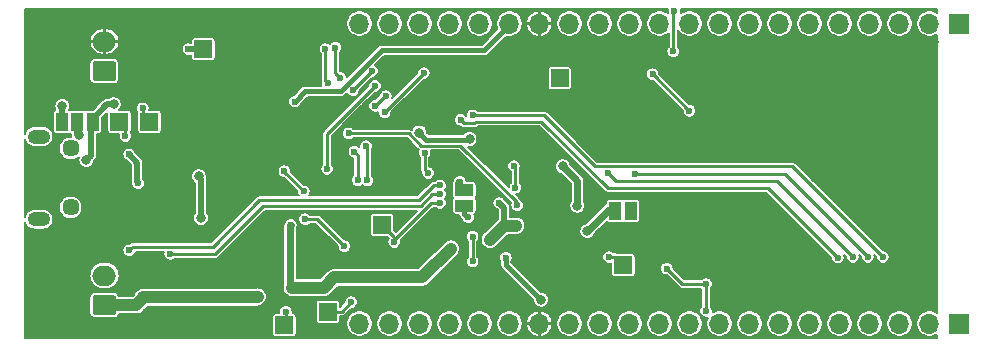
<source format=gbr>
G04 #@! TF.GenerationSoftware,KiCad,Pcbnew,(5.1.8)-1*
G04 #@! TF.CreationDate,2020-12-07T15:13:13+01:00*
G04 #@! TF.ProjectId,SuperPower-uC-KiCad,53757065-7250-46f7-9765-722d75432d4b,rev?*
G04 #@! TF.SameCoordinates,Original*
G04 #@! TF.FileFunction,Copper,L2,Bot*
G04 #@! TF.FilePolarity,Positive*
%FSLAX46Y46*%
G04 Gerber Fmt 4.6, Leading zero omitted, Abs format (unit mm)*
G04 Created by KiCad (PCBNEW (5.1.8)-1) date 2020-12-07 15:13:13*
%MOMM*%
%LPD*%
G01*
G04 APERTURE LIST*
G04 #@! TA.AperFunction,ComponentPad*
%ADD10O,1.700000X1.700000*%
G04 #@! TD*
G04 #@! TA.AperFunction,ComponentPad*
%ADD11R,1.700000X1.700000*%
G04 #@! TD*
G04 #@! TA.AperFunction,SMDPad,CuDef*
%ADD12R,1.500000X1.500000*%
G04 #@! TD*
G04 #@! TA.AperFunction,ComponentPad*
%ADD13O,1.900000X1.200000*%
G04 #@! TD*
G04 #@! TA.AperFunction,ComponentPad*
%ADD14C,1.450000*%
G04 #@! TD*
G04 #@! TA.AperFunction,SMDPad,CuDef*
%ADD15R,1.500000X1.000000*%
G04 #@! TD*
G04 #@! TA.AperFunction,SMDPad,CuDef*
%ADD16R,1.000000X1.500000*%
G04 #@! TD*
G04 #@! TA.AperFunction,ComponentPad*
%ADD17O,2.000000X1.700000*%
G04 #@! TD*
G04 #@! TA.AperFunction,ViaPad*
%ADD18C,0.800000*%
G04 #@! TD*
G04 #@! TA.AperFunction,ViaPad*
%ADD19C,0.600000*%
G04 #@! TD*
G04 #@! TA.AperFunction,Conductor*
%ADD20C,0.600000*%
G04 #@! TD*
G04 #@! TA.AperFunction,Conductor*
%ADD21C,1.000000*%
G04 #@! TD*
G04 #@! TA.AperFunction,Conductor*
%ADD22C,0.500000*%
G04 #@! TD*
G04 #@! TA.AperFunction,Conductor*
%ADD23C,0.400000*%
G04 #@! TD*
G04 #@! TA.AperFunction,Conductor*
%ADD24C,0.250000*%
G04 #@! TD*
G04 #@! TA.AperFunction,Conductor*
%ADD25C,0.508000*%
G04 #@! TD*
G04 #@! TA.AperFunction,Conductor*
%ADD26C,0.150000*%
G04 #@! TD*
G04 #@! TA.AperFunction,Conductor*
%ADD27C,0.100000*%
G04 #@! TD*
G04 APERTURE END LIST*
D10*
X130683000Y-121920000D03*
X133223000Y-121920000D03*
X135763000Y-121920000D03*
X138303000Y-121920000D03*
X140843000Y-121920000D03*
X143383000Y-121920000D03*
X145923000Y-121920000D03*
X148463000Y-121920000D03*
X151003000Y-121920000D03*
X153543000Y-121920000D03*
X156083000Y-121920000D03*
X158623000Y-121920000D03*
X161163000Y-121920000D03*
X163703000Y-121920000D03*
X166243000Y-121920000D03*
X168783000Y-121920000D03*
X171323000Y-121920000D03*
X173863000Y-121920000D03*
X176403000Y-121920000D03*
X178943000Y-121920000D03*
D11*
X181483000Y-121920000D03*
D10*
X130683000Y-96520000D03*
X133223000Y-96520000D03*
X135763000Y-96520000D03*
X138303000Y-96520000D03*
X140843000Y-96520000D03*
X143383000Y-96520000D03*
X145923000Y-96520000D03*
X148463000Y-96520000D03*
X151003000Y-96520000D03*
X153543000Y-96520000D03*
X156083000Y-96520000D03*
X158623000Y-96520000D03*
X161163000Y-96520000D03*
X163703000Y-96520000D03*
X166243000Y-96520000D03*
X168783000Y-96520000D03*
X171323000Y-96520000D03*
X173863000Y-96520000D03*
X176403000Y-96520000D03*
X178943000Y-96520000D03*
D11*
X181483000Y-96520000D03*
D12*
X132606000Y-113546000D03*
X124333000Y-122047000D03*
X153035000Y-116967000D03*
X147650200Y-101143600D03*
X112903000Y-104838500D03*
X110363000Y-104838500D03*
X128016000Y-120904000D03*
X117475000Y-98679000D03*
D13*
X103537500Y-113085000D03*
X103537500Y-106085000D03*
D14*
X106237500Y-112085000D03*
X106237500Y-107085000D03*
D15*
X139573000Y-111917000D03*
X139573000Y-110617000D03*
D16*
X152344600Y-112370400D03*
X153644600Y-112370400D03*
X105507000Y-104838500D03*
X106807000Y-104838500D03*
X108107000Y-104838500D03*
D17*
X109093000Y-98034000D03*
G04 #@! TA.AperFunction,ComponentPad*
G36*
G01*
X109843000Y-101384000D02*
X108343000Y-101384000D01*
G75*
G02*
X108093000Y-101134000I0J250000D01*
G01*
X108093000Y-99934000D01*
G75*
G02*
X108343000Y-99684000I250000J0D01*
G01*
X109843000Y-99684000D01*
G75*
G02*
X110093000Y-99934000I0J-250000D01*
G01*
X110093000Y-101134000D01*
G75*
G02*
X109843000Y-101384000I-250000J0D01*
G01*
G37*
G04 #@! TD.AperFunction*
X109093000Y-117846000D03*
G04 #@! TA.AperFunction,ComponentPad*
G36*
G01*
X109843000Y-121196000D02*
X108343000Y-121196000D01*
G75*
G02*
X108093000Y-120946000I0J250000D01*
G01*
X108093000Y-119746000D01*
G75*
G02*
X108343000Y-119496000I250000J0D01*
G01*
X109843000Y-119496000D01*
G75*
G02*
X110093000Y-119746000I0J-250000D01*
G01*
X110093000Y-120946000D01*
G75*
G02*
X109843000Y-121196000I-250000J0D01*
G01*
G37*
G04 #@! TD.AperFunction*
D18*
X122096370Y-119594348D03*
X124968000Y-118872000D03*
X152299297Y-112138701D03*
X141732000Y-114808008D03*
X138430000Y-115570008D03*
D19*
X112395000Y-119761000D03*
X124881001Y-113546000D03*
D18*
X143941800Y-113640400D03*
X149987000Y-114097602D03*
D19*
X142519400Y-111710000D03*
D18*
X128549400Y-118009200D03*
X171831000Y-109551000D03*
X170561000Y-109551000D03*
X170561000Y-107011000D03*
X171831000Y-107011000D03*
X171831000Y-108281000D03*
X169291000Y-108281000D03*
X169291000Y-109551000D03*
X169291000Y-107011000D03*
D19*
X177800000Y-116268500D03*
D18*
X149987000Y-115443000D03*
X154813000Y-105791000D03*
X130053358Y-98297986D03*
X155194000Y-112141000D03*
X144145000Y-116586000D03*
D19*
X120777000Y-121285000D03*
X123377500Y-117922500D03*
D18*
X111125000Y-96138994D03*
X123634500Y-98615500D03*
D19*
X146939014Y-118237000D03*
D18*
X177863500Y-102235000D03*
X161988500Y-103441500D03*
X128548160Y-109830535D03*
D19*
X137134600Y-101753200D03*
D18*
X140909010Y-117541044D03*
D19*
X121006000Y-118671000D03*
X117031000Y-121221000D03*
X117031000Y-121871000D03*
X111381000Y-100246000D03*
D18*
X111292010Y-113896000D03*
X107442000Y-111075000D03*
X170459000Y-108229000D03*
D19*
X166306498Y-112535498D03*
D18*
X179349400Y-98095606D03*
D19*
X137896600Y-105664800D03*
D18*
X152577800Y-102464400D03*
D19*
X139065000Y-101550000D03*
X142265400Y-99822800D03*
D18*
X145568401Y-102223615D03*
D19*
X128041400Y-103124800D03*
D18*
X141810115Y-108064905D03*
D19*
X129057400Y-103785200D03*
X130886200Y-103836000D03*
X120523000Y-115824800D03*
X142570200Y-103632800D03*
X146024600Y-110592400D03*
X138611836Y-113481249D03*
X134848600Y-114758000D03*
X133781800Y-115824800D03*
X135204200Y-119939600D03*
X125692030Y-117413990D03*
D18*
X131546600Y-115621600D03*
D19*
X173266287Y-97778287D03*
X151511000Y-100051400D03*
D18*
X117282153Y-112964153D03*
X106934000Y-105918004D03*
D19*
X125222000Y-103123998D03*
D18*
X117081000Y-109446000D03*
D19*
X129988000Y-120092000D03*
X116205000Y-98679000D03*
X111950500Y-110049010D03*
X111181000Y-107596000D03*
X139181335Y-109894159D03*
D18*
X135763000Y-105741000D03*
X140006485Y-106278362D03*
X146050000Y-119888000D03*
D19*
X139890500Y-112915944D03*
X143078200Y-116332800D03*
X151815800Y-116281200D03*
X153670000Y-112014800D03*
X157255863Y-98869337D03*
X157352958Y-95488091D03*
D18*
X107569000Y-108077000D03*
X109881000Y-103346000D03*
D19*
X147650200Y-101143600D03*
D18*
X105537000Y-103505000D03*
D19*
X171196000Y-116335510D03*
X139254424Y-104672898D03*
X132003800Y-103480400D03*
X132918200Y-102667600D03*
X111185406Y-115713594D03*
X172465984Y-116282000D03*
X151764992Y-109204590D03*
X137506400Y-110209994D03*
X114663677Y-116018010D03*
X154051000Y-109279990D03*
X173736000Y-116282000D03*
X137506400Y-110959997D03*
X175006000Y-116282000D03*
X140274143Y-104292655D03*
X160020000Y-120842989D03*
X125983996Y-110718004D03*
X124332992Y-109017600D03*
X160045400Y-118568000D03*
X156702796Y-117257396D03*
X129413000Y-115367600D03*
X126060202Y-113081600D03*
X158620829Y-103894429D03*
X155498801Y-100788000D03*
X112339010Y-103701990D03*
X110871000Y-106045000D03*
X128651000Y-98552000D03*
X129056596Y-101100650D03*
X127810487Y-98679000D03*
X128016000Y-101584990D03*
X124460000Y-120904000D03*
X130256000Y-107357410D03*
X130534333Y-109778079D03*
X131248576Y-106900222D03*
X131355500Y-109798691D03*
X127952500Y-108825508D03*
X132001995Y-101794101D03*
X130126629Y-102162025D03*
X131752227Y-100536427D03*
X136506000Y-109171000D03*
X136206000Y-107446000D03*
X132823907Y-104031093D03*
X136144810Y-100710990D03*
X143764000Y-108585000D03*
X143891000Y-110405400D03*
X133629400Y-115012002D03*
X137506400Y-111710000D03*
D18*
X149135995Y-111927810D03*
X147904200Y-108611200D03*
D19*
X140271500Y-114554000D03*
X140271490Y-116649500D03*
X129768600Y-105817200D03*
X144043400Y-111913200D03*
D20*
X122056718Y-119634000D02*
X122096370Y-119594348D01*
D21*
X112338016Y-119704016D02*
X121986702Y-119704016D01*
X121986702Y-119704016D02*
X122056718Y-119634000D01*
D20*
X112268000Y-119634000D02*
X112395000Y-119761000D01*
X124831000Y-113596001D02*
X124881001Y-113546000D01*
X124831000Y-118735000D02*
X124831000Y-113596001D01*
X124968000Y-118872000D02*
X124831000Y-118735000D01*
D21*
X111810000Y-120346000D02*
X112395000Y-119761000D01*
X109093000Y-120346000D02*
X111810000Y-120346000D01*
D22*
X151945899Y-112138701D02*
X152299297Y-112138701D01*
D20*
X149987000Y-114097602D02*
X151945899Y-112138701D01*
D21*
X142925800Y-113640400D02*
X143941800Y-113640400D01*
X141758192Y-114808008D02*
X142925800Y-113640400D01*
X141732000Y-114808008D02*
X141758192Y-114808008D01*
D22*
X142519400Y-111710000D02*
X142925800Y-112116400D01*
X142925800Y-112116400D02*
X142925800Y-113640400D01*
D21*
X127686600Y-118872000D02*
X128549400Y-118009200D01*
X124968000Y-118872000D02*
X127686600Y-118872000D01*
X135990808Y-118009200D02*
X128549400Y-118009200D01*
X138430000Y-115570008D02*
X135990808Y-118009200D01*
D20*
X106807000Y-105791004D02*
X106934000Y-105918004D01*
X106807000Y-104838500D02*
X106807000Y-105791004D01*
D22*
X117282153Y-112964153D02*
X117282153Y-109647153D01*
X117282153Y-109647153D02*
X117081000Y-109446000D01*
D23*
X126110998Y-102235000D02*
X125222000Y-103123998D01*
X129134400Y-102235000D02*
X126110998Y-102235000D01*
X132607446Y-98761954D02*
X129134400Y-102235000D01*
X141268046Y-98761954D02*
X132607446Y-98761954D01*
X143383000Y-96647000D02*
X141268046Y-98761954D01*
D24*
X129176000Y-120904000D02*
X129988000Y-120092000D01*
X128016000Y-120904000D02*
X129176000Y-120904000D01*
D25*
X116205000Y-98679000D02*
X117475000Y-98679000D01*
D22*
X111869023Y-108286987D02*
X111869023Y-109967533D01*
X111869023Y-109967533D02*
X111950500Y-110049010D01*
D25*
X111869023Y-108284023D02*
X111181000Y-107596000D01*
X111869023Y-108286987D02*
X111869023Y-108284023D01*
X139065000Y-110729000D02*
X139065000Y-110010494D01*
X139065000Y-110010494D02*
X139181335Y-109894159D01*
D23*
X135763000Y-105741000D02*
X136350575Y-106328575D01*
X136350575Y-106328575D02*
X139956272Y-106328575D01*
X139956272Y-106328575D02*
X140006485Y-106278362D01*
X139573000Y-111917000D02*
X139573000Y-112598444D01*
X139573000Y-112598444D02*
X139890500Y-112915944D01*
X146050000Y-119888000D02*
X143078200Y-116916200D01*
X143078200Y-116332800D02*
X143078200Y-116916200D01*
D24*
X152349200Y-116281200D02*
X153035000Y-116967000D01*
X151815800Y-116281200D02*
X152349200Y-116281200D01*
X157255863Y-95585186D02*
X157352958Y-95488091D01*
X157255863Y-98869337D02*
X157255863Y-95585186D01*
D25*
X108107000Y-104554315D02*
X109315315Y-103346000D01*
X109315315Y-103346000D02*
X109881000Y-103346000D01*
X108107000Y-104775000D02*
X108107000Y-104554315D01*
D22*
X107950000Y-104932000D02*
X108107000Y-104775000D01*
X107950000Y-107696000D02*
X107950000Y-104932000D01*
X107569000Y-108077000D02*
X107950000Y-107696000D01*
D25*
X105507000Y-103535000D02*
X105537000Y-103505000D01*
X105507000Y-104775000D02*
X105507000Y-103535000D01*
D20*
X109093000Y-100534000D02*
X108508000Y-100534000D01*
D24*
X171196000Y-116335510D02*
X165286990Y-110426500D01*
X165286990Y-110426500D02*
X151701500Y-110426500D01*
X140557141Y-104811040D02*
X140395284Y-104972897D01*
X151701500Y-110426500D02*
X146086040Y-104811040D01*
X139554423Y-104972897D02*
X139254424Y-104672898D01*
X140395284Y-104972897D02*
X139554423Y-104972897D01*
X146086040Y-104811040D02*
X140557141Y-104811040D01*
X132816600Y-102667600D02*
X132918200Y-102667600D01*
X132003800Y-103480400D02*
X132816600Y-102667600D01*
X152443640Y-109883238D02*
X151764992Y-109204590D01*
X166067222Y-109883238D02*
X152443640Y-109883238D01*
X172465984Y-116282000D02*
X166067222Y-109883238D01*
X137009006Y-110209994D02*
X137506400Y-110209994D01*
X135750544Y-111468456D02*
X137009006Y-110209994D01*
X122211544Y-111468456D02*
X135750544Y-111468456D01*
X118266405Y-115413595D02*
X122211544Y-111468456D01*
X111485405Y-115413595D02*
X118266405Y-115413595D01*
X111185406Y-115713594D02*
X111485405Y-115413595D01*
X173160999Y-115706999D02*
X173736000Y-116282000D01*
X166733990Y-109279990D02*
X173160999Y-115706999D01*
X154051000Y-109279990D02*
X166733990Y-109279990D01*
X118487490Y-116018010D02*
X114663677Y-116018010D01*
X122559312Y-111946188D02*
X118487490Y-116018010D01*
X135882412Y-111946188D02*
X122559312Y-111946188D01*
X136868603Y-110959997D02*
X135882412Y-111946188D01*
X137506400Y-110959997D02*
X136868603Y-110959997D01*
X140274143Y-104250180D02*
X140274143Y-104292655D01*
X140281923Y-104242400D02*
X140274143Y-104250180D01*
X140312276Y-104254522D02*
X140274143Y-104292655D01*
X140274143Y-104292655D02*
X146328855Y-104292655D01*
X175006000Y-116282000D02*
X167335200Y-108611200D01*
X150647400Y-108611200D02*
X146328855Y-104292655D01*
X167335200Y-108611200D02*
X150647400Y-108611200D01*
X125983996Y-110718004D02*
X124332992Y-109067000D01*
X124332992Y-109067000D02*
X124332992Y-109017600D01*
X160020000Y-120842989D02*
X160020000Y-118593400D01*
X160020000Y-118593400D02*
X160045400Y-118568000D01*
X158013400Y-118568000D02*
X160045400Y-118568000D01*
X156702796Y-117257396D02*
X158013400Y-118568000D01*
X129413000Y-115367600D02*
X127127000Y-113081600D01*
X127127000Y-113081600D02*
X126060202Y-113081600D01*
X158620829Y-103894429D02*
X155514400Y-100788000D01*
X155514400Y-100788000D02*
X155498801Y-100788000D01*
X113411000Y-104775000D02*
X113411000Y-104773980D01*
X112339010Y-104211010D02*
X112903000Y-104775000D01*
X112339010Y-103701990D02*
X112339010Y-104211010D01*
X110871000Y-105283000D02*
X110363000Y-104775000D01*
X110871000Y-106045000D02*
X110871000Y-105283000D01*
X128651000Y-98552000D02*
X128651000Y-100695054D01*
X128651000Y-100695054D02*
X129056596Y-101100650D01*
X127810487Y-98679000D02*
X127810487Y-101379477D01*
X127810487Y-101379477D02*
X128016000Y-101584990D01*
X124460000Y-121920000D02*
X124333000Y-122047000D01*
X124460000Y-120904000D02*
X124460000Y-121920000D01*
X130534333Y-109778079D02*
X130534333Y-107635743D01*
X130534333Y-107635743D02*
X130256000Y-107357410D01*
X131355500Y-107007146D02*
X131248576Y-106900222D01*
X131355500Y-109798691D02*
X131355500Y-107007146D01*
X127952500Y-105843596D02*
X132001995Y-101794101D01*
X127952500Y-108825508D02*
X127952500Y-105843596D01*
X131752227Y-100536427D02*
X130126629Y-102162025D01*
X136506000Y-109171000D02*
X136206000Y-108871000D01*
X136206000Y-108871000D02*
X136206000Y-107446000D01*
X132823907Y-104031093D02*
X136144010Y-100710990D01*
X136144010Y-100710990D02*
X136144810Y-100710990D01*
X143891000Y-108712000D02*
X143764000Y-108585000D01*
X143891000Y-110405400D02*
X143891000Y-108712000D01*
X133096000Y-114046000D02*
X133629400Y-114579400D01*
X133629400Y-114579400D02*
X133629400Y-115012002D01*
X136728200Y-111710000D02*
X133629400Y-114808800D01*
X133629400Y-114808800D02*
X133629400Y-115012002D01*
X137506400Y-111710000D02*
X136728200Y-111710000D01*
D20*
X149135995Y-109842995D02*
X147904200Y-108611200D01*
X149135995Y-111927810D02*
X149135995Y-109842995D01*
D24*
X140271500Y-114554000D02*
X140271500Y-116649490D01*
X140271500Y-116649490D02*
X140271490Y-116649500D01*
X139221226Y-106837026D02*
X144043400Y-111659200D01*
X135868426Y-106837026D02*
X139221226Y-106837026D01*
X134848600Y-105817200D02*
X135868426Y-106837026D01*
X144043400Y-111659200D02*
X144043400Y-111913200D01*
X129768600Y-105817200D02*
X134848600Y-105817200D01*
D26*
X156803141Y-95312920D02*
X156800055Y-95320370D01*
X156777958Y-95431458D01*
X156777958Y-95544724D01*
X156797826Y-95644607D01*
X156615887Y-95523038D01*
X156411150Y-95438233D01*
X156193803Y-95395000D01*
X155972197Y-95395000D01*
X155754850Y-95438233D01*
X155550113Y-95523038D01*
X155365855Y-95646156D01*
X155209156Y-95802855D01*
X155086038Y-95987113D01*
X155001233Y-96191850D01*
X154958000Y-96409197D01*
X154958000Y-96630803D01*
X155001233Y-96848150D01*
X155086038Y-97052887D01*
X155209156Y-97237145D01*
X155365855Y-97393844D01*
X155550113Y-97516962D01*
X155754850Y-97601767D01*
X155972197Y-97645000D01*
X156193803Y-97645000D01*
X156411150Y-97601767D01*
X156615887Y-97516962D01*
X156800145Y-97393844D01*
X156855863Y-97338126D01*
X156855863Y-98456164D01*
X156809231Y-98502796D01*
X156746305Y-98596972D01*
X156702960Y-98701616D01*
X156680863Y-98812704D01*
X156680863Y-98925970D01*
X156702960Y-99037058D01*
X156746305Y-99141702D01*
X156809231Y-99235878D01*
X156889322Y-99315969D01*
X156983498Y-99378895D01*
X157088142Y-99422240D01*
X157199230Y-99444337D01*
X157312496Y-99444337D01*
X157423584Y-99422240D01*
X157528228Y-99378895D01*
X157622404Y-99315969D01*
X157702495Y-99235878D01*
X157765421Y-99141702D01*
X157808766Y-99037058D01*
X157830863Y-98925970D01*
X157830863Y-98812704D01*
X157808766Y-98701616D01*
X157765421Y-98596972D01*
X157702495Y-98502796D01*
X157655863Y-98456164D01*
X157655863Y-97097523D01*
X157749156Y-97237145D01*
X157905855Y-97393844D01*
X158090113Y-97516962D01*
X158294850Y-97601767D01*
X158512197Y-97645000D01*
X158733803Y-97645000D01*
X158951150Y-97601767D01*
X159155887Y-97516962D01*
X159340145Y-97393844D01*
X159496844Y-97237145D01*
X159619962Y-97052887D01*
X159704767Y-96848150D01*
X159748000Y-96630803D01*
X159748000Y-96409197D01*
X160038000Y-96409197D01*
X160038000Y-96630803D01*
X160081233Y-96848150D01*
X160166038Y-97052887D01*
X160289156Y-97237145D01*
X160445855Y-97393844D01*
X160630113Y-97516962D01*
X160834850Y-97601767D01*
X161052197Y-97645000D01*
X161273803Y-97645000D01*
X161491150Y-97601767D01*
X161695887Y-97516962D01*
X161880145Y-97393844D01*
X162036844Y-97237145D01*
X162159962Y-97052887D01*
X162244767Y-96848150D01*
X162288000Y-96630803D01*
X162288000Y-96409197D01*
X162578000Y-96409197D01*
X162578000Y-96630803D01*
X162621233Y-96848150D01*
X162706038Y-97052887D01*
X162829156Y-97237145D01*
X162985855Y-97393844D01*
X163170113Y-97516962D01*
X163374850Y-97601767D01*
X163592197Y-97645000D01*
X163813803Y-97645000D01*
X164031150Y-97601767D01*
X164235887Y-97516962D01*
X164420145Y-97393844D01*
X164576844Y-97237145D01*
X164699962Y-97052887D01*
X164784767Y-96848150D01*
X164828000Y-96630803D01*
X164828000Y-96409197D01*
X165118000Y-96409197D01*
X165118000Y-96630803D01*
X165161233Y-96848150D01*
X165246038Y-97052887D01*
X165369156Y-97237145D01*
X165525855Y-97393844D01*
X165710113Y-97516962D01*
X165914850Y-97601767D01*
X166132197Y-97645000D01*
X166353803Y-97645000D01*
X166571150Y-97601767D01*
X166775887Y-97516962D01*
X166960145Y-97393844D01*
X167116844Y-97237145D01*
X167239962Y-97052887D01*
X167324767Y-96848150D01*
X167368000Y-96630803D01*
X167368000Y-96409197D01*
X167658000Y-96409197D01*
X167658000Y-96630803D01*
X167701233Y-96848150D01*
X167786038Y-97052887D01*
X167909156Y-97237145D01*
X168065855Y-97393844D01*
X168250113Y-97516962D01*
X168454850Y-97601767D01*
X168672197Y-97645000D01*
X168893803Y-97645000D01*
X169111150Y-97601767D01*
X169315887Y-97516962D01*
X169500145Y-97393844D01*
X169656844Y-97237145D01*
X169779962Y-97052887D01*
X169864767Y-96848150D01*
X169908000Y-96630803D01*
X169908000Y-96409197D01*
X170198000Y-96409197D01*
X170198000Y-96630803D01*
X170241233Y-96848150D01*
X170326038Y-97052887D01*
X170449156Y-97237145D01*
X170605855Y-97393844D01*
X170790113Y-97516962D01*
X170994850Y-97601767D01*
X171212197Y-97645000D01*
X171433803Y-97645000D01*
X171651150Y-97601767D01*
X171855887Y-97516962D01*
X172040145Y-97393844D01*
X172196844Y-97237145D01*
X172319962Y-97052887D01*
X172404767Y-96848150D01*
X172448000Y-96630803D01*
X172448000Y-96409197D01*
X172738000Y-96409197D01*
X172738000Y-96630803D01*
X172781233Y-96848150D01*
X172866038Y-97052887D01*
X172989156Y-97237145D01*
X173145855Y-97393844D01*
X173330113Y-97516962D01*
X173534850Y-97601767D01*
X173752197Y-97645000D01*
X173973803Y-97645000D01*
X174191150Y-97601767D01*
X174395887Y-97516962D01*
X174580145Y-97393844D01*
X174736844Y-97237145D01*
X174859962Y-97052887D01*
X174944767Y-96848150D01*
X174988000Y-96630803D01*
X174988000Y-96409197D01*
X175278000Y-96409197D01*
X175278000Y-96630803D01*
X175321233Y-96848150D01*
X175406038Y-97052887D01*
X175529156Y-97237145D01*
X175685855Y-97393844D01*
X175870113Y-97516962D01*
X176074850Y-97601767D01*
X176292197Y-97645000D01*
X176513803Y-97645000D01*
X176731150Y-97601767D01*
X176935887Y-97516962D01*
X177120145Y-97393844D01*
X177276844Y-97237145D01*
X177399962Y-97052887D01*
X177484767Y-96848150D01*
X177528000Y-96630803D01*
X177528000Y-96409197D01*
X177484767Y-96191850D01*
X177399962Y-95987113D01*
X177276844Y-95802855D01*
X177120145Y-95646156D01*
X176935887Y-95523038D01*
X176731150Y-95438233D01*
X176513803Y-95395000D01*
X176292197Y-95395000D01*
X176074850Y-95438233D01*
X175870113Y-95523038D01*
X175685855Y-95646156D01*
X175529156Y-95802855D01*
X175406038Y-95987113D01*
X175321233Y-96191850D01*
X175278000Y-96409197D01*
X174988000Y-96409197D01*
X174944767Y-96191850D01*
X174859962Y-95987113D01*
X174736844Y-95802855D01*
X174580145Y-95646156D01*
X174395887Y-95523038D01*
X174191150Y-95438233D01*
X173973803Y-95395000D01*
X173752197Y-95395000D01*
X173534850Y-95438233D01*
X173330113Y-95523038D01*
X173145855Y-95646156D01*
X172989156Y-95802855D01*
X172866038Y-95987113D01*
X172781233Y-96191850D01*
X172738000Y-96409197D01*
X172448000Y-96409197D01*
X172404767Y-96191850D01*
X172319962Y-95987113D01*
X172196844Y-95802855D01*
X172040145Y-95646156D01*
X171855887Y-95523038D01*
X171651150Y-95438233D01*
X171433803Y-95395000D01*
X171212197Y-95395000D01*
X170994850Y-95438233D01*
X170790113Y-95523038D01*
X170605855Y-95646156D01*
X170449156Y-95802855D01*
X170326038Y-95987113D01*
X170241233Y-96191850D01*
X170198000Y-96409197D01*
X169908000Y-96409197D01*
X169864767Y-96191850D01*
X169779962Y-95987113D01*
X169656844Y-95802855D01*
X169500145Y-95646156D01*
X169315887Y-95523038D01*
X169111150Y-95438233D01*
X168893803Y-95395000D01*
X168672197Y-95395000D01*
X168454850Y-95438233D01*
X168250113Y-95523038D01*
X168065855Y-95646156D01*
X167909156Y-95802855D01*
X167786038Y-95987113D01*
X167701233Y-96191850D01*
X167658000Y-96409197D01*
X167368000Y-96409197D01*
X167324767Y-96191850D01*
X167239962Y-95987113D01*
X167116844Y-95802855D01*
X166960145Y-95646156D01*
X166775887Y-95523038D01*
X166571150Y-95438233D01*
X166353803Y-95395000D01*
X166132197Y-95395000D01*
X165914850Y-95438233D01*
X165710113Y-95523038D01*
X165525855Y-95646156D01*
X165369156Y-95802855D01*
X165246038Y-95987113D01*
X165161233Y-96191850D01*
X165118000Y-96409197D01*
X164828000Y-96409197D01*
X164784767Y-96191850D01*
X164699962Y-95987113D01*
X164576844Y-95802855D01*
X164420145Y-95646156D01*
X164235887Y-95523038D01*
X164031150Y-95438233D01*
X163813803Y-95395000D01*
X163592197Y-95395000D01*
X163374850Y-95438233D01*
X163170113Y-95523038D01*
X162985855Y-95646156D01*
X162829156Y-95802855D01*
X162706038Y-95987113D01*
X162621233Y-96191850D01*
X162578000Y-96409197D01*
X162288000Y-96409197D01*
X162244767Y-96191850D01*
X162159962Y-95987113D01*
X162036844Y-95802855D01*
X161880145Y-95646156D01*
X161695887Y-95523038D01*
X161491150Y-95438233D01*
X161273803Y-95395000D01*
X161052197Y-95395000D01*
X160834850Y-95438233D01*
X160630113Y-95523038D01*
X160445855Y-95646156D01*
X160289156Y-95802855D01*
X160166038Y-95987113D01*
X160081233Y-96191850D01*
X160038000Y-96409197D01*
X159748000Y-96409197D01*
X159704767Y-96191850D01*
X159619962Y-95987113D01*
X159496844Y-95802855D01*
X159340145Y-95646156D01*
X159155887Y-95523038D01*
X158951150Y-95438233D01*
X158733803Y-95395000D01*
X158512197Y-95395000D01*
X158294850Y-95438233D01*
X158090113Y-95523038D01*
X157908077Y-95644671D01*
X157927958Y-95544724D01*
X157927958Y-95431458D01*
X157905861Y-95320370D01*
X157902916Y-95313259D01*
X179566500Y-95319946D01*
X179566500Y-95583584D01*
X179475887Y-95523038D01*
X179271150Y-95438233D01*
X179053803Y-95395000D01*
X178832197Y-95395000D01*
X178614850Y-95438233D01*
X178410113Y-95523038D01*
X178225855Y-95646156D01*
X178069156Y-95802855D01*
X177946038Y-95987113D01*
X177861233Y-96191850D01*
X177818000Y-96409197D01*
X177818000Y-96630803D01*
X177861233Y-96848150D01*
X177946038Y-97052887D01*
X178069156Y-97237145D01*
X178225855Y-97393844D01*
X178410113Y-97516962D01*
X178614850Y-97601767D01*
X178832197Y-97645000D01*
X179053803Y-97645000D01*
X179271150Y-97601767D01*
X179475887Y-97516962D01*
X179566500Y-97456416D01*
X179566500Y-120983584D01*
X179475887Y-120923038D01*
X179271150Y-120838233D01*
X179053803Y-120795000D01*
X178832197Y-120795000D01*
X178614850Y-120838233D01*
X178410113Y-120923038D01*
X178225855Y-121046156D01*
X178069156Y-121202855D01*
X177946038Y-121387113D01*
X177861233Y-121591850D01*
X177818000Y-121809197D01*
X177818000Y-122030803D01*
X177861233Y-122248150D01*
X177946038Y-122452887D01*
X178069156Y-122637145D01*
X178225855Y-122793844D01*
X178410113Y-122916962D01*
X178614850Y-123001767D01*
X178832197Y-123045000D01*
X179053803Y-123045000D01*
X179271150Y-123001767D01*
X179475887Y-122916962D01*
X179566500Y-122856416D01*
X179566500Y-123121000D01*
X102331000Y-123121000D01*
X102331000Y-119746000D01*
X107816670Y-119746000D01*
X107816670Y-120946000D01*
X107826783Y-121048682D01*
X107856734Y-121147418D01*
X107905373Y-121238413D01*
X107970828Y-121318172D01*
X108050587Y-121383627D01*
X108141582Y-121432266D01*
X108240318Y-121462217D01*
X108343000Y-121472330D01*
X109843000Y-121472330D01*
X109945682Y-121462217D01*
X110044418Y-121432266D01*
X110135413Y-121383627D01*
X110215172Y-121318172D01*
X110232547Y-121297000D01*
X123306670Y-121297000D01*
X123306670Y-122797000D01*
X123311980Y-122850909D01*
X123327704Y-122902747D01*
X123353240Y-122950521D01*
X123387605Y-122992395D01*
X123429479Y-123026760D01*
X123477253Y-123052296D01*
X123529091Y-123068020D01*
X123583000Y-123073330D01*
X125083000Y-123073330D01*
X125136909Y-123068020D01*
X125188747Y-123052296D01*
X125236521Y-123026760D01*
X125278395Y-122992395D01*
X125312760Y-122950521D01*
X125338296Y-122902747D01*
X125354020Y-122850909D01*
X125359330Y-122797000D01*
X125359330Y-121297000D01*
X125354020Y-121243091D01*
X125338296Y-121191253D01*
X125312760Y-121143479D01*
X125278395Y-121101605D01*
X125236521Y-121067240D01*
X125188747Y-121041704D01*
X125136909Y-121025980D01*
X125083000Y-121020670D01*
X125023058Y-121020670D01*
X125035000Y-120960633D01*
X125035000Y-120847367D01*
X125012903Y-120736279D01*
X124969558Y-120631635D01*
X124906632Y-120537459D01*
X124826541Y-120457368D01*
X124732365Y-120394442D01*
X124627721Y-120351097D01*
X124516633Y-120329000D01*
X124403367Y-120329000D01*
X124292279Y-120351097D01*
X124187635Y-120394442D01*
X124093459Y-120457368D01*
X124013368Y-120537459D01*
X123950442Y-120631635D01*
X123907097Y-120736279D01*
X123885000Y-120847367D01*
X123885000Y-120960633D01*
X123896942Y-121020670D01*
X123583000Y-121020670D01*
X123529091Y-121025980D01*
X123477253Y-121041704D01*
X123429479Y-121067240D01*
X123387605Y-121101605D01*
X123353240Y-121143479D01*
X123327704Y-121191253D01*
X123311980Y-121243091D01*
X123306670Y-121297000D01*
X110232547Y-121297000D01*
X110280627Y-121238413D01*
X110329266Y-121147418D01*
X110337280Y-121121000D01*
X111771937Y-121121000D01*
X111810000Y-121124749D01*
X111848063Y-121121000D01*
X111848065Y-121121000D01*
X111961926Y-121109786D01*
X112108014Y-121065470D01*
X112242650Y-120993506D01*
X112360659Y-120896659D01*
X112384932Y-120867082D01*
X112772999Y-120479016D01*
X121948639Y-120479016D01*
X121986702Y-120482765D01*
X122024765Y-120479016D01*
X122024767Y-120479016D01*
X122138628Y-120467802D01*
X122284716Y-120423486D01*
X122419352Y-120351522D01*
X122537361Y-120254675D01*
X122561633Y-120225100D01*
X122631642Y-120155091D01*
X122632537Y-120154000D01*
X126989670Y-120154000D01*
X126989670Y-121654000D01*
X126994980Y-121707909D01*
X127010704Y-121759747D01*
X127036240Y-121807521D01*
X127070605Y-121849395D01*
X127112479Y-121883760D01*
X127160253Y-121909296D01*
X127212091Y-121925020D01*
X127266000Y-121930330D01*
X128766000Y-121930330D01*
X128819909Y-121925020D01*
X128871747Y-121909296D01*
X128919521Y-121883760D01*
X128961395Y-121849395D01*
X128994384Y-121809197D01*
X129558000Y-121809197D01*
X129558000Y-122030803D01*
X129601233Y-122248150D01*
X129686038Y-122452887D01*
X129809156Y-122637145D01*
X129965855Y-122793844D01*
X130150113Y-122916962D01*
X130354850Y-123001767D01*
X130572197Y-123045000D01*
X130793803Y-123045000D01*
X131011150Y-123001767D01*
X131215887Y-122916962D01*
X131400145Y-122793844D01*
X131556844Y-122637145D01*
X131679962Y-122452887D01*
X131764767Y-122248150D01*
X131808000Y-122030803D01*
X131808000Y-121809197D01*
X132098000Y-121809197D01*
X132098000Y-122030803D01*
X132141233Y-122248150D01*
X132226038Y-122452887D01*
X132349156Y-122637145D01*
X132505855Y-122793844D01*
X132690113Y-122916962D01*
X132894850Y-123001767D01*
X133112197Y-123045000D01*
X133333803Y-123045000D01*
X133551150Y-123001767D01*
X133755887Y-122916962D01*
X133940145Y-122793844D01*
X134096844Y-122637145D01*
X134219962Y-122452887D01*
X134304767Y-122248150D01*
X134348000Y-122030803D01*
X134348000Y-121809197D01*
X134638000Y-121809197D01*
X134638000Y-122030803D01*
X134681233Y-122248150D01*
X134766038Y-122452887D01*
X134889156Y-122637145D01*
X135045855Y-122793844D01*
X135230113Y-122916962D01*
X135434850Y-123001767D01*
X135652197Y-123045000D01*
X135873803Y-123045000D01*
X136091150Y-123001767D01*
X136295887Y-122916962D01*
X136480145Y-122793844D01*
X136636844Y-122637145D01*
X136759962Y-122452887D01*
X136844767Y-122248150D01*
X136888000Y-122030803D01*
X136888000Y-121809197D01*
X137178000Y-121809197D01*
X137178000Y-122030803D01*
X137221233Y-122248150D01*
X137306038Y-122452887D01*
X137429156Y-122637145D01*
X137585855Y-122793844D01*
X137770113Y-122916962D01*
X137974850Y-123001767D01*
X138192197Y-123045000D01*
X138413803Y-123045000D01*
X138631150Y-123001767D01*
X138835887Y-122916962D01*
X139020145Y-122793844D01*
X139176844Y-122637145D01*
X139299962Y-122452887D01*
X139384767Y-122248150D01*
X139428000Y-122030803D01*
X139428000Y-121809197D01*
X139718000Y-121809197D01*
X139718000Y-122030803D01*
X139761233Y-122248150D01*
X139846038Y-122452887D01*
X139969156Y-122637145D01*
X140125855Y-122793844D01*
X140310113Y-122916962D01*
X140514850Y-123001767D01*
X140732197Y-123045000D01*
X140953803Y-123045000D01*
X141171150Y-123001767D01*
X141375887Y-122916962D01*
X141560145Y-122793844D01*
X141716844Y-122637145D01*
X141839962Y-122452887D01*
X141924767Y-122248150D01*
X141968000Y-122030803D01*
X141968000Y-121809197D01*
X142258000Y-121809197D01*
X142258000Y-122030803D01*
X142301233Y-122248150D01*
X142386038Y-122452887D01*
X142509156Y-122637145D01*
X142665855Y-122793844D01*
X142850113Y-122916962D01*
X143054850Y-123001767D01*
X143272197Y-123045000D01*
X143493803Y-123045000D01*
X143711150Y-123001767D01*
X143915887Y-122916962D01*
X144100145Y-122793844D01*
X144256844Y-122637145D01*
X144379962Y-122452887D01*
X144464767Y-122248150D01*
X144484854Y-122147161D01*
X144821170Y-122147161D01*
X144886658Y-122357753D01*
X144991972Y-122551522D01*
X145133065Y-122721022D01*
X145304515Y-122859739D01*
X145499733Y-122962343D01*
X145695839Y-123021828D01*
X145871000Y-122974969D01*
X145871000Y-121972000D01*
X145975000Y-121972000D01*
X145975000Y-122974969D01*
X146150161Y-123021828D01*
X146346267Y-122962343D01*
X146541485Y-122859739D01*
X146712935Y-122721022D01*
X146854028Y-122551522D01*
X146959342Y-122357753D01*
X147024830Y-122147161D01*
X146978050Y-121972000D01*
X145975000Y-121972000D01*
X145871000Y-121972000D01*
X144867950Y-121972000D01*
X144821170Y-122147161D01*
X144484854Y-122147161D01*
X144508000Y-122030803D01*
X144508000Y-121809197D01*
X144484855Y-121692839D01*
X144821170Y-121692839D01*
X144867950Y-121868000D01*
X145871000Y-121868000D01*
X145871000Y-120865031D01*
X145975000Y-120865031D01*
X145975000Y-121868000D01*
X146978050Y-121868000D01*
X146993754Y-121809197D01*
X147338000Y-121809197D01*
X147338000Y-122030803D01*
X147381233Y-122248150D01*
X147466038Y-122452887D01*
X147589156Y-122637145D01*
X147745855Y-122793844D01*
X147930113Y-122916962D01*
X148134850Y-123001767D01*
X148352197Y-123045000D01*
X148573803Y-123045000D01*
X148791150Y-123001767D01*
X148995887Y-122916962D01*
X149180145Y-122793844D01*
X149336844Y-122637145D01*
X149459962Y-122452887D01*
X149544767Y-122248150D01*
X149588000Y-122030803D01*
X149588000Y-121809197D01*
X149878000Y-121809197D01*
X149878000Y-122030803D01*
X149921233Y-122248150D01*
X150006038Y-122452887D01*
X150129156Y-122637145D01*
X150285855Y-122793844D01*
X150470113Y-122916962D01*
X150674850Y-123001767D01*
X150892197Y-123045000D01*
X151113803Y-123045000D01*
X151331150Y-123001767D01*
X151535887Y-122916962D01*
X151720145Y-122793844D01*
X151876844Y-122637145D01*
X151999962Y-122452887D01*
X152084767Y-122248150D01*
X152128000Y-122030803D01*
X152128000Y-121809197D01*
X152418000Y-121809197D01*
X152418000Y-122030803D01*
X152461233Y-122248150D01*
X152546038Y-122452887D01*
X152669156Y-122637145D01*
X152825855Y-122793844D01*
X153010113Y-122916962D01*
X153214850Y-123001767D01*
X153432197Y-123045000D01*
X153653803Y-123045000D01*
X153871150Y-123001767D01*
X154075887Y-122916962D01*
X154260145Y-122793844D01*
X154416844Y-122637145D01*
X154539962Y-122452887D01*
X154624767Y-122248150D01*
X154668000Y-122030803D01*
X154668000Y-121809197D01*
X154958000Y-121809197D01*
X154958000Y-122030803D01*
X155001233Y-122248150D01*
X155086038Y-122452887D01*
X155209156Y-122637145D01*
X155365855Y-122793844D01*
X155550113Y-122916962D01*
X155754850Y-123001767D01*
X155972197Y-123045000D01*
X156193803Y-123045000D01*
X156411150Y-123001767D01*
X156615887Y-122916962D01*
X156800145Y-122793844D01*
X156956844Y-122637145D01*
X157079962Y-122452887D01*
X157164767Y-122248150D01*
X157208000Y-122030803D01*
X157208000Y-121809197D01*
X157498000Y-121809197D01*
X157498000Y-122030803D01*
X157541233Y-122248150D01*
X157626038Y-122452887D01*
X157749156Y-122637145D01*
X157905855Y-122793844D01*
X158090113Y-122916962D01*
X158294850Y-123001767D01*
X158512197Y-123045000D01*
X158733803Y-123045000D01*
X158951150Y-123001767D01*
X159155887Y-122916962D01*
X159340145Y-122793844D01*
X159496844Y-122637145D01*
X159619962Y-122452887D01*
X159704767Y-122248150D01*
X159748000Y-122030803D01*
X159748000Y-121809197D01*
X159704767Y-121591850D01*
X159619962Y-121387113D01*
X159496844Y-121202855D01*
X159340145Y-121046156D01*
X159155887Y-120923038D01*
X158951150Y-120838233D01*
X158733803Y-120795000D01*
X158512197Y-120795000D01*
X158294850Y-120838233D01*
X158090113Y-120923038D01*
X157905855Y-121046156D01*
X157749156Y-121202855D01*
X157626038Y-121387113D01*
X157541233Y-121591850D01*
X157498000Y-121809197D01*
X157208000Y-121809197D01*
X157164767Y-121591850D01*
X157079962Y-121387113D01*
X156956844Y-121202855D01*
X156800145Y-121046156D01*
X156615887Y-120923038D01*
X156411150Y-120838233D01*
X156193803Y-120795000D01*
X155972197Y-120795000D01*
X155754850Y-120838233D01*
X155550113Y-120923038D01*
X155365855Y-121046156D01*
X155209156Y-121202855D01*
X155086038Y-121387113D01*
X155001233Y-121591850D01*
X154958000Y-121809197D01*
X154668000Y-121809197D01*
X154624767Y-121591850D01*
X154539962Y-121387113D01*
X154416844Y-121202855D01*
X154260145Y-121046156D01*
X154075887Y-120923038D01*
X153871150Y-120838233D01*
X153653803Y-120795000D01*
X153432197Y-120795000D01*
X153214850Y-120838233D01*
X153010113Y-120923038D01*
X152825855Y-121046156D01*
X152669156Y-121202855D01*
X152546038Y-121387113D01*
X152461233Y-121591850D01*
X152418000Y-121809197D01*
X152128000Y-121809197D01*
X152084767Y-121591850D01*
X151999962Y-121387113D01*
X151876844Y-121202855D01*
X151720145Y-121046156D01*
X151535887Y-120923038D01*
X151331150Y-120838233D01*
X151113803Y-120795000D01*
X150892197Y-120795000D01*
X150674850Y-120838233D01*
X150470113Y-120923038D01*
X150285855Y-121046156D01*
X150129156Y-121202855D01*
X150006038Y-121387113D01*
X149921233Y-121591850D01*
X149878000Y-121809197D01*
X149588000Y-121809197D01*
X149544767Y-121591850D01*
X149459962Y-121387113D01*
X149336844Y-121202855D01*
X149180145Y-121046156D01*
X148995887Y-120923038D01*
X148791150Y-120838233D01*
X148573803Y-120795000D01*
X148352197Y-120795000D01*
X148134850Y-120838233D01*
X147930113Y-120923038D01*
X147745855Y-121046156D01*
X147589156Y-121202855D01*
X147466038Y-121387113D01*
X147381233Y-121591850D01*
X147338000Y-121809197D01*
X146993754Y-121809197D01*
X147024830Y-121692839D01*
X146959342Y-121482247D01*
X146854028Y-121288478D01*
X146712935Y-121118978D01*
X146541485Y-120980261D01*
X146346267Y-120877657D01*
X146150161Y-120818172D01*
X145975000Y-120865031D01*
X145871000Y-120865031D01*
X145695839Y-120818172D01*
X145499733Y-120877657D01*
X145304515Y-120980261D01*
X145133065Y-121118978D01*
X144991972Y-121288478D01*
X144886658Y-121482247D01*
X144821170Y-121692839D01*
X144484855Y-121692839D01*
X144464767Y-121591850D01*
X144379962Y-121387113D01*
X144256844Y-121202855D01*
X144100145Y-121046156D01*
X143915887Y-120923038D01*
X143711150Y-120838233D01*
X143493803Y-120795000D01*
X143272197Y-120795000D01*
X143054850Y-120838233D01*
X142850113Y-120923038D01*
X142665855Y-121046156D01*
X142509156Y-121202855D01*
X142386038Y-121387113D01*
X142301233Y-121591850D01*
X142258000Y-121809197D01*
X141968000Y-121809197D01*
X141924767Y-121591850D01*
X141839962Y-121387113D01*
X141716844Y-121202855D01*
X141560145Y-121046156D01*
X141375887Y-120923038D01*
X141171150Y-120838233D01*
X140953803Y-120795000D01*
X140732197Y-120795000D01*
X140514850Y-120838233D01*
X140310113Y-120923038D01*
X140125855Y-121046156D01*
X139969156Y-121202855D01*
X139846038Y-121387113D01*
X139761233Y-121591850D01*
X139718000Y-121809197D01*
X139428000Y-121809197D01*
X139384767Y-121591850D01*
X139299962Y-121387113D01*
X139176844Y-121202855D01*
X139020145Y-121046156D01*
X138835887Y-120923038D01*
X138631150Y-120838233D01*
X138413803Y-120795000D01*
X138192197Y-120795000D01*
X137974850Y-120838233D01*
X137770113Y-120923038D01*
X137585855Y-121046156D01*
X137429156Y-121202855D01*
X137306038Y-121387113D01*
X137221233Y-121591850D01*
X137178000Y-121809197D01*
X136888000Y-121809197D01*
X136844767Y-121591850D01*
X136759962Y-121387113D01*
X136636844Y-121202855D01*
X136480145Y-121046156D01*
X136295887Y-120923038D01*
X136091150Y-120838233D01*
X135873803Y-120795000D01*
X135652197Y-120795000D01*
X135434850Y-120838233D01*
X135230113Y-120923038D01*
X135045855Y-121046156D01*
X134889156Y-121202855D01*
X134766038Y-121387113D01*
X134681233Y-121591850D01*
X134638000Y-121809197D01*
X134348000Y-121809197D01*
X134304767Y-121591850D01*
X134219962Y-121387113D01*
X134096844Y-121202855D01*
X133940145Y-121046156D01*
X133755887Y-120923038D01*
X133551150Y-120838233D01*
X133333803Y-120795000D01*
X133112197Y-120795000D01*
X132894850Y-120838233D01*
X132690113Y-120923038D01*
X132505855Y-121046156D01*
X132349156Y-121202855D01*
X132226038Y-121387113D01*
X132141233Y-121591850D01*
X132098000Y-121809197D01*
X131808000Y-121809197D01*
X131764767Y-121591850D01*
X131679962Y-121387113D01*
X131556844Y-121202855D01*
X131400145Y-121046156D01*
X131215887Y-120923038D01*
X131011150Y-120838233D01*
X130793803Y-120795000D01*
X130572197Y-120795000D01*
X130354850Y-120838233D01*
X130150113Y-120923038D01*
X129965855Y-121046156D01*
X129809156Y-121202855D01*
X129686038Y-121387113D01*
X129601233Y-121591850D01*
X129558000Y-121809197D01*
X128994384Y-121809197D01*
X128995760Y-121807521D01*
X129021296Y-121759747D01*
X129037020Y-121707909D01*
X129042330Y-121654000D01*
X129042330Y-121304000D01*
X129156354Y-121304000D01*
X129176000Y-121305935D01*
X129195646Y-121304000D01*
X129195647Y-121304000D01*
X129254414Y-121298212D01*
X129329814Y-121275340D01*
X129399303Y-121238197D01*
X129460211Y-121188211D01*
X129472737Y-121172948D01*
X129978685Y-120667000D01*
X130044633Y-120667000D01*
X130155721Y-120644903D01*
X130260365Y-120601558D01*
X130354541Y-120538632D01*
X130434632Y-120458541D01*
X130497558Y-120364365D01*
X130540903Y-120259721D01*
X130563000Y-120148633D01*
X130563000Y-120035367D01*
X130540903Y-119924279D01*
X130497558Y-119819635D01*
X130434632Y-119725459D01*
X130354541Y-119645368D01*
X130260365Y-119582442D01*
X130155721Y-119539097D01*
X130044633Y-119517000D01*
X129931367Y-119517000D01*
X129820279Y-119539097D01*
X129715635Y-119582442D01*
X129621459Y-119645368D01*
X129541368Y-119725459D01*
X129478442Y-119819635D01*
X129435097Y-119924279D01*
X129413000Y-120035367D01*
X129413000Y-120101315D01*
X129042330Y-120471985D01*
X129042330Y-120154000D01*
X129037020Y-120100091D01*
X129021296Y-120048253D01*
X128995760Y-120000479D01*
X128961395Y-119958605D01*
X128919521Y-119924240D01*
X128871747Y-119898704D01*
X128819909Y-119882980D01*
X128766000Y-119877670D01*
X127266000Y-119877670D01*
X127212091Y-119882980D01*
X127160253Y-119898704D01*
X127112479Y-119924240D01*
X127070605Y-119958605D01*
X127036240Y-120000479D01*
X127010704Y-120048253D01*
X126994980Y-120100091D01*
X126989670Y-120154000D01*
X122632537Y-120154000D01*
X122704224Y-120066650D01*
X122776188Y-119932014D01*
X122820503Y-119785925D01*
X122835467Y-119634000D01*
X122820503Y-119482074D01*
X122776188Y-119335986D01*
X122704224Y-119201350D01*
X122607376Y-119083342D01*
X122489368Y-118986494D01*
X122354732Y-118914530D01*
X122214529Y-118872000D01*
X124189251Y-118872000D01*
X124204214Y-119023926D01*
X124248530Y-119170014D01*
X124320494Y-119304650D01*
X124417341Y-119422659D01*
X124535350Y-119519506D01*
X124669986Y-119591470D01*
X124816074Y-119635786D01*
X124929935Y-119647000D01*
X127648537Y-119647000D01*
X127686600Y-119650749D01*
X127724663Y-119647000D01*
X127724665Y-119647000D01*
X127838526Y-119635786D01*
X127984614Y-119591470D01*
X128119250Y-119519506D01*
X128237259Y-119422659D01*
X128261532Y-119393082D01*
X128870415Y-118784200D01*
X135952745Y-118784200D01*
X135990808Y-118787949D01*
X136028871Y-118784200D01*
X136028873Y-118784200D01*
X136142734Y-118772986D01*
X136288822Y-118728670D01*
X136423458Y-118656706D01*
X136541467Y-118559859D01*
X136565740Y-118530282D01*
X138503156Y-116592867D01*
X139696490Y-116592867D01*
X139696490Y-116706133D01*
X139718587Y-116817221D01*
X139761932Y-116921865D01*
X139824858Y-117016041D01*
X139904949Y-117096132D01*
X139999125Y-117159058D01*
X140103769Y-117202403D01*
X140214857Y-117224500D01*
X140328123Y-117224500D01*
X140439211Y-117202403D01*
X140543855Y-117159058D01*
X140638031Y-117096132D01*
X140718122Y-117016041D01*
X140781048Y-116921865D01*
X140824393Y-116817221D01*
X140846490Y-116706133D01*
X140846490Y-116592867D01*
X140824393Y-116481779D01*
X140781048Y-116377135D01*
X140718122Y-116282959D01*
X140711330Y-116276167D01*
X142503200Y-116276167D01*
X142503200Y-116389433D01*
X142525297Y-116500521D01*
X142568642Y-116605165D01*
X142603201Y-116656886D01*
X142603201Y-116892858D01*
X142600902Y-116916200D01*
X142610073Y-117009316D01*
X142636409Y-117096132D01*
X142637235Y-117098854D01*
X142681342Y-117181373D01*
X142740700Y-117253701D01*
X142758829Y-117268579D01*
X145375000Y-119884752D01*
X145375000Y-119954482D01*
X145400940Y-120084890D01*
X145451823Y-120207732D01*
X145525693Y-120318287D01*
X145619713Y-120412307D01*
X145730268Y-120486177D01*
X145853110Y-120537060D01*
X145983518Y-120563000D01*
X146116482Y-120563000D01*
X146246890Y-120537060D01*
X146369732Y-120486177D01*
X146480287Y-120412307D01*
X146574307Y-120318287D01*
X146648177Y-120207732D01*
X146699060Y-120084890D01*
X146725000Y-119954482D01*
X146725000Y-119821518D01*
X146699060Y-119691110D01*
X146648177Y-119568268D01*
X146574307Y-119457713D01*
X146480287Y-119363693D01*
X146369732Y-119289823D01*
X146246890Y-119238940D01*
X146116482Y-119213000D01*
X146046752Y-119213000D01*
X143553200Y-116719450D01*
X143553200Y-116656885D01*
X143587758Y-116605165D01*
X143631103Y-116500521D01*
X143653200Y-116389433D01*
X143653200Y-116276167D01*
X143642937Y-116224567D01*
X151240800Y-116224567D01*
X151240800Y-116337833D01*
X151262897Y-116448921D01*
X151306242Y-116553565D01*
X151369168Y-116647741D01*
X151449259Y-116727832D01*
X151543435Y-116790758D01*
X151648079Y-116834103D01*
X151759167Y-116856200D01*
X151872433Y-116856200D01*
X151983521Y-116834103D01*
X152008670Y-116823686D01*
X152008670Y-117717000D01*
X152013980Y-117770909D01*
X152029704Y-117822747D01*
X152055240Y-117870521D01*
X152089605Y-117912395D01*
X152131479Y-117946760D01*
X152179253Y-117972296D01*
X152231091Y-117988020D01*
X152285000Y-117993330D01*
X153785000Y-117993330D01*
X153838909Y-117988020D01*
X153890747Y-117972296D01*
X153938521Y-117946760D01*
X153980395Y-117912395D01*
X154014760Y-117870521D01*
X154040296Y-117822747D01*
X154056020Y-117770909D01*
X154061330Y-117717000D01*
X154061330Y-117200763D01*
X156127796Y-117200763D01*
X156127796Y-117314029D01*
X156149893Y-117425117D01*
X156193238Y-117529761D01*
X156256164Y-117623937D01*
X156336255Y-117704028D01*
X156430431Y-117766954D01*
X156535075Y-117810299D01*
X156646163Y-117832396D01*
X156712111Y-117832396D01*
X157716667Y-118836953D01*
X157729189Y-118852211D01*
X157744447Y-118864733D01*
X157744449Y-118864735D01*
X157775399Y-118890135D01*
X157790097Y-118902197D01*
X157859586Y-118939340D01*
X157914864Y-118956108D01*
X157934986Y-118962212D01*
X158013400Y-118969935D01*
X158033046Y-118968000D01*
X159620001Y-118968000D01*
X159620000Y-120429816D01*
X159573368Y-120476448D01*
X159510442Y-120570624D01*
X159467097Y-120675268D01*
X159445000Y-120786356D01*
X159445000Y-120899622D01*
X159467097Y-121010710D01*
X159510442Y-121115354D01*
X159573368Y-121209530D01*
X159653459Y-121289621D01*
X159747635Y-121352547D01*
X159852279Y-121395892D01*
X159963367Y-121417989D01*
X160076633Y-121417989D01*
X160160128Y-121401381D01*
X160081233Y-121591850D01*
X160038000Y-121809197D01*
X160038000Y-122030803D01*
X160081233Y-122248150D01*
X160166038Y-122452887D01*
X160289156Y-122637145D01*
X160445855Y-122793844D01*
X160630113Y-122916962D01*
X160834850Y-123001767D01*
X161052197Y-123045000D01*
X161273803Y-123045000D01*
X161491150Y-123001767D01*
X161695887Y-122916962D01*
X161880145Y-122793844D01*
X162036844Y-122637145D01*
X162159962Y-122452887D01*
X162244767Y-122248150D01*
X162288000Y-122030803D01*
X162288000Y-121809197D01*
X162578000Y-121809197D01*
X162578000Y-122030803D01*
X162621233Y-122248150D01*
X162706038Y-122452887D01*
X162829156Y-122637145D01*
X162985855Y-122793844D01*
X163170113Y-122916962D01*
X163374850Y-123001767D01*
X163592197Y-123045000D01*
X163813803Y-123045000D01*
X164031150Y-123001767D01*
X164235887Y-122916962D01*
X164420145Y-122793844D01*
X164576844Y-122637145D01*
X164699962Y-122452887D01*
X164784767Y-122248150D01*
X164828000Y-122030803D01*
X164828000Y-121809197D01*
X165118000Y-121809197D01*
X165118000Y-122030803D01*
X165161233Y-122248150D01*
X165246038Y-122452887D01*
X165369156Y-122637145D01*
X165525855Y-122793844D01*
X165710113Y-122916962D01*
X165914850Y-123001767D01*
X166132197Y-123045000D01*
X166353803Y-123045000D01*
X166571150Y-123001767D01*
X166775887Y-122916962D01*
X166960145Y-122793844D01*
X167116844Y-122637145D01*
X167239962Y-122452887D01*
X167324767Y-122248150D01*
X167368000Y-122030803D01*
X167368000Y-121809197D01*
X167658000Y-121809197D01*
X167658000Y-122030803D01*
X167701233Y-122248150D01*
X167786038Y-122452887D01*
X167909156Y-122637145D01*
X168065855Y-122793844D01*
X168250113Y-122916962D01*
X168454850Y-123001767D01*
X168672197Y-123045000D01*
X168893803Y-123045000D01*
X169111150Y-123001767D01*
X169315887Y-122916962D01*
X169500145Y-122793844D01*
X169656844Y-122637145D01*
X169779962Y-122452887D01*
X169864767Y-122248150D01*
X169908000Y-122030803D01*
X169908000Y-121809197D01*
X170198000Y-121809197D01*
X170198000Y-122030803D01*
X170241233Y-122248150D01*
X170326038Y-122452887D01*
X170449156Y-122637145D01*
X170605855Y-122793844D01*
X170790113Y-122916962D01*
X170994850Y-123001767D01*
X171212197Y-123045000D01*
X171433803Y-123045000D01*
X171651150Y-123001767D01*
X171855887Y-122916962D01*
X172040145Y-122793844D01*
X172196844Y-122637145D01*
X172319962Y-122452887D01*
X172404767Y-122248150D01*
X172448000Y-122030803D01*
X172448000Y-121809197D01*
X172738000Y-121809197D01*
X172738000Y-122030803D01*
X172781233Y-122248150D01*
X172866038Y-122452887D01*
X172989156Y-122637145D01*
X173145855Y-122793844D01*
X173330113Y-122916962D01*
X173534850Y-123001767D01*
X173752197Y-123045000D01*
X173973803Y-123045000D01*
X174191150Y-123001767D01*
X174395887Y-122916962D01*
X174580145Y-122793844D01*
X174736844Y-122637145D01*
X174859962Y-122452887D01*
X174944767Y-122248150D01*
X174988000Y-122030803D01*
X174988000Y-121809197D01*
X175278000Y-121809197D01*
X175278000Y-122030803D01*
X175321233Y-122248150D01*
X175406038Y-122452887D01*
X175529156Y-122637145D01*
X175685855Y-122793844D01*
X175870113Y-122916962D01*
X176074850Y-123001767D01*
X176292197Y-123045000D01*
X176513803Y-123045000D01*
X176731150Y-123001767D01*
X176935887Y-122916962D01*
X177120145Y-122793844D01*
X177276844Y-122637145D01*
X177399962Y-122452887D01*
X177484767Y-122248150D01*
X177528000Y-122030803D01*
X177528000Y-121809197D01*
X177484767Y-121591850D01*
X177399962Y-121387113D01*
X177276844Y-121202855D01*
X177120145Y-121046156D01*
X176935887Y-120923038D01*
X176731150Y-120838233D01*
X176513803Y-120795000D01*
X176292197Y-120795000D01*
X176074850Y-120838233D01*
X175870113Y-120923038D01*
X175685855Y-121046156D01*
X175529156Y-121202855D01*
X175406038Y-121387113D01*
X175321233Y-121591850D01*
X175278000Y-121809197D01*
X174988000Y-121809197D01*
X174944767Y-121591850D01*
X174859962Y-121387113D01*
X174736844Y-121202855D01*
X174580145Y-121046156D01*
X174395887Y-120923038D01*
X174191150Y-120838233D01*
X173973803Y-120795000D01*
X173752197Y-120795000D01*
X173534850Y-120838233D01*
X173330113Y-120923038D01*
X173145855Y-121046156D01*
X172989156Y-121202855D01*
X172866038Y-121387113D01*
X172781233Y-121591850D01*
X172738000Y-121809197D01*
X172448000Y-121809197D01*
X172404767Y-121591850D01*
X172319962Y-121387113D01*
X172196844Y-121202855D01*
X172040145Y-121046156D01*
X171855887Y-120923038D01*
X171651150Y-120838233D01*
X171433803Y-120795000D01*
X171212197Y-120795000D01*
X170994850Y-120838233D01*
X170790113Y-120923038D01*
X170605855Y-121046156D01*
X170449156Y-121202855D01*
X170326038Y-121387113D01*
X170241233Y-121591850D01*
X170198000Y-121809197D01*
X169908000Y-121809197D01*
X169864767Y-121591850D01*
X169779962Y-121387113D01*
X169656844Y-121202855D01*
X169500145Y-121046156D01*
X169315887Y-120923038D01*
X169111150Y-120838233D01*
X168893803Y-120795000D01*
X168672197Y-120795000D01*
X168454850Y-120838233D01*
X168250113Y-120923038D01*
X168065855Y-121046156D01*
X167909156Y-121202855D01*
X167786038Y-121387113D01*
X167701233Y-121591850D01*
X167658000Y-121809197D01*
X167368000Y-121809197D01*
X167324767Y-121591850D01*
X167239962Y-121387113D01*
X167116844Y-121202855D01*
X166960145Y-121046156D01*
X166775887Y-120923038D01*
X166571150Y-120838233D01*
X166353803Y-120795000D01*
X166132197Y-120795000D01*
X165914850Y-120838233D01*
X165710113Y-120923038D01*
X165525855Y-121046156D01*
X165369156Y-121202855D01*
X165246038Y-121387113D01*
X165161233Y-121591850D01*
X165118000Y-121809197D01*
X164828000Y-121809197D01*
X164784767Y-121591850D01*
X164699962Y-121387113D01*
X164576844Y-121202855D01*
X164420145Y-121046156D01*
X164235887Y-120923038D01*
X164031150Y-120838233D01*
X163813803Y-120795000D01*
X163592197Y-120795000D01*
X163374850Y-120838233D01*
X163170113Y-120923038D01*
X162985855Y-121046156D01*
X162829156Y-121202855D01*
X162706038Y-121387113D01*
X162621233Y-121591850D01*
X162578000Y-121809197D01*
X162288000Y-121809197D01*
X162244767Y-121591850D01*
X162159962Y-121387113D01*
X162036844Y-121202855D01*
X161880145Y-121046156D01*
X161695887Y-120923038D01*
X161491150Y-120838233D01*
X161273803Y-120795000D01*
X161052197Y-120795000D01*
X160834850Y-120838233D01*
X160630113Y-120923038D01*
X160584246Y-120953686D01*
X160595000Y-120899622D01*
X160595000Y-120786356D01*
X160572903Y-120675268D01*
X160529558Y-120570624D01*
X160466632Y-120476448D01*
X160420000Y-120429816D01*
X160420000Y-119006573D01*
X160492032Y-118934541D01*
X160554958Y-118840365D01*
X160598303Y-118735721D01*
X160620400Y-118624633D01*
X160620400Y-118511367D01*
X160598303Y-118400279D01*
X160554958Y-118295635D01*
X160492032Y-118201459D01*
X160411941Y-118121368D01*
X160317765Y-118058442D01*
X160213121Y-118015097D01*
X160102033Y-117993000D01*
X159988767Y-117993000D01*
X159877679Y-118015097D01*
X159773035Y-118058442D01*
X159678859Y-118121368D01*
X159632227Y-118168000D01*
X158179086Y-118168000D01*
X157277796Y-117266711D01*
X157277796Y-117200763D01*
X157255699Y-117089675D01*
X157212354Y-116985031D01*
X157149428Y-116890855D01*
X157069337Y-116810764D01*
X156975161Y-116747838D01*
X156870517Y-116704493D01*
X156759429Y-116682396D01*
X156646163Y-116682396D01*
X156535075Y-116704493D01*
X156430431Y-116747838D01*
X156336255Y-116810764D01*
X156256164Y-116890855D01*
X156193238Y-116985031D01*
X156149893Y-117089675D01*
X156127796Y-117200763D01*
X154061330Y-117200763D01*
X154061330Y-116217000D01*
X154056020Y-116163091D01*
X154040296Y-116111253D01*
X154014760Y-116063479D01*
X153980395Y-116021605D01*
X153938521Y-115987240D01*
X153890747Y-115961704D01*
X153838909Y-115945980D01*
X153785000Y-115940670D01*
X152560655Y-115940670D01*
X152503014Y-115909860D01*
X152427614Y-115886988D01*
X152368847Y-115881200D01*
X152368846Y-115881200D01*
X152349200Y-115879265D01*
X152329554Y-115881200D01*
X152228973Y-115881200D01*
X152182341Y-115834568D01*
X152088165Y-115771642D01*
X151983521Y-115728297D01*
X151872433Y-115706200D01*
X151759167Y-115706200D01*
X151648079Y-115728297D01*
X151543435Y-115771642D01*
X151449259Y-115834568D01*
X151369168Y-115914659D01*
X151306242Y-116008835D01*
X151262897Y-116113479D01*
X151240800Y-116224567D01*
X143642937Y-116224567D01*
X143631103Y-116165079D01*
X143587758Y-116060435D01*
X143524832Y-115966259D01*
X143444741Y-115886168D01*
X143350565Y-115823242D01*
X143245921Y-115779897D01*
X143134833Y-115757800D01*
X143021567Y-115757800D01*
X142910479Y-115779897D01*
X142805835Y-115823242D01*
X142711659Y-115886168D01*
X142631568Y-115966259D01*
X142568642Y-116060435D01*
X142525297Y-116165079D01*
X142503200Y-116276167D01*
X140711330Y-116276167D01*
X140671500Y-116236337D01*
X140671500Y-114967173D01*
X140718132Y-114920541D01*
X140781058Y-114826365D01*
X140788661Y-114808008D01*
X140953251Y-114808008D01*
X140968214Y-114959934D01*
X141012530Y-115106022D01*
X141084494Y-115240658D01*
X141181341Y-115358667D01*
X141299350Y-115455514D01*
X141433986Y-115527478D01*
X141580074Y-115571794D01*
X141693935Y-115583008D01*
X141720129Y-115583008D01*
X141758192Y-115586757D01*
X141796255Y-115583008D01*
X141796257Y-115583008D01*
X141910118Y-115571794D01*
X142056206Y-115527478D01*
X142190842Y-115455514D01*
X142308851Y-115358667D01*
X142333124Y-115329090D01*
X143246815Y-114415400D01*
X143979865Y-114415400D01*
X144093726Y-114404186D01*
X144239814Y-114359870D01*
X144374450Y-114287906D01*
X144492459Y-114191059D01*
X144589306Y-114073050D01*
X144611717Y-114031120D01*
X149312000Y-114031120D01*
X149312000Y-114164084D01*
X149337940Y-114294492D01*
X149388823Y-114417334D01*
X149462693Y-114527889D01*
X149556713Y-114621909D01*
X149667268Y-114695779D01*
X149790110Y-114746662D01*
X149920518Y-114772602D01*
X150053482Y-114772602D01*
X150183890Y-114746662D01*
X150306732Y-114695779D01*
X150417287Y-114621909D01*
X150511307Y-114527889D01*
X150585177Y-114417334D01*
X150636060Y-114294492D01*
X150644199Y-114253575D01*
X151618902Y-113278871D01*
X151649205Y-113315795D01*
X151691079Y-113350160D01*
X151738853Y-113375696D01*
X151790691Y-113391420D01*
X151844600Y-113396730D01*
X152844600Y-113396730D01*
X152898509Y-113391420D01*
X152950347Y-113375696D01*
X152994600Y-113352042D01*
X153038853Y-113375696D01*
X153090691Y-113391420D01*
X153144600Y-113396730D01*
X154144600Y-113396730D01*
X154198509Y-113391420D01*
X154250347Y-113375696D01*
X154298121Y-113350160D01*
X154339995Y-113315795D01*
X154374360Y-113273921D01*
X154399896Y-113226147D01*
X154415620Y-113174309D01*
X154420930Y-113120400D01*
X154420930Y-111620400D01*
X154415620Y-111566491D01*
X154399896Y-111514653D01*
X154374360Y-111466879D01*
X154339995Y-111425005D01*
X154298121Y-111390640D01*
X154250347Y-111365104D01*
X154198509Y-111349380D01*
X154144600Y-111344070D01*
X153144600Y-111344070D01*
X153090691Y-111349380D01*
X153038853Y-111365104D01*
X152994600Y-111388758D01*
X152950347Y-111365104D01*
X152898509Y-111349380D01*
X152844600Y-111344070D01*
X151844600Y-111344070D01*
X151790691Y-111349380D01*
X151738853Y-111365104D01*
X151691079Y-111390640D01*
X151649205Y-111425005D01*
X151614840Y-111466879D01*
X151589304Y-111514653D01*
X151573580Y-111566491D01*
X151568270Y-111620400D01*
X151568270Y-111704768D01*
X151559285Y-111712142D01*
X149831026Y-113440403D01*
X149790110Y-113448542D01*
X149667268Y-113499425D01*
X149556713Y-113573295D01*
X149462693Y-113667315D01*
X149388823Y-113777870D01*
X149337940Y-113900712D01*
X149312000Y-114031120D01*
X144611717Y-114031120D01*
X144661270Y-113938414D01*
X144705586Y-113792326D01*
X144720549Y-113640400D01*
X144705586Y-113488474D01*
X144661270Y-113342386D01*
X144589306Y-113207750D01*
X144492459Y-113089741D01*
X144374450Y-112992894D01*
X144239814Y-112920930D01*
X144093726Y-112876614D01*
X143979865Y-112865400D01*
X143450800Y-112865400D01*
X143450800Y-112142179D01*
X143453339Y-112116399D01*
X143450800Y-112090619D01*
X143450800Y-112090612D01*
X143443203Y-112013482D01*
X143413183Y-111914519D01*
X143364433Y-111823314D01*
X143298827Y-111743373D01*
X143278795Y-111726933D01*
X143056862Y-111505000D01*
X143028958Y-111437635D01*
X142966032Y-111343459D01*
X142885941Y-111263368D01*
X142791765Y-111200442D01*
X142687121Y-111157097D01*
X142576033Y-111135000D01*
X142462767Y-111135000D01*
X142351679Y-111157097D01*
X142247035Y-111200442D01*
X142152859Y-111263368D01*
X142072768Y-111343459D01*
X142009842Y-111437635D01*
X141966497Y-111542279D01*
X141944400Y-111653367D01*
X141944400Y-111766633D01*
X141966497Y-111877721D01*
X142009842Y-111982365D01*
X142072768Y-112076541D01*
X142152859Y-112156632D01*
X142247035Y-112219558D01*
X142314400Y-112247462D01*
X142400800Y-112333862D01*
X142400801Y-113068683D01*
X142375141Y-113089741D01*
X142350872Y-113119313D01*
X141321550Y-114148636D01*
X141299350Y-114160502D01*
X141181341Y-114257349D01*
X141084494Y-114375358D01*
X141012530Y-114509994D01*
X140968214Y-114656082D01*
X140953251Y-114808008D01*
X140788661Y-114808008D01*
X140824403Y-114721721D01*
X140846500Y-114610633D01*
X140846500Y-114497367D01*
X140824403Y-114386279D01*
X140781058Y-114281635D01*
X140718132Y-114187459D01*
X140638041Y-114107368D01*
X140543865Y-114044442D01*
X140439221Y-114001097D01*
X140328133Y-113979000D01*
X140214867Y-113979000D01*
X140103779Y-114001097D01*
X139999135Y-114044442D01*
X139904959Y-114107368D01*
X139824868Y-114187459D01*
X139761942Y-114281635D01*
X139718597Y-114386279D01*
X139696500Y-114497367D01*
X139696500Y-114610633D01*
X139718597Y-114721721D01*
X139761942Y-114826365D01*
X139824868Y-114920541D01*
X139871500Y-114967173D01*
X139871501Y-116236316D01*
X139824858Y-116282959D01*
X139761932Y-116377135D01*
X139718587Y-116481779D01*
X139696490Y-116592867D01*
X138503156Y-116592867D01*
X139004923Y-116091101D01*
X139077505Y-116002659D01*
X139149469Y-115868023D01*
X139193785Y-115721935D01*
X139208749Y-115570009D01*
X139193785Y-115418083D01*
X139149469Y-115271994D01*
X139077505Y-115137358D01*
X138980658Y-115019350D01*
X138862650Y-114922503D01*
X138728014Y-114850539D01*
X138581925Y-114806223D01*
X138429999Y-114791259D01*
X138278073Y-114806223D01*
X138131985Y-114850539D01*
X137997349Y-114922503D01*
X137908907Y-114995085D01*
X135669794Y-117234200D01*
X128587462Y-117234200D01*
X128549399Y-117230451D01*
X128511336Y-117234200D01*
X128511335Y-117234200D01*
X128397474Y-117245414D01*
X128251386Y-117289730D01*
X128116750Y-117361694D01*
X127998741Y-117458541D01*
X127974476Y-117488108D01*
X127365585Y-118097000D01*
X125406000Y-118097000D01*
X125406000Y-113783574D01*
X125414802Y-113767107D01*
X125423040Y-113739949D01*
X125433904Y-113713721D01*
X125439444Y-113685871D01*
X125447680Y-113658719D01*
X125450461Y-113630482D01*
X125456001Y-113602633D01*
X125456001Y-113574244D01*
X125458783Y-113546001D01*
X125456001Y-113517758D01*
X125456001Y-113489367D01*
X125450461Y-113461517D01*
X125447680Y-113433281D01*
X125439444Y-113406129D01*
X125433904Y-113378279D01*
X125423040Y-113352051D01*
X125414802Y-113324893D01*
X125401422Y-113299862D01*
X125390559Y-113273635D01*
X125374787Y-113250030D01*
X125361409Y-113225002D01*
X125343407Y-113203067D01*
X125327633Y-113179459D01*
X125307554Y-113159380D01*
X125289554Y-113137447D01*
X125267621Y-113119447D01*
X125247542Y-113099368D01*
X125223934Y-113083594D01*
X125201999Y-113065592D01*
X125176971Y-113052214D01*
X125153366Y-113036442D01*
X125127139Y-113025579D01*
X125125995Y-113024967D01*
X125485202Y-113024967D01*
X125485202Y-113138233D01*
X125507299Y-113249321D01*
X125550644Y-113353965D01*
X125613570Y-113448141D01*
X125693661Y-113528232D01*
X125787837Y-113591158D01*
X125892481Y-113634503D01*
X126003569Y-113656600D01*
X126116835Y-113656600D01*
X126227923Y-113634503D01*
X126332567Y-113591158D01*
X126426743Y-113528232D01*
X126473375Y-113481600D01*
X126961315Y-113481600D01*
X128838000Y-115358286D01*
X128838000Y-115424233D01*
X128860097Y-115535321D01*
X128903442Y-115639965D01*
X128966368Y-115734141D01*
X129046459Y-115814232D01*
X129140635Y-115877158D01*
X129245279Y-115920503D01*
X129356367Y-115942600D01*
X129469633Y-115942600D01*
X129580721Y-115920503D01*
X129685365Y-115877158D01*
X129779541Y-115814232D01*
X129859632Y-115734141D01*
X129922558Y-115639965D01*
X129965903Y-115535321D01*
X129988000Y-115424233D01*
X129988000Y-115310967D01*
X129965903Y-115199879D01*
X129922558Y-115095235D01*
X129859632Y-115001059D01*
X129779541Y-114920968D01*
X129685365Y-114858042D01*
X129580721Y-114814697D01*
X129469633Y-114792600D01*
X129403686Y-114792600D01*
X127423737Y-112812652D01*
X127411211Y-112797389D01*
X127350303Y-112747403D01*
X127280814Y-112710260D01*
X127205414Y-112687388D01*
X127146647Y-112681600D01*
X127146646Y-112681600D01*
X127127000Y-112679665D01*
X127107354Y-112681600D01*
X126473375Y-112681600D01*
X126426743Y-112634968D01*
X126332567Y-112572042D01*
X126227923Y-112528697D01*
X126116835Y-112506600D01*
X126003569Y-112506600D01*
X125892481Y-112528697D01*
X125787837Y-112572042D01*
X125693661Y-112634968D01*
X125613570Y-112715059D01*
X125550644Y-112809235D01*
X125507299Y-112913879D01*
X125485202Y-113024967D01*
X125125995Y-113024967D01*
X125102108Y-113012199D01*
X125074950Y-113003961D01*
X125048722Y-112993097D01*
X125020872Y-112987557D01*
X124993720Y-112979321D01*
X124965484Y-112976540D01*
X124937634Y-112971000D01*
X124909243Y-112971000D01*
X124881000Y-112968218D01*
X124852757Y-112971000D01*
X124824368Y-112971000D01*
X124796519Y-112976540D01*
X124768282Y-112979321D01*
X124741130Y-112987557D01*
X124713280Y-112993097D01*
X124687052Y-113003961D01*
X124659894Y-113012199D01*
X124634863Y-113025579D01*
X124608636Y-113036442D01*
X124585031Y-113052214D01*
X124560003Y-113065592D01*
X124538067Y-113083594D01*
X124514460Y-113099368D01*
X124444383Y-113169445D01*
X124422447Y-113187447D01*
X124404441Y-113209388D01*
X124350592Y-113275003D01*
X124297199Y-113374894D01*
X124281848Y-113425502D01*
X124264321Y-113483281D01*
X124263325Y-113493394D01*
X124253218Y-113596001D01*
X124256001Y-113624254D01*
X124256000Y-118560010D01*
X124248530Y-118573986D01*
X124204214Y-118720074D01*
X124189251Y-118872000D01*
X122214529Y-118872000D01*
X122208644Y-118870215D01*
X122056718Y-118855251D01*
X121904793Y-118870215D01*
X121758704Y-118914530D01*
X121731602Y-118929016D01*
X112299951Y-118929016D01*
X112186090Y-118940230D01*
X112040002Y-118984546D01*
X111905366Y-119056510D01*
X111787357Y-119153357D01*
X111690510Y-119271366D01*
X111618546Y-119406002D01*
X111603115Y-119456870D01*
X111488986Y-119571000D01*
X110337280Y-119571000D01*
X110329266Y-119544582D01*
X110280627Y-119453587D01*
X110215172Y-119373828D01*
X110135413Y-119308373D01*
X110044418Y-119259734D01*
X109945682Y-119229783D01*
X109843000Y-119219670D01*
X108343000Y-119219670D01*
X108240318Y-119229783D01*
X108141582Y-119259734D01*
X108050587Y-119308373D01*
X107970828Y-119373828D01*
X107905373Y-119453587D01*
X107856734Y-119544582D01*
X107826783Y-119643318D01*
X107816670Y-119746000D01*
X102331000Y-119746000D01*
X102331000Y-117846000D01*
X107812557Y-117846000D01*
X107834278Y-118066538D01*
X107898607Y-118278602D01*
X108003071Y-118474040D01*
X108143656Y-118645344D01*
X108314960Y-118785929D01*
X108510398Y-118890393D01*
X108722462Y-118954722D01*
X108887736Y-118971000D01*
X109298264Y-118971000D01*
X109463538Y-118954722D01*
X109675602Y-118890393D01*
X109871040Y-118785929D01*
X110042344Y-118645344D01*
X110182929Y-118474040D01*
X110287393Y-118278602D01*
X110351722Y-118066538D01*
X110373443Y-117846000D01*
X110351722Y-117625462D01*
X110287393Y-117413398D01*
X110182929Y-117217960D01*
X110042344Y-117046656D01*
X109871040Y-116906071D01*
X109675602Y-116801607D01*
X109463538Y-116737278D01*
X109298264Y-116721000D01*
X108887736Y-116721000D01*
X108722462Y-116737278D01*
X108510398Y-116801607D01*
X108314960Y-116906071D01*
X108143656Y-117046656D01*
X108003071Y-117217960D01*
X107898607Y-117413398D01*
X107834278Y-117625462D01*
X107812557Y-117846000D01*
X102331000Y-117846000D01*
X102331000Y-115656961D01*
X110610406Y-115656961D01*
X110610406Y-115770227D01*
X110632503Y-115881315D01*
X110675848Y-115985959D01*
X110738774Y-116080135D01*
X110818865Y-116160226D01*
X110913041Y-116223152D01*
X111017685Y-116266497D01*
X111128773Y-116288594D01*
X111242039Y-116288594D01*
X111353127Y-116266497D01*
X111457771Y-116223152D01*
X111551947Y-116160226D01*
X111632038Y-116080135D01*
X111694964Y-115985959D01*
X111738309Y-115881315D01*
X111751779Y-115813595D01*
X114125973Y-115813595D01*
X114110774Y-115850289D01*
X114088677Y-115961377D01*
X114088677Y-116074643D01*
X114110774Y-116185731D01*
X114154119Y-116290375D01*
X114217045Y-116384551D01*
X114297136Y-116464642D01*
X114391312Y-116527568D01*
X114495956Y-116570913D01*
X114607044Y-116593010D01*
X114720310Y-116593010D01*
X114831398Y-116570913D01*
X114936042Y-116527568D01*
X115030218Y-116464642D01*
X115076850Y-116418010D01*
X118467844Y-116418010D01*
X118487490Y-116419945D01*
X118507136Y-116418010D01*
X118507137Y-116418010D01*
X118565904Y-116412222D01*
X118641304Y-116389350D01*
X118710793Y-116352207D01*
X118771701Y-116302221D01*
X118784227Y-116286958D01*
X122724998Y-112346188D01*
X135526326Y-112346188D01*
X133744100Y-114128415D01*
X133632330Y-114016645D01*
X133632330Y-112796000D01*
X133627020Y-112742091D01*
X133611296Y-112690253D01*
X133585760Y-112642479D01*
X133551395Y-112600605D01*
X133509521Y-112566240D01*
X133461747Y-112540704D01*
X133409909Y-112524980D01*
X133356000Y-112519670D01*
X131856000Y-112519670D01*
X131802091Y-112524980D01*
X131750253Y-112540704D01*
X131702479Y-112566240D01*
X131660605Y-112600605D01*
X131626240Y-112642479D01*
X131600704Y-112690253D01*
X131584980Y-112742091D01*
X131579670Y-112796000D01*
X131579670Y-114296000D01*
X131584980Y-114349909D01*
X131600704Y-114401747D01*
X131626240Y-114449521D01*
X131660605Y-114491395D01*
X131702479Y-114525760D01*
X131750253Y-114551296D01*
X131802091Y-114567020D01*
X131856000Y-114572330D01*
X133056645Y-114572330D01*
X133161542Y-114677227D01*
X133119842Y-114739637D01*
X133076497Y-114844281D01*
X133054400Y-114955369D01*
X133054400Y-115068635D01*
X133076497Y-115179723D01*
X133119842Y-115284367D01*
X133182768Y-115378543D01*
X133262859Y-115458634D01*
X133357035Y-115521560D01*
X133461679Y-115564905D01*
X133572767Y-115587002D01*
X133686033Y-115587002D01*
X133797121Y-115564905D01*
X133901765Y-115521560D01*
X133995941Y-115458634D01*
X134076032Y-115378543D01*
X134138958Y-115284367D01*
X134182303Y-115179723D01*
X134204400Y-115068635D01*
X134204400Y-114955369D01*
X134182303Y-114844281D01*
X134175655Y-114828230D01*
X136893886Y-112110000D01*
X137093227Y-112110000D01*
X137139859Y-112156632D01*
X137234035Y-112219558D01*
X137338679Y-112262903D01*
X137449767Y-112285000D01*
X137563033Y-112285000D01*
X137674121Y-112262903D01*
X137778765Y-112219558D01*
X137872941Y-112156632D01*
X137953032Y-112076541D01*
X138015958Y-111982365D01*
X138059303Y-111877721D01*
X138081400Y-111766633D01*
X138081400Y-111653367D01*
X138059303Y-111542279D01*
X138015958Y-111437635D01*
X137953032Y-111343459D01*
X137944572Y-111334999D01*
X137953032Y-111326538D01*
X138015958Y-111232362D01*
X138059303Y-111127718D01*
X138081400Y-111016630D01*
X138081400Y-110903364D01*
X138059303Y-110792276D01*
X138015958Y-110687632D01*
X137953032Y-110593456D01*
X137944572Y-110584996D01*
X137953032Y-110576535D01*
X138015958Y-110482359D01*
X138059303Y-110377715D01*
X138081400Y-110266627D01*
X138081400Y-110153361D01*
X138059303Y-110042273D01*
X138046140Y-110010494D01*
X138533441Y-110010494D01*
X138536000Y-110036473D01*
X138536000Y-110754980D01*
X138543655Y-110832701D01*
X138546670Y-110842640D01*
X138546670Y-111117000D01*
X138551980Y-111170909D01*
X138567704Y-111222747D01*
X138591358Y-111267000D01*
X138567704Y-111311253D01*
X138551980Y-111363091D01*
X138546670Y-111417000D01*
X138546670Y-112417000D01*
X138551980Y-112470909D01*
X138567704Y-112522747D01*
X138593240Y-112570521D01*
X138627605Y-112612395D01*
X138669479Y-112646760D01*
X138717253Y-112672296D01*
X138769091Y-112688020D01*
X138823000Y-112693330D01*
X139105410Y-112693330D01*
X139122062Y-112748223D01*
X139132035Y-112781098D01*
X139176142Y-112863617D01*
X139235500Y-112935945D01*
X139253629Y-112950823D01*
X139325461Y-113022656D01*
X139337597Y-113083665D01*
X139380942Y-113188309D01*
X139443868Y-113282485D01*
X139523959Y-113362576D01*
X139618135Y-113425502D01*
X139722779Y-113468847D01*
X139833867Y-113490944D01*
X139947133Y-113490944D01*
X140058221Y-113468847D01*
X140162865Y-113425502D01*
X140257041Y-113362576D01*
X140337132Y-113282485D01*
X140400058Y-113188309D01*
X140443403Y-113083665D01*
X140465500Y-112972577D01*
X140465500Y-112859311D01*
X140443403Y-112748223D01*
X140413828Y-112676822D01*
X140428747Y-112672296D01*
X140476521Y-112646760D01*
X140518395Y-112612395D01*
X140552760Y-112570521D01*
X140578296Y-112522747D01*
X140594020Y-112470909D01*
X140599330Y-112417000D01*
X140599330Y-111417000D01*
X140594020Y-111363091D01*
X140578296Y-111311253D01*
X140554642Y-111267000D01*
X140578296Y-111222747D01*
X140594020Y-111170909D01*
X140599330Y-111117000D01*
X140599330Y-110117000D01*
X140594020Y-110063091D01*
X140578296Y-110011253D01*
X140552760Y-109963479D01*
X140518395Y-109921605D01*
X140476521Y-109887240D01*
X140428747Y-109861704D01*
X140376909Y-109845980D01*
X140323000Y-109840670D01*
X139756335Y-109840670D01*
X139756335Y-109837526D01*
X139734238Y-109726438D01*
X139690893Y-109621794D01*
X139627967Y-109527618D01*
X139547876Y-109447527D01*
X139453700Y-109384601D01*
X139349056Y-109341256D01*
X139237968Y-109319159D01*
X139124702Y-109319159D01*
X139013614Y-109341256D01*
X138908970Y-109384601D01*
X138814794Y-109447527D01*
X138734703Y-109527618D01*
X138671777Y-109621794D01*
X138643360Y-109690399D01*
X138623026Y-109715176D01*
X138573904Y-109807076D01*
X138551392Y-109881289D01*
X138543656Y-109906792D01*
X138537400Y-109970307D01*
X138533441Y-110010494D01*
X138046140Y-110010494D01*
X138015958Y-109937629D01*
X137953032Y-109843453D01*
X137872941Y-109763362D01*
X137778765Y-109700436D01*
X137674121Y-109657091D01*
X137563033Y-109634994D01*
X137449767Y-109634994D01*
X137338679Y-109657091D01*
X137234035Y-109700436D01*
X137139859Y-109763362D01*
X137093227Y-109809994D01*
X137028652Y-109809994D01*
X137009005Y-109808059D01*
X136989359Y-109809994D01*
X136930592Y-109815782D01*
X136855192Y-109838654D01*
X136829294Y-109852497D01*
X136785703Y-109875797D01*
X136740055Y-109913259D01*
X136740053Y-109913261D01*
X136724795Y-109925783D01*
X136712273Y-109941041D01*
X135584859Y-111068456D01*
X126441378Y-111068456D01*
X126493554Y-110990369D01*
X126536899Y-110885725D01*
X126558996Y-110774637D01*
X126558996Y-110661371D01*
X126536899Y-110550283D01*
X126493554Y-110445639D01*
X126430628Y-110351463D01*
X126350537Y-110271372D01*
X126256361Y-110208446D01*
X126151717Y-110165101D01*
X126040629Y-110143004D01*
X125974682Y-110143004D01*
X124907647Y-109075969D01*
X124907992Y-109074233D01*
X124907992Y-108960967D01*
X124885895Y-108849879D01*
X124852343Y-108768875D01*
X127377500Y-108768875D01*
X127377500Y-108882141D01*
X127399597Y-108993229D01*
X127442942Y-109097873D01*
X127505868Y-109192049D01*
X127585959Y-109272140D01*
X127680135Y-109335066D01*
X127784779Y-109378411D01*
X127895867Y-109400508D01*
X128009133Y-109400508D01*
X128120221Y-109378411D01*
X128224865Y-109335066D01*
X128319041Y-109272140D01*
X128399132Y-109192049D01*
X128462058Y-109097873D01*
X128505403Y-108993229D01*
X128527500Y-108882141D01*
X128527500Y-108768875D01*
X128505403Y-108657787D01*
X128462058Y-108553143D01*
X128399132Y-108458967D01*
X128352500Y-108412335D01*
X128352500Y-107300777D01*
X129681000Y-107300777D01*
X129681000Y-107414043D01*
X129703097Y-107525131D01*
X129746442Y-107629775D01*
X129809368Y-107723951D01*
X129889459Y-107804042D01*
X129983635Y-107866968D01*
X130088279Y-107910313D01*
X130134334Y-107919474D01*
X130134333Y-109364906D01*
X130087701Y-109411538D01*
X130024775Y-109505714D01*
X129981430Y-109610358D01*
X129959333Y-109721446D01*
X129959333Y-109834712D01*
X129981430Y-109945800D01*
X130024775Y-110050444D01*
X130087701Y-110144620D01*
X130167792Y-110224711D01*
X130261968Y-110287637D01*
X130366612Y-110330982D01*
X130477700Y-110353079D01*
X130590966Y-110353079D01*
X130702054Y-110330982D01*
X130806698Y-110287637D01*
X130900874Y-110224711D01*
X130934611Y-110190975D01*
X130988959Y-110245323D01*
X131083135Y-110308249D01*
X131187779Y-110351594D01*
X131298867Y-110373691D01*
X131412133Y-110373691D01*
X131523221Y-110351594D01*
X131627865Y-110308249D01*
X131722041Y-110245323D01*
X131802132Y-110165232D01*
X131865058Y-110071056D01*
X131908403Y-109966412D01*
X131930500Y-109855324D01*
X131930500Y-109742058D01*
X131908403Y-109630970D01*
X131865058Y-109526326D01*
X131802132Y-109432150D01*
X131755500Y-109385518D01*
X131755500Y-107176529D01*
X131758134Y-107172587D01*
X131801479Y-107067943D01*
X131823576Y-106956855D01*
X131823576Y-106843589D01*
X131801479Y-106732501D01*
X131758134Y-106627857D01*
X131695208Y-106533681D01*
X131615117Y-106453590D01*
X131520941Y-106390664D01*
X131416297Y-106347319D01*
X131305209Y-106325222D01*
X131191943Y-106325222D01*
X131080855Y-106347319D01*
X130976211Y-106390664D01*
X130882035Y-106453590D01*
X130801944Y-106533681D01*
X130739018Y-106627857D01*
X130695673Y-106732501D01*
X130673576Y-106843589D01*
X130673576Y-106956855D01*
X130674807Y-106963044D01*
X130622541Y-106910778D01*
X130528365Y-106847852D01*
X130423721Y-106804507D01*
X130312633Y-106782410D01*
X130199367Y-106782410D01*
X130088279Y-106804507D01*
X129983635Y-106847852D01*
X129889459Y-106910778D01*
X129809368Y-106990869D01*
X129746442Y-107085045D01*
X129703097Y-107189689D01*
X129681000Y-107300777D01*
X128352500Y-107300777D01*
X128352500Y-106009281D01*
X128601214Y-105760567D01*
X129193600Y-105760567D01*
X129193600Y-105873833D01*
X129215697Y-105984921D01*
X129259042Y-106089565D01*
X129321968Y-106183741D01*
X129402059Y-106263832D01*
X129496235Y-106326758D01*
X129600879Y-106370103D01*
X129711967Y-106392200D01*
X129825233Y-106392200D01*
X129936321Y-106370103D01*
X130040965Y-106326758D01*
X130135141Y-106263832D01*
X130181773Y-106217200D01*
X134682915Y-106217200D01*
X135571693Y-107105979D01*
X135584215Y-107121237D01*
X135599473Y-107133759D01*
X135599475Y-107133761D01*
X135645123Y-107171223D01*
X135687957Y-107194119D01*
X135653097Y-107278279D01*
X135631000Y-107389367D01*
X135631000Y-107502633D01*
X135653097Y-107613721D01*
X135696442Y-107718365D01*
X135759368Y-107812541D01*
X135806001Y-107859174D01*
X135806000Y-108851353D01*
X135804065Y-108871000D01*
X135808929Y-108920380D01*
X135811788Y-108949413D01*
X135834660Y-109024813D01*
X135871803Y-109094302D01*
X135921789Y-109155211D01*
X135931000Y-109162770D01*
X135931000Y-109227633D01*
X135953097Y-109338721D01*
X135996442Y-109443365D01*
X136059368Y-109537541D01*
X136139459Y-109617632D01*
X136233635Y-109680558D01*
X136338279Y-109723903D01*
X136449367Y-109746000D01*
X136562633Y-109746000D01*
X136673721Y-109723903D01*
X136778365Y-109680558D01*
X136872541Y-109617632D01*
X136952632Y-109537541D01*
X137015558Y-109443365D01*
X137058903Y-109338721D01*
X137081000Y-109227633D01*
X137081000Y-109114367D01*
X137058903Y-109003279D01*
X137015558Y-108898635D01*
X136952632Y-108804459D01*
X136872541Y-108724368D01*
X136778365Y-108661442D01*
X136673721Y-108618097D01*
X136606000Y-108604626D01*
X136606000Y-107859173D01*
X136652632Y-107812541D01*
X136715558Y-107718365D01*
X136758903Y-107613721D01*
X136781000Y-107502633D01*
X136781000Y-107389367D01*
X136758903Y-107278279D01*
X136741815Y-107237026D01*
X139055541Y-107237026D01*
X143512024Y-111693509D01*
X143490497Y-111745479D01*
X143468400Y-111856567D01*
X143468400Y-111969833D01*
X143490497Y-112080921D01*
X143533842Y-112185565D01*
X143596768Y-112279741D01*
X143676859Y-112359832D01*
X143771035Y-112422758D01*
X143875679Y-112466103D01*
X143986767Y-112488200D01*
X144100033Y-112488200D01*
X144211121Y-112466103D01*
X144315765Y-112422758D01*
X144409941Y-112359832D01*
X144490032Y-112279741D01*
X144552958Y-112185565D01*
X144596303Y-112080921D01*
X144618400Y-111969833D01*
X144618400Y-111856567D01*
X144596303Y-111745479D01*
X144552958Y-111640835D01*
X144490032Y-111546659D01*
X144409941Y-111466568D01*
X144385130Y-111449990D01*
X144377597Y-111435897D01*
X144340135Y-111390249D01*
X144340133Y-111390247D01*
X144327611Y-111374989D01*
X144312354Y-111362468D01*
X143930286Y-110980400D01*
X143947633Y-110980400D01*
X144058721Y-110958303D01*
X144163365Y-110914958D01*
X144257541Y-110852032D01*
X144337632Y-110771941D01*
X144400558Y-110677765D01*
X144443903Y-110573121D01*
X144466000Y-110462033D01*
X144466000Y-110348767D01*
X144443903Y-110237679D01*
X144400558Y-110133035D01*
X144337632Y-110038859D01*
X144291000Y-109992227D01*
X144291000Y-108815256D01*
X144316903Y-108752721D01*
X144339000Y-108641633D01*
X144339000Y-108544718D01*
X147229200Y-108544718D01*
X147229200Y-108677682D01*
X147255140Y-108808090D01*
X147306023Y-108930932D01*
X147379893Y-109041487D01*
X147473913Y-109135507D01*
X147584468Y-109209377D01*
X147707310Y-109260260D01*
X147748227Y-109268399D01*
X148560996Y-110081169D01*
X148560995Y-111573391D01*
X148537818Y-111608078D01*
X148486935Y-111730920D01*
X148460995Y-111861328D01*
X148460995Y-111994292D01*
X148486935Y-112124700D01*
X148537818Y-112247542D01*
X148611688Y-112358097D01*
X148705708Y-112452117D01*
X148816263Y-112525987D01*
X148939105Y-112576870D01*
X149069513Y-112602810D01*
X149202477Y-112602810D01*
X149332885Y-112576870D01*
X149455727Y-112525987D01*
X149566282Y-112452117D01*
X149660302Y-112358097D01*
X149734172Y-112247542D01*
X149785055Y-112124700D01*
X149810995Y-111994292D01*
X149810995Y-111861328D01*
X149785055Y-111730920D01*
X149734172Y-111608078D01*
X149710995Y-111573391D01*
X149710995Y-109871237D01*
X149713777Y-109842994D01*
X149710995Y-109814749D01*
X149702675Y-109730275D01*
X149669796Y-109621887D01*
X149659368Y-109602378D01*
X149616403Y-109521996D01*
X149562554Y-109456381D01*
X149544549Y-109434441D01*
X149522607Y-109416434D01*
X148561399Y-108455227D01*
X148553260Y-108414310D01*
X148502377Y-108291468D01*
X148428507Y-108180913D01*
X148334487Y-108086893D01*
X148223932Y-108013023D01*
X148101090Y-107962140D01*
X147970682Y-107936200D01*
X147837718Y-107936200D01*
X147707310Y-107962140D01*
X147584468Y-108013023D01*
X147473913Y-108086893D01*
X147379893Y-108180913D01*
X147306023Y-108291468D01*
X147255140Y-108414310D01*
X147229200Y-108544718D01*
X144339000Y-108544718D01*
X144339000Y-108528367D01*
X144316903Y-108417279D01*
X144273558Y-108312635D01*
X144210632Y-108218459D01*
X144130541Y-108138368D01*
X144036365Y-108075442D01*
X143931721Y-108032097D01*
X143820633Y-108010000D01*
X143707367Y-108010000D01*
X143596279Y-108032097D01*
X143491635Y-108075442D01*
X143397459Y-108138368D01*
X143317368Y-108218459D01*
X143254442Y-108312635D01*
X143211097Y-108417279D01*
X143189000Y-108528367D01*
X143189000Y-108641633D01*
X143211097Y-108752721D01*
X143254442Y-108857365D01*
X143317368Y-108951541D01*
X143397459Y-109031632D01*
X143491001Y-109094134D01*
X143491000Y-109992227D01*
X143444368Y-110038859D01*
X143381442Y-110133035D01*
X143338097Y-110237679D01*
X143316000Y-110348767D01*
X143316000Y-110366114D01*
X139894120Y-106944235D01*
X139940003Y-106953362D01*
X140072967Y-106953362D01*
X140203375Y-106927422D01*
X140326217Y-106876539D01*
X140436772Y-106802669D01*
X140530792Y-106708649D01*
X140604662Y-106598094D01*
X140655545Y-106475252D01*
X140681485Y-106344844D01*
X140681485Y-106211880D01*
X140655545Y-106081472D01*
X140604662Y-105958630D01*
X140530792Y-105848075D01*
X140436772Y-105754055D01*
X140326217Y-105680185D01*
X140203375Y-105629302D01*
X140072967Y-105603362D01*
X139940003Y-105603362D01*
X139809595Y-105629302D01*
X139686753Y-105680185D01*
X139576198Y-105754055D01*
X139482178Y-105848075D01*
X139478503Y-105853575D01*
X136547326Y-105853575D01*
X136438000Y-105744249D01*
X136438000Y-105674518D01*
X136412060Y-105544110D01*
X136361177Y-105421268D01*
X136287307Y-105310713D01*
X136193287Y-105216693D01*
X136082732Y-105142823D01*
X135959890Y-105091940D01*
X135829482Y-105066000D01*
X135696518Y-105066000D01*
X135566110Y-105091940D01*
X135443268Y-105142823D01*
X135332713Y-105216693D01*
X135238693Y-105310713D01*
X135164823Y-105421268D01*
X135122165Y-105524252D01*
X135071903Y-105483003D01*
X135002414Y-105445860D01*
X134927014Y-105422988D01*
X134868247Y-105417200D01*
X134868246Y-105417200D01*
X134848600Y-105415265D01*
X134828954Y-105417200D01*
X130181773Y-105417200D01*
X130135141Y-105370568D01*
X130040965Y-105307642D01*
X129936321Y-105264297D01*
X129825233Y-105242200D01*
X129711967Y-105242200D01*
X129600879Y-105264297D01*
X129496235Y-105307642D01*
X129402059Y-105370568D01*
X129321968Y-105450659D01*
X129259042Y-105544835D01*
X129215697Y-105649479D01*
X129193600Y-105760567D01*
X128601214Y-105760567D01*
X129745516Y-104616265D01*
X138679424Y-104616265D01*
X138679424Y-104729531D01*
X138701521Y-104840619D01*
X138744866Y-104945263D01*
X138807792Y-105039439D01*
X138887883Y-105119530D01*
X138982059Y-105182456D01*
X139086703Y-105225801D01*
X139197791Y-105247898D01*
X139262654Y-105247898D01*
X139270212Y-105257108D01*
X139318022Y-105296345D01*
X139331120Y-105307094D01*
X139400609Y-105344237D01*
X139476009Y-105367109D01*
X139554423Y-105374832D01*
X139574070Y-105372897D01*
X140375638Y-105372897D01*
X140395284Y-105374832D01*
X140414930Y-105372897D01*
X140414931Y-105372897D01*
X140473698Y-105367109D01*
X140549098Y-105344237D01*
X140618587Y-105307094D01*
X140679495Y-105257108D01*
X140692022Y-105241844D01*
X140722826Y-105211040D01*
X145920355Y-105211040D01*
X151404763Y-110695448D01*
X151417289Y-110710711D01*
X151452487Y-110739597D01*
X151478197Y-110760697D01*
X151547686Y-110797840D01*
X151623086Y-110820712D01*
X151701500Y-110828435D01*
X151721147Y-110826500D01*
X165121305Y-110826500D01*
X170621000Y-116326196D01*
X170621000Y-116392143D01*
X170643097Y-116503231D01*
X170686442Y-116607875D01*
X170749368Y-116702051D01*
X170829459Y-116782142D01*
X170923635Y-116845068D01*
X171028279Y-116888413D01*
X171139367Y-116910510D01*
X171252633Y-116910510D01*
X171363721Y-116888413D01*
X171468365Y-116845068D01*
X171562541Y-116782142D01*
X171642632Y-116702051D01*
X171705558Y-116607875D01*
X171748903Y-116503231D01*
X171771000Y-116392143D01*
X171771000Y-116278877D01*
X171748903Y-116167789D01*
X171722610Y-116104312D01*
X171890984Y-116272686D01*
X171890984Y-116338633D01*
X171913081Y-116449721D01*
X171956426Y-116554365D01*
X172019352Y-116648541D01*
X172099443Y-116728632D01*
X172193619Y-116791558D01*
X172298263Y-116834903D01*
X172409351Y-116857000D01*
X172522617Y-116857000D01*
X172633705Y-116834903D01*
X172738349Y-116791558D01*
X172832525Y-116728632D01*
X172912616Y-116648541D01*
X172975542Y-116554365D01*
X173018887Y-116449721D01*
X173040984Y-116338633D01*
X173040984Y-116225367D01*
X173022933Y-116134618D01*
X173161000Y-116272685D01*
X173161000Y-116338633D01*
X173183097Y-116449721D01*
X173226442Y-116554365D01*
X173289368Y-116648541D01*
X173369459Y-116728632D01*
X173463635Y-116791558D01*
X173568279Y-116834903D01*
X173679367Y-116857000D01*
X173792633Y-116857000D01*
X173903721Y-116834903D01*
X174008365Y-116791558D01*
X174102541Y-116728632D01*
X174182632Y-116648541D01*
X174245558Y-116554365D01*
X174288903Y-116449721D01*
X174311000Y-116338633D01*
X174311000Y-116225367D01*
X174292953Y-116134638D01*
X174431000Y-116272685D01*
X174431000Y-116338633D01*
X174453097Y-116449721D01*
X174496442Y-116554365D01*
X174559368Y-116648541D01*
X174639459Y-116728632D01*
X174733635Y-116791558D01*
X174838279Y-116834903D01*
X174949367Y-116857000D01*
X175062633Y-116857000D01*
X175173721Y-116834903D01*
X175278365Y-116791558D01*
X175372541Y-116728632D01*
X175452632Y-116648541D01*
X175515558Y-116554365D01*
X175558903Y-116449721D01*
X175581000Y-116338633D01*
X175581000Y-116225367D01*
X175558903Y-116114279D01*
X175515558Y-116009635D01*
X175452632Y-115915459D01*
X175372541Y-115835368D01*
X175278365Y-115772442D01*
X175173721Y-115729097D01*
X175062633Y-115707000D01*
X174996685Y-115707000D01*
X167631937Y-108342252D01*
X167619411Y-108326989D01*
X167558503Y-108277003D01*
X167489014Y-108239860D01*
X167413614Y-108216988D01*
X167354847Y-108211200D01*
X167354846Y-108211200D01*
X167335200Y-108209265D01*
X167315554Y-108211200D01*
X150813086Y-108211200D01*
X146625590Y-104023705D01*
X146613066Y-104008444D01*
X146552158Y-103958458D01*
X146482669Y-103921315D01*
X146407269Y-103898443D01*
X146348502Y-103892655D01*
X146348501Y-103892655D01*
X146328855Y-103890720D01*
X146309209Y-103892655D01*
X140687316Y-103892655D01*
X140640684Y-103846023D01*
X140546508Y-103783097D01*
X140441864Y-103739752D01*
X140330776Y-103717655D01*
X140217510Y-103717655D01*
X140106422Y-103739752D01*
X140001778Y-103783097D01*
X139907602Y-103846023D01*
X139827511Y-103926114D01*
X139764585Y-104020290D01*
X139721240Y-104124934D01*
X139699143Y-104236022D01*
X139699143Y-104304444D01*
X139620965Y-104226266D01*
X139526789Y-104163340D01*
X139422145Y-104119995D01*
X139311057Y-104097898D01*
X139197791Y-104097898D01*
X139086703Y-104119995D01*
X138982059Y-104163340D01*
X138887883Y-104226266D01*
X138807792Y-104306357D01*
X138744866Y-104400533D01*
X138701521Y-104505177D01*
X138679424Y-104616265D01*
X129745516Y-104616265D01*
X130938014Y-103423767D01*
X131428800Y-103423767D01*
X131428800Y-103537033D01*
X131450897Y-103648121D01*
X131494242Y-103752765D01*
X131557168Y-103846941D01*
X131637259Y-103927032D01*
X131731435Y-103989958D01*
X131836079Y-104033303D01*
X131947167Y-104055400D01*
X132060433Y-104055400D01*
X132171521Y-104033303D01*
X132248907Y-104001249D01*
X132248907Y-104087726D01*
X132271004Y-104198814D01*
X132314349Y-104303458D01*
X132377275Y-104397634D01*
X132457366Y-104477725D01*
X132551542Y-104540651D01*
X132656186Y-104583996D01*
X132767274Y-104606093D01*
X132880540Y-104606093D01*
X132991628Y-104583996D01*
X133096272Y-104540651D01*
X133190448Y-104477725D01*
X133270539Y-104397634D01*
X133333465Y-104303458D01*
X133376810Y-104198814D01*
X133398907Y-104087726D01*
X133398907Y-104021778D01*
X136134695Y-101285990D01*
X136201443Y-101285990D01*
X136312531Y-101263893D01*
X136417175Y-101220548D01*
X136511351Y-101157622D01*
X136591442Y-101077531D01*
X136654368Y-100983355D01*
X136697713Y-100878711D01*
X136719810Y-100767623D01*
X136719810Y-100654357D01*
X136697713Y-100543269D01*
X136654368Y-100438625D01*
X136624284Y-100393600D01*
X146623870Y-100393600D01*
X146623870Y-101893600D01*
X146629180Y-101947509D01*
X146644904Y-101999347D01*
X146670440Y-102047121D01*
X146704805Y-102088995D01*
X146746679Y-102123360D01*
X146794453Y-102148896D01*
X146846291Y-102164620D01*
X146900200Y-102169930D01*
X148400200Y-102169930D01*
X148454109Y-102164620D01*
X148505947Y-102148896D01*
X148553721Y-102123360D01*
X148595595Y-102088995D01*
X148629960Y-102047121D01*
X148655496Y-101999347D01*
X148671220Y-101947509D01*
X148676530Y-101893600D01*
X148676530Y-100731367D01*
X154923801Y-100731367D01*
X154923801Y-100844633D01*
X154945898Y-100955721D01*
X154989243Y-101060365D01*
X155052169Y-101154541D01*
X155132260Y-101234632D01*
X155226436Y-101297558D01*
X155331080Y-101340903D01*
X155442168Y-101363000D01*
X155523715Y-101363000D01*
X158045829Y-103885115D01*
X158045829Y-103951062D01*
X158067926Y-104062150D01*
X158111271Y-104166794D01*
X158174197Y-104260970D01*
X158254288Y-104341061D01*
X158348464Y-104403987D01*
X158453108Y-104447332D01*
X158564196Y-104469429D01*
X158677462Y-104469429D01*
X158788550Y-104447332D01*
X158893194Y-104403987D01*
X158987370Y-104341061D01*
X159067461Y-104260970D01*
X159130387Y-104166794D01*
X159173732Y-104062150D01*
X159195829Y-103951062D01*
X159195829Y-103837796D01*
X159173732Y-103726708D01*
X159130387Y-103622064D01*
X159067461Y-103527888D01*
X158987370Y-103447797D01*
X158893194Y-103384871D01*
X158788550Y-103341526D01*
X158677462Y-103319429D01*
X158611515Y-103319429D01*
X156073801Y-100781716D01*
X156073801Y-100731367D01*
X156051704Y-100620279D01*
X156008359Y-100515635D01*
X155945433Y-100421459D01*
X155865342Y-100341368D01*
X155771166Y-100278442D01*
X155666522Y-100235097D01*
X155555434Y-100213000D01*
X155442168Y-100213000D01*
X155331080Y-100235097D01*
X155226436Y-100278442D01*
X155132260Y-100341368D01*
X155052169Y-100421459D01*
X154989243Y-100515635D01*
X154945898Y-100620279D01*
X154923801Y-100731367D01*
X148676530Y-100731367D01*
X148676530Y-100393600D01*
X148671220Y-100339691D01*
X148655496Y-100287853D01*
X148629960Y-100240079D01*
X148595595Y-100198205D01*
X148553721Y-100163840D01*
X148505947Y-100138304D01*
X148454109Y-100122580D01*
X148400200Y-100117270D01*
X146900200Y-100117270D01*
X146846291Y-100122580D01*
X146794453Y-100138304D01*
X146746679Y-100163840D01*
X146704805Y-100198205D01*
X146670440Y-100240079D01*
X146644904Y-100287853D01*
X146629180Y-100339691D01*
X146623870Y-100393600D01*
X136624284Y-100393600D01*
X136591442Y-100344449D01*
X136511351Y-100264358D01*
X136417175Y-100201432D01*
X136312531Y-100158087D01*
X136201443Y-100135990D01*
X136088177Y-100135990D01*
X135977089Y-100158087D01*
X135872445Y-100201432D01*
X135778269Y-100264358D01*
X135698178Y-100344449D01*
X135635252Y-100438625D01*
X135591907Y-100543269D01*
X135569810Y-100654357D01*
X135569810Y-100719505D01*
X133475351Y-102813964D01*
X133493200Y-102724233D01*
X133493200Y-102610967D01*
X133471103Y-102499879D01*
X133427758Y-102395235D01*
X133364832Y-102301059D01*
X133284741Y-102220968D01*
X133190565Y-102158042D01*
X133085921Y-102114697D01*
X132974833Y-102092600D01*
X132861567Y-102092600D01*
X132750479Y-102114697D01*
X132645835Y-102158042D01*
X132551659Y-102220968D01*
X132471568Y-102301059D01*
X132408642Y-102395235D01*
X132365297Y-102499879D01*
X132352053Y-102566461D01*
X132013115Y-102905400D01*
X131947167Y-102905400D01*
X131836079Y-102927497D01*
X131731435Y-102970842D01*
X131637259Y-103033768D01*
X131557168Y-103113859D01*
X131494242Y-103208035D01*
X131450897Y-103312679D01*
X131428800Y-103423767D01*
X130938014Y-103423767D01*
X131992681Y-102369101D01*
X132058628Y-102369101D01*
X132169716Y-102347004D01*
X132274360Y-102303659D01*
X132368536Y-102240733D01*
X132448627Y-102160642D01*
X132511553Y-102066466D01*
X132554898Y-101961822D01*
X132576995Y-101850734D01*
X132576995Y-101737468D01*
X132554898Y-101626380D01*
X132511553Y-101521736D01*
X132448627Y-101427560D01*
X132368536Y-101347469D01*
X132274360Y-101284543D01*
X132169716Y-101241198D01*
X132058628Y-101219101D01*
X131945362Y-101219101D01*
X131834274Y-101241198D01*
X131729630Y-101284543D01*
X131635454Y-101347469D01*
X131555363Y-101427560D01*
X131492437Y-101521736D01*
X131449092Y-101626380D01*
X131426995Y-101737468D01*
X131426995Y-101803415D01*
X127683548Y-105546863D01*
X127668290Y-105559385D01*
X127655768Y-105574643D01*
X127655765Y-105574646D01*
X127618303Y-105620294D01*
X127581161Y-105689782D01*
X127558288Y-105765183D01*
X127550565Y-105843596D01*
X127552501Y-105863252D01*
X127552500Y-108412335D01*
X127505868Y-108458967D01*
X127442942Y-108553143D01*
X127399597Y-108657787D01*
X127377500Y-108768875D01*
X124852343Y-108768875D01*
X124842550Y-108745235D01*
X124779624Y-108651059D01*
X124699533Y-108570968D01*
X124605357Y-108508042D01*
X124500713Y-108464697D01*
X124389625Y-108442600D01*
X124276359Y-108442600D01*
X124165271Y-108464697D01*
X124060627Y-108508042D01*
X123966451Y-108570968D01*
X123886360Y-108651059D01*
X123823434Y-108745235D01*
X123780089Y-108849879D01*
X123757992Y-108960967D01*
X123757992Y-109074233D01*
X123780089Y-109185321D01*
X123823434Y-109289965D01*
X123886360Y-109384141D01*
X123966451Y-109464232D01*
X124060627Y-109527158D01*
X124165271Y-109570503D01*
X124276359Y-109592600D01*
X124292907Y-109592600D01*
X125408996Y-110708690D01*
X125408996Y-110774637D01*
X125431093Y-110885725D01*
X125474438Y-110990369D01*
X125526614Y-111068456D01*
X122231179Y-111068456D01*
X122211543Y-111066522D01*
X122191907Y-111068456D01*
X122191897Y-111068456D01*
X122133130Y-111074244D01*
X122057730Y-111097116D01*
X121988241Y-111134259D01*
X121960413Y-111157097D01*
X121942593Y-111171721D01*
X121942591Y-111171723D01*
X121927333Y-111184245D01*
X121914811Y-111199503D01*
X118100720Y-115013595D01*
X111505052Y-115013595D01*
X111485405Y-115011660D01*
X111465758Y-115013595D01*
X111406991Y-115019383D01*
X111331591Y-115042255D01*
X111262102Y-115079398D01*
X111201194Y-115129384D01*
X111193636Y-115138594D01*
X111128773Y-115138594D01*
X111017685Y-115160691D01*
X110913041Y-115204036D01*
X110818865Y-115266962D01*
X110738774Y-115347053D01*
X110675848Y-115441229D01*
X110632503Y-115545873D01*
X110610406Y-115656961D01*
X102331000Y-115656961D01*
X102331000Y-113275778D01*
X102375195Y-113421468D01*
X102456444Y-113573476D01*
X102565788Y-113706712D01*
X102699024Y-113816056D01*
X102851032Y-113897305D01*
X103015970Y-113947339D01*
X103144521Y-113960000D01*
X103930479Y-113960000D01*
X104059030Y-113947339D01*
X104223968Y-113897305D01*
X104375976Y-113816056D01*
X104509212Y-113706712D01*
X104618556Y-113573476D01*
X104699805Y-113421468D01*
X104749839Y-113256530D01*
X104766733Y-113085000D01*
X104749839Y-112913470D01*
X104699805Y-112748532D01*
X104618556Y-112596524D01*
X104509212Y-112463288D01*
X104375976Y-112353944D01*
X104223968Y-112272695D01*
X104059030Y-112222661D01*
X103930479Y-112210000D01*
X103144521Y-112210000D01*
X103015970Y-112222661D01*
X102851032Y-112272695D01*
X102699024Y-112353944D01*
X102565788Y-112463288D01*
X102456444Y-112596524D01*
X102375195Y-112748532D01*
X102331000Y-112894222D01*
X102331000Y-111986509D01*
X105237500Y-111986509D01*
X105237500Y-112183491D01*
X105275929Y-112376689D01*
X105351311Y-112558678D01*
X105460749Y-112722463D01*
X105600037Y-112861751D01*
X105763822Y-112971189D01*
X105945811Y-113046571D01*
X106139009Y-113085000D01*
X106335991Y-113085000D01*
X106529189Y-113046571D01*
X106711178Y-112971189D01*
X106874963Y-112861751D01*
X107014251Y-112722463D01*
X107123689Y-112558678D01*
X107199071Y-112376689D01*
X107237500Y-112183491D01*
X107237500Y-111986509D01*
X107199071Y-111793311D01*
X107123689Y-111611322D01*
X107014251Y-111447537D01*
X106874963Y-111308249D01*
X106711178Y-111198811D01*
X106529189Y-111123429D01*
X106335991Y-111085000D01*
X106139009Y-111085000D01*
X105945811Y-111123429D01*
X105763822Y-111198811D01*
X105600037Y-111308249D01*
X105460749Y-111447537D01*
X105351311Y-111611322D01*
X105275929Y-111793311D01*
X105237500Y-111986509D01*
X102331000Y-111986509D01*
X102331000Y-106275778D01*
X102375195Y-106421468D01*
X102456444Y-106573476D01*
X102565788Y-106706712D01*
X102699024Y-106816056D01*
X102851032Y-106897305D01*
X103015970Y-106947339D01*
X103144521Y-106960000D01*
X103930479Y-106960000D01*
X104059030Y-106947339D01*
X104223968Y-106897305D01*
X104375976Y-106816056D01*
X104509212Y-106706712D01*
X104618556Y-106573476D01*
X104699805Y-106421468D01*
X104749839Y-106256530D01*
X104766733Y-106085000D01*
X104749839Y-105913470D01*
X104699805Y-105748532D01*
X104618556Y-105596524D01*
X104509212Y-105463288D01*
X104375976Y-105353944D01*
X104223968Y-105272695D01*
X104059030Y-105222661D01*
X103930479Y-105210000D01*
X103144521Y-105210000D01*
X103015970Y-105222661D01*
X102851032Y-105272695D01*
X102699024Y-105353944D01*
X102565788Y-105463288D01*
X102456444Y-105596524D01*
X102375195Y-105748532D01*
X102331000Y-105894222D01*
X102331000Y-104088500D01*
X104730670Y-104088500D01*
X104730670Y-105588500D01*
X104735980Y-105642409D01*
X104751704Y-105694247D01*
X104777240Y-105742021D01*
X104811605Y-105783895D01*
X104853479Y-105818260D01*
X104901253Y-105843796D01*
X104953091Y-105859520D01*
X105007000Y-105864830D01*
X106007000Y-105864830D01*
X106060909Y-105859520D01*
X106112747Y-105843796D01*
X106157000Y-105820142D01*
X106201253Y-105843796D01*
X106235440Y-105854166D01*
X106238734Y-105887609D01*
X106240321Y-105903724D01*
X106245868Y-105922009D01*
X106259000Y-105965302D01*
X106259000Y-105984486D01*
X106278994Y-106085000D01*
X106139009Y-106085000D01*
X105945811Y-106123429D01*
X105763822Y-106198811D01*
X105600037Y-106308249D01*
X105460749Y-106447537D01*
X105351311Y-106611322D01*
X105275929Y-106793311D01*
X105237500Y-106986509D01*
X105237500Y-107183491D01*
X105275929Y-107376689D01*
X105351311Y-107558678D01*
X105460749Y-107722463D01*
X105600037Y-107861751D01*
X105763822Y-107971189D01*
X105945811Y-108046571D01*
X106139009Y-108085000D01*
X106335991Y-108085000D01*
X106529189Y-108046571D01*
X106711178Y-107971189D01*
X106874963Y-107861751D01*
X106964726Y-107771988D01*
X106919940Y-107880110D01*
X106894000Y-108010518D01*
X106894000Y-108143482D01*
X106919940Y-108273890D01*
X106970823Y-108396732D01*
X107044693Y-108507287D01*
X107138713Y-108601307D01*
X107249268Y-108675177D01*
X107372110Y-108726060D01*
X107502518Y-108752000D01*
X107635482Y-108752000D01*
X107765890Y-108726060D01*
X107888732Y-108675177D01*
X107999287Y-108601307D01*
X108093307Y-108507287D01*
X108167177Y-108396732D01*
X108218060Y-108273890D01*
X108243757Y-108144705D01*
X108302995Y-108085467D01*
X108323027Y-108069027D01*
X108388633Y-107989086D01*
X108437383Y-107897881D01*
X108467403Y-107798918D01*
X108475000Y-107721788D01*
X108475000Y-107721781D01*
X108477539Y-107696001D01*
X108475000Y-107670221D01*
X108475000Y-107539367D01*
X110606000Y-107539367D01*
X110606000Y-107652633D01*
X110628097Y-107763721D01*
X110671442Y-107868365D01*
X110734368Y-107962541D01*
X110814459Y-108042632D01*
X110908635Y-108105558D01*
X110966343Y-108129462D01*
X111344023Y-108507142D01*
X111344024Y-109941743D01*
X111341484Y-109967533D01*
X111351620Y-110070450D01*
X111381640Y-110169413D01*
X111392064Y-110188915D01*
X111397597Y-110216731D01*
X111440942Y-110321375D01*
X111503868Y-110415551D01*
X111583959Y-110495642D01*
X111678135Y-110558568D01*
X111782779Y-110601913D01*
X111893867Y-110624010D01*
X112007133Y-110624010D01*
X112118221Y-110601913D01*
X112222865Y-110558568D01*
X112317041Y-110495642D01*
X112397132Y-110415551D01*
X112460058Y-110321375D01*
X112503403Y-110216731D01*
X112525500Y-110105643D01*
X112525500Y-109992377D01*
X112503403Y-109881289D01*
X112460058Y-109776645D01*
X112397132Y-109682469D01*
X112394023Y-109679360D01*
X112394023Y-109379518D01*
X116406000Y-109379518D01*
X116406000Y-109512482D01*
X116431940Y-109642890D01*
X116482823Y-109765732D01*
X116556693Y-109876287D01*
X116650713Y-109970307D01*
X116757154Y-110041428D01*
X116757153Y-112534903D01*
X116683976Y-112644421D01*
X116633093Y-112767263D01*
X116607153Y-112897671D01*
X116607153Y-113030635D01*
X116633093Y-113161043D01*
X116683976Y-113283885D01*
X116757846Y-113394440D01*
X116851866Y-113488460D01*
X116962421Y-113562330D01*
X117085263Y-113613213D01*
X117215671Y-113639153D01*
X117348635Y-113639153D01*
X117479043Y-113613213D01*
X117601885Y-113562330D01*
X117712440Y-113488460D01*
X117806460Y-113394440D01*
X117880330Y-113283885D01*
X117931213Y-113161043D01*
X117957153Y-113030635D01*
X117957153Y-112897671D01*
X117931213Y-112767263D01*
X117880330Y-112644421D01*
X117807153Y-112534903D01*
X117807153Y-109672932D01*
X117809692Y-109647152D01*
X117807153Y-109621372D01*
X117807153Y-109621365D01*
X117799556Y-109544235D01*
X117769536Y-109445272D01*
X117756000Y-109419948D01*
X117756000Y-109379518D01*
X117730060Y-109249110D01*
X117679177Y-109126268D01*
X117605307Y-109015713D01*
X117511287Y-108921693D01*
X117400732Y-108847823D01*
X117277890Y-108796940D01*
X117147482Y-108771000D01*
X117014518Y-108771000D01*
X116884110Y-108796940D01*
X116761268Y-108847823D01*
X116650713Y-108921693D01*
X116556693Y-109015713D01*
X116482823Y-109126268D01*
X116431940Y-109249110D01*
X116406000Y-109379518D01*
X112394023Y-109379518D01*
X112394023Y-108353580D01*
X112398023Y-108312968D01*
X112398023Y-108309993D01*
X112400581Y-108284022D01*
X112398023Y-108258051D01*
X112398023Y-108258043D01*
X112390368Y-108180322D01*
X112360119Y-108080605D01*
X112310998Y-107988705D01*
X112244892Y-107908154D01*
X112224711Y-107891592D01*
X111714462Y-107381343D01*
X111690558Y-107323635D01*
X111627632Y-107229459D01*
X111547541Y-107149368D01*
X111453365Y-107086442D01*
X111348721Y-107043097D01*
X111237633Y-107021000D01*
X111124367Y-107021000D01*
X111013279Y-107043097D01*
X110908635Y-107086442D01*
X110814459Y-107149368D01*
X110734368Y-107229459D01*
X110671442Y-107323635D01*
X110628097Y-107428279D01*
X110606000Y-107539367D01*
X108475000Y-107539367D01*
X108475000Y-105864830D01*
X108607000Y-105864830D01*
X108660909Y-105859520D01*
X108712747Y-105843796D01*
X108760521Y-105818260D01*
X108802395Y-105783895D01*
X108836760Y-105742021D01*
X108862296Y-105694247D01*
X108878020Y-105642409D01*
X108883330Y-105588500D01*
X108883330Y-104526103D01*
X109338389Y-104071044D01*
X109336670Y-104088500D01*
X109336670Y-105588500D01*
X109341980Y-105642409D01*
X109357704Y-105694247D01*
X109383240Y-105742021D01*
X109417605Y-105783895D01*
X109459479Y-105818260D01*
X109507253Y-105843796D01*
X109559091Y-105859520D01*
X109613000Y-105864830D01*
X110323254Y-105864830D01*
X110318097Y-105877279D01*
X110296000Y-105988367D01*
X110296000Y-106101633D01*
X110318097Y-106212721D01*
X110361442Y-106317365D01*
X110424368Y-106411541D01*
X110504459Y-106491632D01*
X110598635Y-106554558D01*
X110703279Y-106597903D01*
X110814367Y-106620000D01*
X110927633Y-106620000D01*
X111038721Y-106597903D01*
X111143365Y-106554558D01*
X111237541Y-106491632D01*
X111317632Y-106411541D01*
X111380558Y-106317365D01*
X111423903Y-106212721D01*
X111446000Y-106101633D01*
X111446000Y-105988367D01*
X111423903Y-105877279D01*
X111380558Y-105772635D01*
X111350468Y-105727601D01*
X111368296Y-105694247D01*
X111384020Y-105642409D01*
X111389330Y-105588500D01*
X111389330Y-104088500D01*
X111384020Y-104034591D01*
X111368296Y-103982753D01*
X111342760Y-103934979D01*
X111308395Y-103893105D01*
X111266521Y-103858740D01*
X111218747Y-103833204D01*
X111166909Y-103817480D01*
X111113000Y-103812170D01*
X110369424Y-103812170D01*
X110405307Y-103776287D01*
X110479177Y-103665732D01*
X110487616Y-103645357D01*
X111764010Y-103645357D01*
X111764010Y-103758623D01*
X111786107Y-103869711D01*
X111829452Y-103974355D01*
X111880402Y-104050608D01*
X111876670Y-104088500D01*
X111876670Y-105588500D01*
X111881980Y-105642409D01*
X111897704Y-105694247D01*
X111923240Y-105742021D01*
X111957605Y-105783895D01*
X111999479Y-105818260D01*
X112047253Y-105843796D01*
X112099091Y-105859520D01*
X112153000Y-105864830D01*
X113653000Y-105864830D01*
X113706909Y-105859520D01*
X113758747Y-105843796D01*
X113806521Y-105818260D01*
X113848395Y-105783895D01*
X113882760Y-105742021D01*
X113908296Y-105694247D01*
X113924020Y-105642409D01*
X113929330Y-105588500D01*
X113929330Y-104088500D01*
X113924020Y-104034591D01*
X113908296Y-103982753D01*
X113882760Y-103934979D01*
X113848395Y-103893105D01*
X113806521Y-103858740D01*
X113758747Y-103833204D01*
X113706909Y-103817480D01*
X113653000Y-103812170D01*
X112903359Y-103812170D01*
X112914010Y-103758623D01*
X112914010Y-103645357D01*
X112891913Y-103534269D01*
X112848568Y-103429625D01*
X112785642Y-103335449D01*
X112705551Y-103255358D01*
X112611375Y-103192432D01*
X112506731Y-103149087D01*
X112395643Y-103126990D01*
X112282377Y-103126990D01*
X112171289Y-103149087D01*
X112066645Y-103192432D01*
X111972469Y-103255358D01*
X111892378Y-103335449D01*
X111829452Y-103429625D01*
X111786107Y-103534269D01*
X111764010Y-103645357D01*
X110487616Y-103645357D01*
X110530060Y-103542890D01*
X110556000Y-103412482D01*
X110556000Y-103279518D01*
X110530060Y-103149110D01*
X110496200Y-103067365D01*
X124647000Y-103067365D01*
X124647000Y-103180631D01*
X124669097Y-103291719D01*
X124712442Y-103396363D01*
X124775368Y-103490539D01*
X124855459Y-103570630D01*
X124949635Y-103633556D01*
X125054279Y-103676901D01*
X125165367Y-103698998D01*
X125278633Y-103698998D01*
X125389721Y-103676901D01*
X125494365Y-103633556D01*
X125588541Y-103570630D01*
X125668632Y-103490539D01*
X125731558Y-103396363D01*
X125774903Y-103291719D01*
X125787039Y-103230710D01*
X126307749Y-102710000D01*
X129111068Y-102710000D01*
X129134400Y-102712298D01*
X129157732Y-102710000D01*
X129227516Y-102703127D01*
X129317054Y-102675966D01*
X129399573Y-102631859D01*
X129471901Y-102572501D01*
X129486784Y-102554366D01*
X129614051Y-102427099D01*
X129617071Y-102434390D01*
X129679997Y-102528566D01*
X129760088Y-102608657D01*
X129854264Y-102671583D01*
X129958908Y-102714928D01*
X130069996Y-102737025D01*
X130183262Y-102737025D01*
X130294350Y-102714928D01*
X130398994Y-102671583D01*
X130493170Y-102608657D01*
X130573261Y-102528566D01*
X130636187Y-102434390D01*
X130679532Y-102329746D01*
X130701629Y-102218658D01*
X130701629Y-102152710D01*
X131742913Y-101111427D01*
X131808860Y-101111427D01*
X131919948Y-101089330D01*
X132024592Y-101045985D01*
X132118768Y-100983059D01*
X132198859Y-100902968D01*
X132261785Y-100808792D01*
X132305130Y-100704148D01*
X132327227Y-100593060D01*
X132327227Y-100479794D01*
X132305130Y-100368706D01*
X132261785Y-100264062D01*
X132198859Y-100169886D01*
X132118768Y-100089795D01*
X132024592Y-100026869D01*
X132017302Y-100023849D01*
X132804198Y-99236954D01*
X141244714Y-99236954D01*
X141268046Y-99239252D01*
X141291378Y-99236954D01*
X141361162Y-99230081D01*
X141450700Y-99202920D01*
X141533219Y-99158813D01*
X141605547Y-99099455D01*
X141620430Y-99081320D01*
X143092496Y-97609255D01*
X143272197Y-97645000D01*
X143493803Y-97645000D01*
X143711150Y-97601767D01*
X143915887Y-97516962D01*
X144100145Y-97393844D01*
X144256844Y-97237145D01*
X144379962Y-97052887D01*
X144464767Y-96848150D01*
X144484854Y-96747161D01*
X144821170Y-96747161D01*
X144886658Y-96957753D01*
X144991972Y-97151522D01*
X145133065Y-97321022D01*
X145304515Y-97459739D01*
X145499733Y-97562343D01*
X145695839Y-97621828D01*
X145871000Y-97574969D01*
X145871000Y-96572000D01*
X145975000Y-96572000D01*
X145975000Y-97574969D01*
X146150161Y-97621828D01*
X146346267Y-97562343D01*
X146541485Y-97459739D01*
X146712935Y-97321022D01*
X146854028Y-97151522D01*
X146959342Y-96957753D01*
X147024830Y-96747161D01*
X146978050Y-96572000D01*
X145975000Y-96572000D01*
X145871000Y-96572000D01*
X144867950Y-96572000D01*
X144821170Y-96747161D01*
X144484854Y-96747161D01*
X144508000Y-96630803D01*
X144508000Y-96409197D01*
X144484855Y-96292839D01*
X144821170Y-96292839D01*
X144867950Y-96468000D01*
X145871000Y-96468000D01*
X145871000Y-95465031D01*
X145975000Y-95465031D01*
X145975000Y-96468000D01*
X146978050Y-96468000D01*
X146993754Y-96409197D01*
X147338000Y-96409197D01*
X147338000Y-96630803D01*
X147381233Y-96848150D01*
X147466038Y-97052887D01*
X147589156Y-97237145D01*
X147745855Y-97393844D01*
X147930113Y-97516962D01*
X148134850Y-97601767D01*
X148352197Y-97645000D01*
X148573803Y-97645000D01*
X148791150Y-97601767D01*
X148995887Y-97516962D01*
X149180145Y-97393844D01*
X149336844Y-97237145D01*
X149459962Y-97052887D01*
X149544767Y-96848150D01*
X149588000Y-96630803D01*
X149588000Y-96409197D01*
X149878000Y-96409197D01*
X149878000Y-96630803D01*
X149921233Y-96848150D01*
X150006038Y-97052887D01*
X150129156Y-97237145D01*
X150285855Y-97393844D01*
X150470113Y-97516962D01*
X150674850Y-97601767D01*
X150892197Y-97645000D01*
X151113803Y-97645000D01*
X151331150Y-97601767D01*
X151535887Y-97516962D01*
X151720145Y-97393844D01*
X151876844Y-97237145D01*
X151999962Y-97052887D01*
X152084767Y-96848150D01*
X152128000Y-96630803D01*
X152128000Y-96409197D01*
X152418000Y-96409197D01*
X152418000Y-96630803D01*
X152461233Y-96848150D01*
X152546038Y-97052887D01*
X152669156Y-97237145D01*
X152825855Y-97393844D01*
X153010113Y-97516962D01*
X153214850Y-97601767D01*
X153432197Y-97645000D01*
X153653803Y-97645000D01*
X153871150Y-97601767D01*
X154075887Y-97516962D01*
X154260145Y-97393844D01*
X154416844Y-97237145D01*
X154539962Y-97052887D01*
X154624767Y-96848150D01*
X154668000Y-96630803D01*
X154668000Y-96409197D01*
X154624767Y-96191850D01*
X154539962Y-95987113D01*
X154416844Y-95802855D01*
X154260145Y-95646156D01*
X154075887Y-95523038D01*
X153871150Y-95438233D01*
X153653803Y-95395000D01*
X153432197Y-95395000D01*
X153214850Y-95438233D01*
X153010113Y-95523038D01*
X152825855Y-95646156D01*
X152669156Y-95802855D01*
X152546038Y-95987113D01*
X152461233Y-96191850D01*
X152418000Y-96409197D01*
X152128000Y-96409197D01*
X152084767Y-96191850D01*
X151999962Y-95987113D01*
X151876844Y-95802855D01*
X151720145Y-95646156D01*
X151535887Y-95523038D01*
X151331150Y-95438233D01*
X151113803Y-95395000D01*
X150892197Y-95395000D01*
X150674850Y-95438233D01*
X150470113Y-95523038D01*
X150285855Y-95646156D01*
X150129156Y-95802855D01*
X150006038Y-95987113D01*
X149921233Y-96191850D01*
X149878000Y-96409197D01*
X149588000Y-96409197D01*
X149544767Y-96191850D01*
X149459962Y-95987113D01*
X149336844Y-95802855D01*
X149180145Y-95646156D01*
X148995887Y-95523038D01*
X148791150Y-95438233D01*
X148573803Y-95395000D01*
X148352197Y-95395000D01*
X148134850Y-95438233D01*
X147930113Y-95523038D01*
X147745855Y-95646156D01*
X147589156Y-95802855D01*
X147466038Y-95987113D01*
X147381233Y-96191850D01*
X147338000Y-96409197D01*
X146993754Y-96409197D01*
X147024830Y-96292839D01*
X146959342Y-96082247D01*
X146854028Y-95888478D01*
X146712935Y-95718978D01*
X146541485Y-95580261D01*
X146346267Y-95477657D01*
X146150161Y-95418172D01*
X145975000Y-95465031D01*
X145871000Y-95465031D01*
X145695839Y-95418172D01*
X145499733Y-95477657D01*
X145304515Y-95580261D01*
X145133065Y-95718978D01*
X144991972Y-95888478D01*
X144886658Y-96082247D01*
X144821170Y-96292839D01*
X144484855Y-96292839D01*
X144464767Y-96191850D01*
X144379962Y-95987113D01*
X144256844Y-95802855D01*
X144100145Y-95646156D01*
X143915887Y-95523038D01*
X143711150Y-95438233D01*
X143493803Y-95395000D01*
X143272197Y-95395000D01*
X143054850Y-95438233D01*
X142850113Y-95523038D01*
X142665855Y-95646156D01*
X142509156Y-95802855D01*
X142386038Y-95987113D01*
X142301233Y-96191850D01*
X142258000Y-96409197D01*
X142258000Y-96630803D01*
X142301233Y-96848150D01*
X142362408Y-96995840D01*
X141071296Y-98286954D01*
X132630778Y-98286954D01*
X132607446Y-98284656D01*
X132584114Y-98286954D01*
X132514330Y-98293827D01*
X132424792Y-98320988D01*
X132342273Y-98365095D01*
X132269945Y-98424453D01*
X132255071Y-98442577D01*
X129631596Y-101066054D01*
X129631596Y-101044017D01*
X129609499Y-100932929D01*
X129566154Y-100828285D01*
X129503228Y-100734109D01*
X129423137Y-100654018D01*
X129328961Y-100591092D01*
X129224317Y-100547747D01*
X129113229Y-100525650D01*
X129051000Y-100525650D01*
X129051000Y-98965173D01*
X129097632Y-98918541D01*
X129160558Y-98824365D01*
X129203903Y-98719721D01*
X129226000Y-98608633D01*
X129226000Y-98495367D01*
X129203903Y-98384279D01*
X129160558Y-98279635D01*
X129097632Y-98185459D01*
X129017541Y-98105368D01*
X128923365Y-98042442D01*
X128818721Y-97999097D01*
X128707633Y-97977000D01*
X128594367Y-97977000D01*
X128483279Y-97999097D01*
X128378635Y-98042442D01*
X128284459Y-98105368D01*
X128204368Y-98185459D01*
X128174260Y-98230519D01*
X128082852Y-98169442D01*
X127978208Y-98126097D01*
X127867120Y-98104000D01*
X127753854Y-98104000D01*
X127642766Y-98126097D01*
X127538122Y-98169442D01*
X127443946Y-98232368D01*
X127363855Y-98312459D01*
X127300929Y-98406635D01*
X127257584Y-98511279D01*
X127235487Y-98622367D01*
X127235487Y-98735633D01*
X127257584Y-98846721D01*
X127300929Y-98951365D01*
X127363855Y-99045541D01*
X127410487Y-99092173D01*
X127410488Y-101359821D01*
X127408552Y-101379477D01*
X127416275Y-101457890D01*
X127439148Y-101533291D01*
X127441000Y-101536756D01*
X127441000Y-101641623D01*
X127463097Y-101752711D01*
X127466116Y-101760000D01*
X126134330Y-101760000D01*
X126110997Y-101757702D01*
X126017881Y-101766873D01*
X125990720Y-101775112D01*
X125928344Y-101794034D01*
X125845825Y-101838141D01*
X125773497Y-101897499D01*
X125758618Y-101915629D01*
X125115288Y-102558959D01*
X125054279Y-102571095D01*
X124949635Y-102614440D01*
X124855459Y-102677366D01*
X124775368Y-102757457D01*
X124712442Y-102851633D01*
X124669097Y-102956277D01*
X124647000Y-103067365D01*
X110496200Y-103067365D01*
X110479177Y-103026268D01*
X110405307Y-102915713D01*
X110311287Y-102821693D01*
X110200732Y-102747823D01*
X110077890Y-102696940D01*
X109947482Y-102671000D01*
X109814518Y-102671000D01*
X109684110Y-102696940D01*
X109561268Y-102747823D01*
X109457737Y-102817000D01*
X109341285Y-102817000D01*
X109315314Y-102814442D01*
X109289343Y-102817000D01*
X109289334Y-102817000D01*
X109211613Y-102824655D01*
X109111896Y-102854904D01*
X109019997Y-102904025D01*
X108939446Y-102970131D01*
X108922884Y-102990312D01*
X108101027Y-103812170D01*
X107607000Y-103812170D01*
X107553091Y-103817480D01*
X107501253Y-103833204D01*
X107457000Y-103856858D01*
X107412747Y-103833204D01*
X107360909Y-103817480D01*
X107307000Y-103812170D01*
X106307000Y-103812170D01*
X106253091Y-103817480D01*
X106201253Y-103833204D01*
X106157000Y-103856858D01*
X106125103Y-103839809D01*
X106135177Y-103824732D01*
X106186060Y-103701890D01*
X106212000Y-103571482D01*
X106212000Y-103438518D01*
X106186060Y-103308110D01*
X106135177Y-103185268D01*
X106061307Y-103074713D01*
X105967287Y-102980693D01*
X105856732Y-102906823D01*
X105733890Y-102855940D01*
X105603482Y-102830000D01*
X105470518Y-102830000D01*
X105340110Y-102855940D01*
X105217268Y-102906823D01*
X105106713Y-102980693D01*
X105012693Y-103074713D01*
X104938823Y-103185268D01*
X104887940Y-103308110D01*
X104862000Y-103438518D01*
X104862000Y-103571482D01*
X104887940Y-103701890D01*
X104937747Y-103822134D01*
X104901253Y-103833204D01*
X104853479Y-103858740D01*
X104811605Y-103893105D01*
X104777240Y-103934979D01*
X104751704Y-103982753D01*
X104735980Y-104034591D01*
X104730670Y-104088500D01*
X102331000Y-104088500D01*
X102331000Y-99934000D01*
X107816670Y-99934000D01*
X107816670Y-101134000D01*
X107826783Y-101236682D01*
X107856734Y-101335418D01*
X107905373Y-101426413D01*
X107970828Y-101506172D01*
X108050587Y-101571627D01*
X108141582Y-101620266D01*
X108240318Y-101650217D01*
X108343000Y-101660330D01*
X109843000Y-101660330D01*
X109945682Y-101650217D01*
X110044418Y-101620266D01*
X110135413Y-101571627D01*
X110215172Y-101506172D01*
X110280627Y-101426413D01*
X110329266Y-101335418D01*
X110359217Y-101236682D01*
X110369330Y-101134000D01*
X110369330Y-99934000D01*
X110359217Y-99831318D01*
X110329266Y-99732582D01*
X110280627Y-99641587D01*
X110215172Y-99561828D01*
X110135413Y-99496373D01*
X110044418Y-99447734D01*
X109945682Y-99417783D01*
X109843000Y-99407670D01*
X108343000Y-99407670D01*
X108240318Y-99417783D01*
X108141582Y-99447734D01*
X108050587Y-99496373D01*
X107970828Y-99561828D01*
X107905373Y-99641587D01*
X107856734Y-99732582D01*
X107826783Y-99831318D01*
X107816670Y-99934000D01*
X102331000Y-99934000D01*
X102331000Y-98261161D01*
X107841172Y-98261161D01*
X107883737Y-98416478D01*
X107978708Y-98615781D01*
X108110736Y-98792726D01*
X108274748Y-98940514D01*
X108464440Y-99053465D01*
X108672523Y-99127239D01*
X108891000Y-99159000D01*
X109041000Y-99159000D01*
X109041000Y-98086000D01*
X109145000Y-98086000D01*
X109145000Y-99159000D01*
X109295000Y-99159000D01*
X109513477Y-99127239D01*
X109721560Y-99053465D01*
X109911252Y-98940514D01*
X110075264Y-98792726D01*
X110202377Y-98622367D01*
X115630000Y-98622367D01*
X115630000Y-98735633D01*
X115652097Y-98846721D01*
X115695442Y-98951365D01*
X115758368Y-99045541D01*
X115838459Y-99125632D01*
X115932635Y-99188558D01*
X116037279Y-99231903D01*
X116148367Y-99254000D01*
X116261633Y-99254000D01*
X116372721Y-99231903D01*
X116430428Y-99208000D01*
X116448670Y-99208000D01*
X116448670Y-99429000D01*
X116453980Y-99482909D01*
X116469704Y-99534747D01*
X116495240Y-99582521D01*
X116529605Y-99624395D01*
X116571479Y-99658760D01*
X116619253Y-99684296D01*
X116671091Y-99700020D01*
X116725000Y-99705330D01*
X118225000Y-99705330D01*
X118278909Y-99700020D01*
X118330747Y-99684296D01*
X118378521Y-99658760D01*
X118420395Y-99624395D01*
X118454760Y-99582521D01*
X118480296Y-99534747D01*
X118496020Y-99482909D01*
X118501330Y-99429000D01*
X118501330Y-97929000D01*
X118496020Y-97875091D01*
X118480296Y-97823253D01*
X118454760Y-97775479D01*
X118420395Y-97733605D01*
X118378521Y-97699240D01*
X118330747Y-97673704D01*
X118278909Y-97657980D01*
X118225000Y-97652670D01*
X116725000Y-97652670D01*
X116671091Y-97657980D01*
X116619253Y-97673704D01*
X116571479Y-97699240D01*
X116529605Y-97733605D01*
X116495240Y-97775479D01*
X116469704Y-97823253D01*
X116453980Y-97875091D01*
X116448670Y-97929000D01*
X116448670Y-98150000D01*
X116430428Y-98150000D01*
X116372721Y-98126097D01*
X116261633Y-98104000D01*
X116148367Y-98104000D01*
X116037279Y-98126097D01*
X115932635Y-98169442D01*
X115838459Y-98232368D01*
X115758368Y-98312459D01*
X115695442Y-98406635D01*
X115652097Y-98511279D01*
X115630000Y-98622367D01*
X110202377Y-98622367D01*
X110207292Y-98615781D01*
X110302263Y-98416478D01*
X110344828Y-98261161D01*
X110297969Y-98086000D01*
X109145000Y-98086000D01*
X109041000Y-98086000D01*
X107888031Y-98086000D01*
X107841172Y-98261161D01*
X102331000Y-98261161D01*
X102331000Y-97806839D01*
X107841172Y-97806839D01*
X107888031Y-97982000D01*
X109041000Y-97982000D01*
X109041000Y-96909000D01*
X109145000Y-96909000D01*
X109145000Y-97982000D01*
X110297969Y-97982000D01*
X110344828Y-97806839D01*
X110302263Y-97651522D01*
X110207292Y-97452219D01*
X110075264Y-97275274D01*
X109911252Y-97127486D01*
X109721560Y-97014535D01*
X109513477Y-96940761D01*
X109295000Y-96909000D01*
X109145000Y-96909000D01*
X109041000Y-96909000D01*
X108891000Y-96909000D01*
X108672523Y-96940761D01*
X108464440Y-97014535D01*
X108274748Y-97127486D01*
X108110736Y-97275274D01*
X107978708Y-97452219D01*
X107883737Y-97651522D01*
X107841172Y-97806839D01*
X102331000Y-97806839D01*
X102331000Y-96409197D01*
X129558000Y-96409197D01*
X129558000Y-96630803D01*
X129601233Y-96848150D01*
X129686038Y-97052887D01*
X129809156Y-97237145D01*
X129965855Y-97393844D01*
X130150113Y-97516962D01*
X130354850Y-97601767D01*
X130572197Y-97645000D01*
X130793803Y-97645000D01*
X131011150Y-97601767D01*
X131215887Y-97516962D01*
X131400145Y-97393844D01*
X131556844Y-97237145D01*
X131679962Y-97052887D01*
X131764767Y-96848150D01*
X131808000Y-96630803D01*
X131808000Y-96409197D01*
X132098000Y-96409197D01*
X132098000Y-96630803D01*
X132141233Y-96848150D01*
X132226038Y-97052887D01*
X132349156Y-97237145D01*
X132505855Y-97393844D01*
X132690113Y-97516962D01*
X132894850Y-97601767D01*
X133112197Y-97645000D01*
X133333803Y-97645000D01*
X133551150Y-97601767D01*
X133755887Y-97516962D01*
X133940145Y-97393844D01*
X134096844Y-97237145D01*
X134219962Y-97052887D01*
X134304767Y-96848150D01*
X134348000Y-96630803D01*
X134348000Y-96409197D01*
X134638000Y-96409197D01*
X134638000Y-96630803D01*
X134681233Y-96848150D01*
X134766038Y-97052887D01*
X134889156Y-97237145D01*
X135045855Y-97393844D01*
X135230113Y-97516962D01*
X135434850Y-97601767D01*
X135652197Y-97645000D01*
X135873803Y-97645000D01*
X136091150Y-97601767D01*
X136295887Y-97516962D01*
X136480145Y-97393844D01*
X136636844Y-97237145D01*
X136759962Y-97052887D01*
X136844767Y-96848150D01*
X136888000Y-96630803D01*
X136888000Y-96409197D01*
X137178000Y-96409197D01*
X137178000Y-96630803D01*
X137221233Y-96848150D01*
X137306038Y-97052887D01*
X137429156Y-97237145D01*
X137585855Y-97393844D01*
X137770113Y-97516962D01*
X137974850Y-97601767D01*
X138192197Y-97645000D01*
X138413803Y-97645000D01*
X138631150Y-97601767D01*
X138835887Y-97516962D01*
X139020145Y-97393844D01*
X139176844Y-97237145D01*
X139299962Y-97052887D01*
X139384767Y-96848150D01*
X139428000Y-96630803D01*
X139428000Y-96409197D01*
X139718000Y-96409197D01*
X139718000Y-96630803D01*
X139761233Y-96848150D01*
X139846038Y-97052887D01*
X139969156Y-97237145D01*
X140125855Y-97393844D01*
X140310113Y-97516962D01*
X140514850Y-97601767D01*
X140732197Y-97645000D01*
X140953803Y-97645000D01*
X141171150Y-97601767D01*
X141375887Y-97516962D01*
X141560145Y-97393844D01*
X141716844Y-97237145D01*
X141839962Y-97052887D01*
X141924767Y-96848150D01*
X141968000Y-96630803D01*
X141968000Y-96409197D01*
X141924767Y-96191850D01*
X141839962Y-95987113D01*
X141716844Y-95802855D01*
X141560145Y-95646156D01*
X141375887Y-95523038D01*
X141171150Y-95438233D01*
X140953803Y-95395000D01*
X140732197Y-95395000D01*
X140514850Y-95438233D01*
X140310113Y-95523038D01*
X140125855Y-95646156D01*
X139969156Y-95802855D01*
X139846038Y-95987113D01*
X139761233Y-96191850D01*
X139718000Y-96409197D01*
X139428000Y-96409197D01*
X139384767Y-96191850D01*
X139299962Y-95987113D01*
X139176844Y-95802855D01*
X139020145Y-95646156D01*
X138835887Y-95523038D01*
X138631150Y-95438233D01*
X138413803Y-95395000D01*
X138192197Y-95395000D01*
X137974850Y-95438233D01*
X137770113Y-95523038D01*
X137585855Y-95646156D01*
X137429156Y-95802855D01*
X137306038Y-95987113D01*
X137221233Y-96191850D01*
X137178000Y-96409197D01*
X136888000Y-96409197D01*
X136844767Y-96191850D01*
X136759962Y-95987113D01*
X136636844Y-95802855D01*
X136480145Y-95646156D01*
X136295887Y-95523038D01*
X136091150Y-95438233D01*
X135873803Y-95395000D01*
X135652197Y-95395000D01*
X135434850Y-95438233D01*
X135230113Y-95523038D01*
X135045855Y-95646156D01*
X134889156Y-95802855D01*
X134766038Y-95987113D01*
X134681233Y-96191850D01*
X134638000Y-96409197D01*
X134348000Y-96409197D01*
X134304767Y-96191850D01*
X134219962Y-95987113D01*
X134096844Y-95802855D01*
X133940145Y-95646156D01*
X133755887Y-95523038D01*
X133551150Y-95438233D01*
X133333803Y-95395000D01*
X133112197Y-95395000D01*
X132894850Y-95438233D01*
X132690113Y-95523038D01*
X132505855Y-95646156D01*
X132349156Y-95802855D01*
X132226038Y-95987113D01*
X132141233Y-96191850D01*
X132098000Y-96409197D01*
X131808000Y-96409197D01*
X131764767Y-96191850D01*
X131679962Y-95987113D01*
X131556844Y-95802855D01*
X131400145Y-95646156D01*
X131215887Y-95523038D01*
X131011150Y-95438233D01*
X130793803Y-95395000D01*
X130572197Y-95395000D01*
X130354850Y-95438233D01*
X130150113Y-95523038D01*
X129965855Y-95646156D01*
X129809156Y-95802855D01*
X129686038Y-95987113D01*
X129601233Y-96191850D01*
X129558000Y-96409197D01*
X102331000Y-96409197D01*
X102331000Y-95296107D01*
X156803141Y-95312920D01*
G04 #@! TA.AperFunction,Conductor*
D27*
G36*
X156803141Y-95312920D02*
G01*
X156800055Y-95320370D01*
X156777958Y-95431458D01*
X156777958Y-95544724D01*
X156797826Y-95644607D01*
X156615887Y-95523038D01*
X156411150Y-95438233D01*
X156193803Y-95395000D01*
X155972197Y-95395000D01*
X155754850Y-95438233D01*
X155550113Y-95523038D01*
X155365855Y-95646156D01*
X155209156Y-95802855D01*
X155086038Y-95987113D01*
X155001233Y-96191850D01*
X154958000Y-96409197D01*
X154958000Y-96630803D01*
X155001233Y-96848150D01*
X155086038Y-97052887D01*
X155209156Y-97237145D01*
X155365855Y-97393844D01*
X155550113Y-97516962D01*
X155754850Y-97601767D01*
X155972197Y-97645000D01*
X156193803Y-97645000D01*
X156411150Y-97601767D01*
X156615887Y-97516962D01*
X156800145Y-97393844D01*
X156855863Y-97338126D01*
X156855863Y-98456164D01*
X156809231Y-98502796D01*
X156746305Y-98596972D01*
X156702960Y-98701616D01*
X156680863Y-98812704D01*
X156680863Y-98925970D01*
X156702960Y-99037058D01*
X156746305Y-99141702D01*
X156809231Y-99235878D01*
X156889322Y-99315969D01*
X156983498Y-99378895D01*
X157088142Y-99422240D01*
X157199230Y-99444337D01*
X157312496Y-99444337D01*
X157423584Y-99422240D01*
X157528228Y-99378895D01*
X157622404Y-99315969D01*
X157702495Y-99235878D01*
X157765421Y-99141702D01*
X157808766Y-99037058D01*
X157830863Y-98925970D01*
X157830863Y-98812704D01*
X157808766Y-98701616D01*
X157765421Y-98596972D01*
X157702495Y-98502796D01*
X157655863Y-98456164D01*
X157655863Y-97097523D01*
X157749156Y-97237145D01*
X157905855Y-97393844D01*
X158090113Y-97516962D01*
X158294850Y-97601767D01*
X158512197Y-97645000D01*
X158733803Y-97645000D01*
X158951150Y-97601767D01*
X159155887Y-97516962D01*
X159340145Y-97393844D01*
X159496844Y-97237145D01*
X159619962Y-97052887D01*
X159704767Y-96848150D01*
X159748000Y-96630803D01*
X159748000Y-96409197D01*
X160038000Y-96409197D01*
X160038000Y-96630803D01*
X160081233Y-96848150D01*
X160166038Y-97052887D01*
X160289156Y-97237145D01*
X160445855Y-97393844D01*
X160630113Y-97516962D01*
X160834850Y-97601767D01*
X161052197Y-97645000D01*
X161273803Y-97645000D01*
X161491150Y-97601767D01*
X161695887Y-97516962D01*
X161880145Y-97393844D01*
X162036844Y-97237145D01*
X162159962Y-97052887D01*
X162244767Y-96848150D01*
X162288000Y-96630803D01*
X162288000Y-96409197D01*
X162578000Y-96409197D01*
X162578000Y-96630803D01*
X162621233Y-96848150D01*
X162706038Y-97052887D01*
X162829156Y-97237145D01*
X162985855Y-97393844D01*
X163170113Y-97516962D01*
X163374850Y-97601767D01*
X163592197Y-97645000D01*
X163813803Y-97645000D01*
X164031150Y-97601767D01*
X164235887Y-97516962D01*
X164420145Y-97393844D01*
X164576844Y-97237145D01*
X164699962Y-97052887D01*
X164784767Y-96848150D01*
X164828000Y-96630803D01*
X164828000Y-96409197D01*
X165118000Y-96409197D01*
X165118000Y-96630803D01*
X165161233Y-96848150D01*
X165246038Y-97052887D01*
X165369156Y-97237145D01*
X165525855Y-97393844D01*
X165710113Y-97516962D01*
X165914850Y-97601767D01*
X166132197Y-97645000D01*
X166353803Y-97645000D01*
X166571150Y-97601767D01*
X166775887Y-97516962D01*
X166960145Y-97393844D01*
X167116844Y-97237145D01*
X167239962Y-97052887D01*
X167324767Y-96848150D01*
X167368000Y-96630803D01*
X167368000Y-96409197D01*
X167658000Y-96409197D01*
X167658000Y-96630803D01*
X167701233Y-96848150D01*
X167786038Y-97052887D01*
X167909156Y-97237145D01*
X168065855Y-97393844D01*
X168250113Y-97516962D01*
X168454850Y-97601767D01*
X168672197Y-97645000D01*
X168893803Y-97645000D01*
X169111150Y-97601767D01*
X169315887Y-97516962D01*
X169500145Y-97393844D01*
X169656844Y-97237145D01*
X169779962Y-97052887D01*
X169864767Y-96848150D01*
X169908000Y-96630803D01*
X169908000Y-96409197D01*
X170198000Y-96409197D01*
X170198000Y-96630803D01*
X170241233Y-96848150D01*
X170326038Y-97052887D01*
X170449156Y-97237145D01*
X170605855Y-97393844D01*
X170790113Y-97516962D01*
X170994850Y-97601767D01*
X171212197Y-97645000D01*
X171433803Y-97645000D01*
X171651150Y-97601767D01*
X171855887Y-97516962D01*
X172040145Y-97393844D01*
X172196844Y-97237145D01*
X172319962Y-97052887D01*
X172404767Y-96848150D01*
X172448000Y-96630803D01*
X172448000Y-96409197D01*
X172738000Y-96409197D01*
X172738000Y-96630803D01*
X172781233Y-96848150D01*
X172866038Y-97052887D01*
X172989156Y-97237145D01*
X173145855Y-97393844D01*
X173330113Y-97516962D01*
X173534850Y-97601767D01*
X173752197Y-97645000D01*
X173973803Y-97645000D01*
X174191150Y-97601767D01*
X174395887Y-97516962D01*
X174580145Y-97393844D01*
X174736844Y-97237145D01*
X174859962Y-97052887D01*
X174944767Y-96848150D01*
X174988000Y-96630803D01*
X174988000Y-96409197D01*
X175278000Y-96409197D01*
X175278000Y-96630803D01*
X175321233Y-96848150D01*
X175406038Y-97052887D01*
X175529156Y-97237145D01*
X175685855Y-97393844D01*
X175870113Y-97516962D01*
X176074850Y-97601767D01*
X176292197Y-97645000D01*
X176513803Y-97645000D01*
X176731150Y-97601767D01*
X176935887Y-97516962D01*
X177120145Y-97393844D01*
X177276844Y-97237145D01*
X177399962Y-97052887D01*
X177484767Y-96848150D01*
X177528000Y-96630803D01*
X177528000Y-96409197D01*
X177484767Y-96191850D01*
X177399962Y-95987113D01*
X177276844Y-95802855D01*
X177120145Y-95646156D01*
X176935887Y-95523038D01*
X176731150Y-95438233D01*
X176513803Y-95395000D01*
X176292197Y-95395000D01*
X176074850Y-95438233D01*
X175870113Y-95523038D01*
X175685855Y-95646156D01*
X175529156Y-95802855D01*
X175406038Y-95987113D01*
X175321233Y-96191850D01*
X175278000Y-96409197D01*
X174988000Y-96409197D01*
X174944767Y-96191850D01*
X174859962Y-95987113D01*
X174736844Y-95802855D01*
X174580145Y-95646156D01*
X174395887Y-95523038D01*
X174191150Y-95438233D01*
X173973803Y-95395000D01*
X173752197Y-95395000D01*
X173534850Y-95438233D01*
X173330113Y-95523038D01*
X173145855Y-95646156D01*
X172989156Y-95802855D01*
X172866038Y-95987113D01*
X172781233Y-96191850D01*
X172738000Y-96409197D01*
X172448000Y-96409197D01*
X172404767Y-96191850D01*
X172319962Y-95987113D01*
X172196844Y-95802855D01*
X172040145Y-95646156D01*
X171855887Y-95523038D01*
X171651150Y-95438233D01*
X171433803Y-95395000D01*
X171212197Y-95395000D01*
X170994850Y-95438233D01*
X170790113Y-95523038D01*
X170605855Y-95646156D01*
X170449156Y-95802855D01*
X170326038Y-95987113D01*
X170241233Y-96191850D01*
X170198000Y-96409197D01*
X169908000Y-96409197D01*
X169864767Y-96191850D01*
X169779962Y-95987113D01*
X169656844Y-95802855D01*
X169500145Y-95646156D01*
X169315887Y-95523038D01*
X169111150Y-95438233D01*
X168893803Y-95395000D01*
X168672197Y-95395000D01*
X168454850Y-95438233D01*
X168250113Y-95523038D01*
X168065855Y-95646156D01*
X167909156Y-95802855D01*
X167786038Y-95987113D01*
X167701233Y-96191850D01*
X167658000Y-96409197D01*
X167368000Y-96409197D01*
X167324767Y-96191850D01*
X167239962Y-95987113D01*
X167116844Y-95802855D01*
X166960145Y-95646156D01*
X166775887Y-95523038D01*
X166571150Y-95438233D01*
X166353803Y-95395000D01*
X166132197Y-95395000D01*
X165914850Y-95438233D01*
X165710113Y-95523038D01*
X165525855Y-95646156D01*
X165369156Y-95802855D01*
X165246038Y-95987113D01*
X165161233Y-96191850D01*
X165118000Y-96409197D01*
X164828000Y-96409197D01*
X164784767Y-96191850D01*
X164699962Y-95987113D01*
X164576844Y-95802855D01*
X164420145Y-95646156D01*
X164235887Y-95523038D01*
X164031150Y-95438233D01*
X163813803Y-95395000D01*
X163592197Y-95395000D01*
X163374850Y-95438233D01*
X163170113Y-95523038D01*
X162985855Y-95646156D01*
X162829156Y-95802855D01*
X162706038Y-95987113D01*
X162621233Y-96191850D01*
X162578000Y-96409197D01*
X162288000Y-96409197D01*
X162244767Y-96191850D01*
X162159962Y-95987113D01*
X162036844Y-95802855D01*
X161880145Y-95646156D01*
X161695887Y-95523038D01*
X161491150Y-95438233D01*
X161273803Y-95395000D01*
X161052197Y-95395000D01*
X160834850Y-95438233D01*
X160630113Y-95523038D01*
X160445855Y-95646156D01*
X160289156Y-95802855D01*
X160166038Y-95987113D01*
X160081233Y-96191850D01*
X160038000Y-96409197D01*
X159748000Y-96409197D01*
X159704767Y-96191850D01*
X159619962Y-95987113D01*
X159496844Y-95802855D01*
X159340145Y-95646156D01*
X159155887Y-95523038D01*
X158951150Y-95438233D01*
X158733803Y-95395000D01*
X158512197Y-95395000D01*
X158294850Y-95438233D01*
X158090113Y-95523038D01*
X157908077Y-95644671D01*
X157927958Y-95544724D01*
X157927958Y-95431458D01*
X157905861Y-95320370D01*
X157902916Y-95313259D01*
X179566500Y-95319946D01*
X179566500Y-95583584D01*
X179475887Y-95523038D01*
X179271150Y-95438233D01*
X179053803Y-95395000D01*
X178832197Y-95395000D01*
X178614850Y-95438233D01*
X178410113Y-95523038D01*
X178225855Y-95646156D01*
X178069156Y-95802855D01*
X177946038Y-95987113D01*
X177861233Y-96191850D01*
X177818000Y-96409197D01*
X177818000Y-96630803D01*
X177861233Y-96848150D01*
X177946038Y-97052887D01*
X178069156Y-97237145D01*
X178225855Y-97393844D01*
X178410113Y-97516962D01*
X178614850Y-97601767D01*
X178832197Y-97645000D01*
X179053803Y-97645000D01*
X179271150Y-97601767D01*
X179475887Y-97516962D01*
X179566500Y-97456416D01*
X179566500Y-120983584D01*
X179475887Y-120923038D01*
X179271150Y-120838233D01*
X179053803Y-120795000D01*
X178832197Y-120795000D01*
X178614850Y-120838233D01*
X178410113Y-120923038D01*
X178225855Y-121046156D01*
X178069156Y-121202855D01*
X177946038Y-121387113D01*
X177861233Y-121591850D01*
X177818000Y-121809197D01*
X177818000Y-122030803D01*
X177861233Y-122248150D01*
X177946038Y-122452887D01*
X178069156Y-122637145D01*
X178225855Y-122793844D01*
X178410113Y-122916962D01*
X178614850Y-123001767D01*
X178832197Y-123045000D01*
X179053803Y-123045000D01*
X179271150Y-123001767D01*
X179475887Y-122916962D01*
X179566500Y-122856416D01*
X179566500Y-123121000D01*
X102331000Y-123121000D01*
X102331000Y-119746000D01*
X107816670Y-119746000D01*
X107816670Y-120946000D01*
X107826783Y-121048682D01*
X107856734Y-121147418D01*
X107905373Y-121238413D01*
X107970828Y-121318172D01*
X108050587Y-121383627D01*
X108141582Y-121432266D01*
X108240318Y-121462217D01*
X108343000Y-121472330D01*
X109843000Y-121472330D01*
X109945682Y-121462217D01*
X110044418Y-121432266D01*
X110135413Y-121383627D01*
X110215172Y-121318172D01*
X110232547Y-121297000D01*
X123306670Y-121297000D01*
X123306670Y-122797000D01*
X123311980Y-122850909D01*
X123327704Y-122902747D01*
X123353240Y-122950521D01*
X123387605Y-122992395D01*
X123429479Y-123026760D01*
X123477253Y-123052296D01*
X123529091Y-123068020D01*
X123583000Y-123073330D01*
X125083000Y-123073330D01*
X125136909Y-123068020D01*
X125188747Y-123052296D01*
X125236521Y-123026760D01*
X125278395Y-122992395D01*
X125312760Y-122950521D01*
X125338296Y-122902747D01*
X125354020Y-122850909D01*
X125359330Y-122797000D01*
X125359330Y-121297000D01*
X125354020Y-121243091D01*
X125338296Y-121191253D01*
X125312760Y-121143479D01*
X125278395Y-121101605D01*
X125236521Y-121067240D01*
X125188747Y-121041704D01*
X125136909Y-121025980D01*
X125083000Y-121020670D01*
X125023058Y-121020670D01*
X125035000Y-120960633D01*
X125035000Y-120847367D01*
X125012903Y-120736279D01*
X124969558Y-120631635D01*
X124906632Y-120537459D01*
X124826541Y-120457368D01*
X124732365Y-120394442D01*
X124627721Y-120351097D01*
X124516633Y-120329000D01*
X124403367Y-120329000D01*
X124292279Y-120351097D01*
X124187635Y-120394442D01*
X124093459Y-120457368D01*
X124013368Y-120537459D01*
X123950442Y-120631635D01*
X123907097Y-120736279D01*
X123885000Y-120847367D01*
X123885000Y-120960633D01*
X123896942Y-121020670D01*
X123583000Y-121020670D01*
X123529091Y-121025980D01*
X123477253Y-121041704D01*
X123429479Y-121067240D01*
X123387605Y-121101605D01*
X123353240Y-121143479D01*
X123327704Y-121191253D01*
X123311980Y-121243091D01*
X123306670Y-121297000D01*
X110232547Y-121297000D01*
X110280627Y-121238413D01*
X110329266Y-121147418D01*
X110337280Y-121121000D01*
X111771937Y-121121000D01*
X111810000Y-121124749D01*
X111848063Y-121121000D01*
X111848065Y-121121000D01*
X111961926Y-121109786D01*
X112108014Y-121065470D01*
X112242650Y-120993506D01*
X112360659Y-120896659D01*
X112384932Y-120867082D01*
X112772999Y-120479016D01*
X121948639Y-120479016D01*
X121986702Y-120482765D01*
X122024765Y-120479016D01*
X122024767Y-120479016D01*
X122138628Y-120467802D01*
X122284716Y-120423486D01*
X122419352Y-120351522D01*
X122537361Y-120254675D01*
X122561633Y-120225100D01*
X122631642Y-120155091D01*
X122632537Y-120154000D01*
X126989670Y-120154000D01*
X126989670Y-121654000D01*
X126994980Y-121707909D01*
X127010704Y-121759747D01*
X127036240Y-121807521D01*
X127070605Y-121849395D01*
X127112479Y-121883760D01*
X127160253Y-121909296D01*
X127212091Y-121925020D01*
X127266000Y-121930330D01*
X128766000Y-121930330D01*
X128819909Y-121925020D01*
X128871747Y-121909296D01*
X128919521Y-121883760D01*
X128961395Y-121849395D01*
X128994384Y-121809197D01*
X129558000Y-121809197D01*
X129558000Y-122030803D01*
X129601233Y-122248150D01*
X129686038Y-122452887D01*
X129809156Y-122637145D01*
X129965855Y-122793844D01*
X130150113Y-122916962D01*
X130354850Y-123001767D01*
X130572197Y-123045000D01*
X130793803Y-123045000D01*
X131011150Y-123001767D01*
X131215887Y-122916962D01*
X131400145Y-122793844D01*
X131556844Y-122637145D01*
X131679962Y-122452887D01*
X131764767Y-122248150D01*
X131808000Y-122030803D01*
X131808000Y-121809197D01*
X132098000Y-121809197D01*
X132098000Y-122030803D01*
X132141233Y-122248150D01*
X132226038Y-122452887D01*
X132349156Y-122637145D01*
X132505855Y-122793844D01*
X132690113Y-122916962D01*
X132894850Y-123001767D01*
X133112197Y-123045000D01*
X133333803Y-123045000D01*
X133551150Y-123001767D01*
X133755887Y-122916962D01*
X133940145Y-122793844D01*
X134096844Y-122637145D01*
X134219962Y-122452887D01*
X134304767Y-122248150D01*
X134348000Y-122030803D01*
X134348000Y-121809197D01*
X134638000Y-121809197D01*
X134638000Y-122030803D01*
X134681233Y-122248150D01*
X134766038Y-122452887D01*
X134889156Y-122637145D01*
X135045855Y-122793844D01*
X135230113Y-122916962D01*
X135434850Y-123001767D01*
X135652197Y-123045000D01*
X135873803Y-123045000D01*
X136091150Y-123001767D01*
X136295887Y-122916962D01*
X136480145Y-122793844D01*
X136636844Y-122637145D01*
X136759962Y-122452887D01*
X136844767Y-122248150D01*
X136888000Y-122030803D01*
X136888000Y-121809197D01*
X137178000Y-121809197D01*
X137178000Y-122030803D01*
X137221233Y-122248150D01*
X137306038Y-122452887D01*
X137429156Y-122637145D01*
X137585855Y-122793844D01*
X137770113Y-122916962D01*
X137974850Y-123001767D01*
X138192197Y-123045000D01*
X138413803Y-123045000D01*
X138631150Y-123001767D01*
X138835887Y-122916962D01*
X139020145Y-122793844D01*
X139176844Y-122637145D01*
X139299962Y-122452887D01*
X139384767Y-122248150D01*
X139428000Y-122030803D01*
X139428000Y-121809197D01*
X139718000Y-121809197D01*
X139718000Y-122030803D01*
X139761233Y-122248150D01*
X139846038Y-122452887D01*
X139969156Y-122637145D01*
X140125855Y-122793844D01*
X140310113Y-122916962D01*
X140514850Y-123001767D01*
X140732197Y-123045000D01*
X140953803Y-123045000D01*
X141171150Y-123001767D01*
X141375887Y-122916962D01*
X141560145Y-122793844D01*
X141716844Y-122637145D01*
X141839962Y-122452887D01*
X141924767Y-122248150D01*
X141968000Y-122030803D01*
X141968000Y-121809197D01*
X142258000Y-121809197D01*
X142258000Y-122030803D01*
X142301233Y-122248150D01*
X142386038Y-122452887D01*
X142509156Y-122637145D01*
X142665855Y-122793844D01*
X142850113Y-122916962D01*
X143054850Y-123001767D01*
X143272197Y-123045000D01*
X143493803Y-123045000D01*
X143711150Y-123001767D01*
X143915887Y-122916962D01*
X144100145Y-122793844D01*
X144256844Y-122637145D01*
X144379962Y-122452887D01*
X144464767Y-122248150D01*
X144484854Y-122147161D01*
X144821170Y-122147161D01*
X144886658Y-122357753D01*
X144991972Y-122551522D01*
X145133065Y-122721022D01*
X145304515Y-122859739D01*
X145499733Y-122962343D01*
X145695839Y-123021828D01*
X145871000Y-122974969D01*
X145871000Y-121972000D01*
X145975000Y-121972000D01*
X145975000Y-122974969D01*
X146150161Y-123021828D01*
X146346267Y-122962343D01*
X146541485Y-122859739D01*
X146712935Y-122721022D01*
X146854028Y-122551522D01*
X146959342Y-122357753D01*
X147024830Y-122147161D01*
X146978050Y-121972000D01*
X145975000Y-121972000D01*
X145871000Y-121972000D01*
X144867950Y-121972000D01*
X144821170Y-122147161D01*
X144484854Y-122147161D01*
X144508000Y-122030803D01*
X144508000Y-121809197D01*
X144484855Y-121692839D01*
X144821170Y-121692839D01*
X144867950Y-121868000D01*
X145871000Y-121868000D01*
X145871000Y-120865031D01*
X145975000Y-120865031D01*
X145975000Y-121868000D01*
X146978050Y-121868000D01*
X146993754Y-121809197D01*
X147338000Y-121809197D01*
X147338000Y-122030803D01*
X147381233Y-122248150D01*
X147466038Y-122452887D01*
X147589156Y-122637145D01*
X147745855Y-122793844D01*
X147930113Y-122916962D01*
X148134850Y-123001767D01*
X148352197Y-123045000D01*
X148573803Y-123045000D01*
X148791150Y-123001767D01*
X148995887Y-122916962D01*
X149180145Y-122793844D01*
X149336844Y-122637145D01*
X149459962Y-122452887D01*
X149544767Y-122248150D01*
X149588000Y-122030803D01*
X149588000Y-121809197D01*
X149878000Y-121809197D01*
X149878000Y-122030803D01*
X149921233Y-122248150D01*
X150006038Y-122452887D01*
X150129156Y-122637145D01*
X150285855Y-122793844D01*
X150470113Y-122916962D01*
X150674850Y-123001767D01*
X150892197Y-123045000D01*
X151113803Y-123045000D01*
X151331150Y-123001767D01*
X151535887Y-122916962D01*
X151720145Y-122793844D01*
X151876844Y-122637145D01*
X151999962Y-122452887D01*
X152084767Y-122248150D01*
X152128000Y-122030803D01*
X152128000Y-121809197D01*
X152418000Y-121809197D01*
X152418000Y-122030803D01*
X152461233Y-122248150D01*
X152546038Y-122452887D01*
X152669156Y-122637145D01*
X152825855Y-122793844D01*
X153010113Y-122916962D01*
X153214850Y-123001767D01*
X153432197Y-123045000D01*
X153653803Y-123045000D01*
X153871150Y-123001767D01*
X154075887Y-122916962D01*
X154260145Y-122793844D01*
X154416844Y-122637145D01*
X154539962Y-122452887D01*
X154624767Y-122248150D01*
X154668000Y-122030803D01*
X154668000Y-121809197D01*
X154958000Y-121809197D01*
X154958000Y-122030803D01*
X155001233Y-122248150D01*
X155086038Y-122452887D01*
X155209156Y-122637145D01*
X155365855Y-122793844D01*
X155550113Y-122916962D01*
X155754850Y-123001767D01*
X155972197Y-123045000D01*
X156193803Y-123045000D01*
X156411150Y-123001767D01*
X156615887Y-122916962D01*
X156800145Y-122793844D01*
X156956844Y-122637145D01*
X157079962Y-122452887D01*
X157164767Y-122248150D01*
X157208000Y-122030803D01*
X157208000Y-121809197D01*
X157498000Y-121809197D01*
X157498000Y-122030803D01*
X157541233Y-122248150D01*
X157626038Y-122452887D01*
X157749156Y-122637145D01*
X157905855Y-122793844D01*
X158090113Y-122916962D01*
X158294850Y-123001767D01*
X158512197Y-123045000D01*
X158733803Y-123045000D01*
X158951150Y-123001767D01*
X159155887Y-122916962D01*
X159340145Y-122793844D01*
X159496844Y-122637145D01*
X159619962Y-122452887D01*
X159704767Y-122248150D01*
X159748000Y-122030803D01*
X159748000Y-121809197D01*
X159704767Y-121591850D01*
X159619962Y-121387113D01*
X159496844Y-121202855D01*
X159340145Y-121046156D01*
X159155887Y-120923038D01*
X158951150Y-120838233D01*
X158733803Y-120795000D01*
X158512197Y-120795000D01*
X158294850Y-120838233D01*
X158090113Y-120923038D01*
X157905855Y-121046156D01*
X157749156Y-121202855D01*
X157626038Y-121387113D01*
X157541233Y-121591850D01*
X157498000Y-121809197D01*
X157208000Y-121809197D01*
X157164767Y-121591850D01*
X157079962Y-121387113D01*
X156956844Y-121202855D01*
X156800145Y-121046156D01*
X156615887Y-120923038D01*
X156411150Y-120838233D01*
X156193803Y-120795000D01*
X155972197Y-120795000D01*
X155754850Y-120838233D01*
X155550113Y-120923038D01*
X155365855Y-121046156D01*
X155209156Y-121202855D01*
X155086038Y-121387113D01*
X155001233Y-121591850D01*
X154958000Y-121809197D01*
X154668000Y-121809197D01*
X154624767Y-121591850D01*
X154539962Y-121387113D01*
X154416844Y-121202855D01*
X154260145Y-121046156D01*
X154075887Y-120923038D01*
X153871150Y-120838233D01*
X153653803Y-120795000D01*
X153432197Y-120795000D01*
X153214850Y-120838233D01*
X153010113Y-120923038D01*
X152825855Y-121046156D01*
X152669156Y-121202855D01*
X152546038Y-121387113D01*
X152461233Y-121591850D01*
X152418000Y-121809197D01*
X152128000Y-121809197D01*
X152084767Y-121591850D01*
X151999962Y-121387113D01*
X151876844Y-121202855D01*
X151720145Y-121046156D01*
X151535887Y-120923038D01*
X151331150Y-120838233D01*
X151113803Y-120795000D01*
X150892197Y-120795000D01*
X150674850Y-120838233D01*
X150470113Y-120923038D01*
X150285855Y-121046156D01*
X150129156Y-121202855D01*
X150006038Y-121387113D01*
X149921233Y-121591850D01*
X149878000Y-121809197D01*
X149588000Y-121809197D01*
X149544767Y-121591850D01*
X149459962Y-121387113D01*
X149336844Y-121202855D01*
X149180145Y-121046156D01*
X148995887Y-120923038D01*
X148791150Y-120838233D01*
X148573803Y-120795000D01*
X148352197Y-120795000D01*
X148134850Y-120838233D01*
X147930113Y-120923038D01*
X147745855Y-121046156D01*
X147589156Y-121202855D01*
X147466038Y-121387113D01*
X147381233Y-121591850D01*
X147338000Y-121809197D01*
X146993754Y-121809197D01*
X147024830Y-121692839D01*
X146959342Y-121482247D01*
X146854028Y-121288478D01*
X146712935Y-121118978D01*
X146541485Y-120980261D01*
X146346267Y-120877657D01*
X146150161Y-120818172D01*
X145975000Y-120865031D01*
X145871000Y-120865031D01*
X145695839Y-120818172D01*
X145499733Y-120877657D01*
X145304515Y-120980261D01*
X145133065Y-121118978D01*
X144991972Y-121288478D01*
X144886658Y-121482247D01*
X144821170Y-121692839D01*
X144484855Y-121692839D01*
X144464767Y-121591850D01*
X144379962Y-121387113D01*
X144256844Y-121202855D01*
X144100145Y-121046156D01*
X143915887Y-120923038D01*
X143711150Y-120838233D01*
X143493803Y-120795000D01*
X143272197Y-120795000D01*
X143054850Y-120838233D01*
X142850113Y-120923038D01*
X142665855Y-121046156D01*
X142509156Y-121202855D01*
X142386038Y-121387113D01*
X142301233Y-121591850D01*
X142258000Y-121809197D01*
X141968000Y-121809197D01*
X141924767Y-121591850D01*
X141839962Y-121387113D01*
X141716844Y-121202855D01*
X141560145Y-121046156D01*
X141375887Y-120923038D01*
X141171150Y-120838233D01*
X140953803Y-120795000D01*
X140732197Y-120795000D01*
X140514850Y-120838233D01*
X140310113Y-120923038D01*
X140125855Y-121046156D01*
X139969156Y-121202855D01*
X139846038Y-121387113D01*
X139761233Y-121591850D01*
X139718000Y-121809197D01*
X139428000Y-121809197D01*
X139384767Y-121591850D01*
X139299962Y-121387113D01*
X139176844Y-121202855D01*
X139020145Y-121046156D01*
X138835887Y-120923038D01*
X138631150Y-120838233D01*
X138413803Y-120795000D01*
X138192197Y-120795000D01*
X137974850Y-120838233D01*
X137770113Y-120923038D01*
X137585855Y-121046156D01*
X137429156Y-121202855D01*
X137306038Y-121387113D01*
X137221233Y-121591850D01*
X137178000Y-121809197D01*
X136888000Y-121809197D01*
X136844767Y-121591850D01*
X136759962Y-121387113D01*
X136636844Y-121202855D01*
X136480145Y-121046156D01*
X136295887Y-120923038D01*
X136091150Y-120838233D01*
X135873803Y-120795000D01*
X135652197Y-120795000D01*
X135434850Y-120838233D01*
X135230113Y-120923038D01*
X135045855Y-121046156D01*
X134889156Y-121202855D01*
X134766038Y-121387113D01*
X134681233Y-121591850D01*
X134638000Y-121809197D01*
X134348000Y-121809197D01*
X134304767Y-121591850D01*
X134219962Y-121387113D01*
X134096844Y-121202855D01*
X133940145Y-121046156D01*
X133755887Y-120923038D01*
X133551150Y-120838233D01*
X133333803Y-120795000D01*
X133112197Y-120795000D01*
X132894850Y-120838233D01*
X132690113Y-120923038D01*
X132505855Y-121046156D01*
X132349156Y-121202855D01*
X132226038Y-121387113D01*
X132141233Y-121591850D01*
X132098000Y-121809197D01*
X131808000Y-121809197D01*
X131764767Y-121591850D01*
X131679962Y-121387113D01*
X131556844Y-121202855D01*
X131400145Y-121046156D01*
X131215887Y-120923038D01*
X131011150Y-120838233D01*
X130793803Y-120795000D01*
X130572197Y-120795000D01*
X130354850Y-120838233D01*
X130150113Y-120923038D01*
X129965855Y-121046156D01*
X129809156Y-121202855D01*
X129686038Y-121387113D01*
X129601233Y-121591850D01*
X129558000Y-121809197D01*
X128994384Y-121809197D01*
X128995760Y-121807521D01*
X129021296Y-121759747D01*
X129037020Y-121707909D01*
X129042330Y-121654000D01*
X129042330Y-121304000D01*
X129156354Y-121304000D01*
X129176000Y-121305935D01*
X129195646Y-121304000D01*
X129195647Y-121304000D01*
X129254414Y-121298212D01*
X129329814Y-121275340D01*
X129399303Y-121238197D01*
X129460211Y-121188211D01*
X129472737Y-121172948D01*
X129978685Y-120667000D01*
X130044633Y-120667000D01*
X130155721Y-120644903D01*
X130260365Y-120601558D01*
X130354541Y-120538632D01*
X130434632Y-120458541D01*
X130497558Y-120364365D01*
X130540903Y-120259721D01*
X130563000Y-120148633D01*
X130563000Y-120035367D01*
X130540903Y-119924279D01*
X130497558Y-119819635D01*
X130434632Y-119725459D01*
X130354541Y-119645368D01*
X130260365Y-119582442D01*
X130155721Y-119539097D01*
X130044633Y-119517000D01*
X129931367Y-119517000D01*
X129820279Y-119539097D01*
X129715635Y-119582442D01*
X129621459Y-119645368D01*
X129541368Y-119725459D01*
X129478442Y-119819635D01*
X129435097Y-119924279D01*
X129413000Y-120035367D01*
X129413000Y-120101315D01*
X129042330Y-120471985D01*
X129042330Y-120154000D01*
X129037020Y-120100091D01*
X129021296Y-120048253D01*
X128995760Y-120000479D01*
X128961395Y-119958605D01*
X128919521Y-119924240D01*
X128871747Y-119898704D01*
X128819909Y-119882980D01*
X128766000Y-119877670D01*
X127266000Y-119877670D01*
X127212091Y-119882980D01*
X127160253Y-119898704D01*
X127112479Y-119924240D01*
X127070605Y-119958605D01*
X127036240Y-120000479D01*
X127010704Y-120048253D01*
X126994980Y-120100091D01*
X126989670Y-120154000D01*
X122632537Y-120154000D01*
X122704224Y-120066650D01*
X122776188Y-119932014D01*
X122820503Y-119785925D01*
X122835467Y-119634000D01*
X122820503Y-119482074D01*
X122776188Y-119335986D01*
X122704224Y-119201350D01*
X122607376Y-119083342D01*
X122489368Y-118986494D01*
X122354732Y-118914530D01*
X122214529Y-118872000D01*
X124189251Y-118872000D01*
X124204214Y-119023926D01*
X124248530Y-119170014D01*
X124320494Y-119304650D01*
X124417341Y-119422659D01*
X124535350Y-119519506D01*
X124669986Y-119591470D01*
X124816074Y-119635786D01*
X124929935Y-119647000D01*
X127648537Y-119647000D01*
X127686600Y-119650749D01*
X127724663Y-119647000D01*
X127724665Y-119647000D01*
X127838526Y-119635786D01*
X127984614Y-119591470D01*
X128119250Y-119519506D01*
X128237259Y-119422659D01*
X128261532Y-119393082D01*
X128870415Y-118784200D01*
X135952745Y-118784200D01*
X135990808Y-118787949D01*
X136028871Y-118784200D01*
X136028873Y-118784200D01*
X136142734Y-118772986D01*
X136288822Y-118728670D01*
X136423458Y-118656706D01*
X136541467Y-118559859D01*
X136565740Y-118530282D01*
X138503156Y-116592867D01*
X139696490Y-116592867D01*
X139696490Y-116706133D01*
X139718587Y-116817221D01*
X139761932Y-116921865D01*
X139824858Y-117016041D01*
X139904949Y-117096132D01*
X139999125Y-117159058D01*
X140103769Y-117202403D01*
X140214857Y-117224500D01*
X140328123Y-117224500D01*
X140439211Y-117202403D01*
X140543855Y-117159058D01*
X140638031Y-117096132D01*
X140718122Y-117016041D01*
X140781048Y-116921865D01*
X140824393Y-116817221D01*
X140846490Y-116706133D01*
X140846490Y-116592867D01*
X140824393Y-116481779D01*
X140781048Y-116377135D01*
X140718122Y-116282959D01*
X140711330Y-116276167D01*
X142503200Y-116276167D01*
X142503200Y-116389433D01*
X142525297Y-116500521D01*
X142568642Y-116605165D01*
X142603201Y-116656886D01*
X142603201Y-116892858D01*
X142600902Y-116916200D01*
X142610073Y-117009316D01*
X142636409Y-117096132D01*
X142637235Y-117098854D01*
X142681342Y-117181373D01*
X142740700Y-117253701D01*
X142758829Y-117268579D01*
X145375000Y-119884752D01*
X145375000Y-119954482D01*
X145400940Y-120084890D01*
X145451823Y-120207732D01*
X145525693Y-120318287D01*
X145619713Y-120412307D01*
X145730268Y-120486177D01*
X145853110Y-120537060D01*
X145983518Y-120563000D01*
X146116482Y-120563000D01*
X146246890Y-120537060D01*
X146369732Y-120486177D01*
X146480287Y-120412307D01*
X146574307Y-120318287D01*
X146648177Y-120207732D01*
X146699060Y-120084890D01*
X146725000Y-119954482D01*
X146725000Y-119821518D01*
X146699060Y-119691110D01*
X146648177Y-119568268D01*
X146574307Y-119457713D01*
X146480287Y-119363693D01*
X146369732Y-119289823D01*
X146246890Y-119238940D01*
X146116482Y-119213000D01*
X146046752Y-119213000D01*
X143553200Y-116719450D01*
X143553200Y-116656885D01*
X143587758Y-116605165D01*
X143631103Y-116500521D01*
X143653200Y-116389433D01*
X143653200Y-116276167D01*
X143642937Y-116224567D01*
X151240800Y-116224567D01*
X151240800Y-116337833D01*
X151262897Y-116448921D01*
X151306242Y-116553565D01*
X151369168Y-116647741D01*
X151449259Y-116727832D01*
X151543435Y-116790758D01*
X151648079Y-116834103D01*
X151759167Y-116856200D01*
X151872433Y-116856200D01*
X151983521Y-116834103D01*
X152008670Y-116823686D01*
X152008670Y-117717000D01*
X152013980Y-117770909D01*
X152029704Y-117822747D01*
X152055240Y-117870521D01*
X152089605Y-117912395D01*
X152131479Y-117946760D01*
X152179253Y-117972296D01*
X152231091Y-117988020D01*
X152285000Y-117993330D01*
X153785000Y-117993330D01*
X153838909Y-117988020D01*
X153890747Y-117972296D01*
X153938521Y-117946760D01*
X153980395Y-117912395D01*
X154014760Y-117870521D01*
X154040296Y-117822747D01*
X154056020Y-117770909D01*
X154061330Y-117717000D01*
X154061330Y-117200763D01*
X156127796Y-117200763D01*
X156127796Y-117314029D01*
X156149893Y-117425117D01*
X156193238Y-117529761D01*
X156256164Y-117623937D01*
X156336255Y-117704028D01*
X156430431Y-117766954D01*
X156535075Y-117810299D01*
X156646163Y-117832396D01*
X156712111Y-117832396D01*
X157716667Y-118836953D01*
X157729189Y-118852211D01*
X157744447Y-118864733D01*
X157744449Y-118864735D01*
X157775399Y-118890135D01*
X157790097Y-118902197D01*
X157859586Y-118939340D01*
X157914864Y-118956108D01*
X157934986Y-118962212D01*
X158013400Y-118969935D01*
X158033046Y-118968000D01*
X159620001Y-118968000D01*
X159620000Y-120429816D01*
X159573368Y-120476448D01*
X159510442Y-120570624D01*
X159467097Y-120675268D01*
X159445000Y-120786356D01*
X159445000Y-120899622D01*
X159467097Y-121010710D01*
X159510442Y-121115354D01*
X159573368Y-121209530D01*
X159653459Y-121289621D01*
X159747635Y-121352547D01*
X159852279Y-121395892D01*
X159963367Y-121417989D01*
X160076633Y-121417989D01*
X160160128Y-121401381D01*
X160081233Y-121591850D01*
X160038000Y-121809197D01*
X160038000Y-122030803D01*
X160081233Y-122248150D01*
X160166038Y-122452887D01*
X160289156Y-122637145D01*
X160445855Y-122793844D01*
X160630113Y-122916962D01*
X160834850Y-123001767D01*
X161052197Y-123045000D01*
X161273803Y-123045000D01*
X161491150Y-123001767D01*
X161695887Y-122916962D01*
X161880145Y-122793844D01*
X162036844Y-122637145D01*
X162159962Y-122452887D01*
X162244767Y-122248150D01*
X162288000Y-122030803D01*
X162288000Y-121809197D01*
X162578000Y-121809197D01*
X162578000Y-122030803D01*
X162621233Y-122248150D01*
X162706038Y-122452887D01*
X162829156Y-122637145D01*
X162985855Y-122793844D01*
X163170113Y-122916962D01*
X163374850Y-123001767D01*
X163592197Y-123045000D01*
X163813803Y-123045000D01*
X164031150Y-123001767D01*
X164235887Y-122916962D01*
X164420145Y-122793844D01*
X164576844Y-122637145D01*
X164699962Y-122452887D01*
X164784767Y-122248150D01*
X164828000Y-122030803D01*
X164828000Y-121809197D01*
X165118000Y-121809197D01*
X165118000Y-122030803D01*
X165161233Y-122248150D01*
X165246038Y-122452887D01*
X165369156Y-122637145D01*
X165525855Y-122793844D01*
X165710113Y-122916962D01*
X165914850Y-123001767D01*
X166132197Y-123045000D01*
X166353803Y-123045000D01*
X166571150Y-123001767D01*
X166775887Y-122916962D01*
X166960145Y-122793844D01*
X167116844Y-122637145D01*
X167239962Y-122452887D01*
X167324767Y-122248150D01*
X167368000Y-122030803D01*
X167368000Y-121809197D01*
X167658000Y-121809197D01*
X167658000Y-122030803D01*
X167701233Y-122248150D01*
X167786038Y-122452887D01*
X167909156Y-122637145D01*
X168065855Y-122793844D01*
X168250113Y-122916962D01*
X168454850Y-123001767D01*
X168672197Y-123045000D01*
X168893803Y-123045000D01*
X169111150Y-123001767D01*
X169315887Y-122916962D01*
X169500145Y-122793844D01*
X169656844Y-122637145D01*
X169779962Y-122452887D01*
X169864767Y-122248150D01*
X169908000Y-122030803D01*
X169908000Y-121809197D01*
X170198000Y-121809197D01*
X170198000Y-122030803D01*
X170241233Y-122248150D01*
X170326038Y-122452887D01*
X170449156Y-122637145D01*
X170605855Y-122793844D01*
X170790113Y-122916962D01*
X170994850Y-123001767D01*
X171212197Y-123045000D01*
X171433803Y-123045000D01*
X171651150Y-123001767D01*
X171855887Y-122916962D01*
X172040145Y-122793844D01*
X172196844Y-122637145D01*
X172319962Y-122452887D01*
X172404767Y-122248150D01*
X172448000Y-122030803D01*
X172448000Y-121809197D01*
X172738000Y-121809197D01*
X172738000Y-122030803D01*
X172781233Y-122248150D01*
X172866038Y-122452887D01*
X172989156Y-122637145D01*
X173145855Y-122793844D01*
X173330113Y-122916962D01*
X173534850Y-123001767D01*
X173752197Y-123045000D01*
X173973803Y-123045000D01*
X174191150Y-123001767D01*
X174395887Y-122916962D01*
X174580145Y-122793844D01*
X174736844Y-122637145D01*
X174859962Y-122452887D01*
X174944767Y-122248150D01*
X174988000Y-122030803D01*
X174988000Y-121809197D01*
X175278000Y-121809197D01*
X175278000Y-122030803D01*
X175321233Y-122248150D01*
X175406038Y-122452887D01*
X175529156Y-122637145D01*
X175685855Y-122793844D01*
X175870113Y-122916962D01*
X176074850Y-123001767D01*
X176292197Y-123045000D01*
X176513803Y-123045000D01*
X176731150Y-123001767D01*
X176935887Y-122916962D01*
X177120145Y-122793844D01*
X177276844Y-122637145D01*
X177399962Y-122452887D01*
X177484767Y-122248150D01*
X177528000Y-122030803D01*
X177528000Y-121809197D01*
X177484767Y-121591850D01*
X177399962Y-121387113D01*
X177276844Y-121202855D01*
X177120145Y-121046156D01*
X176935887Y-120923038D01*
X176731150Y-120838233D01*
X176513803Y-120795000D01*
X176292197Y-120795000D01*
X176074850Y-120838233D01*
X175870113Y-120923038D01*
X175685855Y-121046156D01*
X175529156Y-121202855D01*
X175406038Y-121387113D01*
X175321233Y-121591850D01*
X175278000Y-121809197D01*
X174988000Y-121809197D01*
X174944767Y-121591850D01*
X174859962Y-121387113D01*
X174736844Y-121202855D01*
X174580145Y-121046156D01*
X174395887Y-120923038D01*
X174191150Y-120838233D01*
X173973803Y-120795000D01*
X173752197Y-120795000D01*
X173534850Y-120838233D01*
X173330113Y-120923038D01*
X173145855Y-121046156D01*
X172989156Y-121202855D01*
X172866038Y-121387113D01*
X172781233Y-121591850D01*
X172738000Y-121809197D01*
X172448000Y-121809197D01*
X172404767Y-121591850D01*
X172319962Y-121387113D01*
X172196844Y-121202855D01*
X172040145Y-121046156D01*
X171855887Y-120923038D01*
X171651150Y-120838233D01*
X171433803Y-120795000D01*
X171212197Y-120795000D01*
X170994850Y-120838233D01*
X170790113Y-120923038D01*
X170605855Y-121046156D01*
X170449156Y-121202855D01*
X170326038Y-121387113D01*
X170241233Y-121591850D01*
X170198000Y-121809197D01*
X169908000Y-121809197D01*
X169864767Y-121591850D01*
X169779962Y-121387113D01*
X169656844Y-121202855D01*
X169500145Y-121046156D01*
X169315887Y-120923038D01*
X169111150Y-120838233D01*
X168893803Y-120795000D01*
X168672197Y-120795000D01*
X168454850Y-120838233D01*
X168250113Y-120923038D01*
X168065855Y-121046156D01*
X167909156Y-121202855D01*
X167786038Y-121387113D01*
X167701233Y-121591850D01*
X167658000Y-121809197D01*
X167368000Y-121809197D01*
X167324767Y-121591850D01*
X167239962Y-121387113D01*
X167116844Y-121202855D01*
X166960145Y-121046156D01*
X166775887Y-120923038D01*
X166571150Y-120838233D01*
X166353803Y-120795000D01*
X166132197Y-120795000D01*
X165914850Y-120838233D01*
X165710113Y-120923038D01*
X165525855Y-121046156D01*
X165369156Y-121202855D01*
X165246038Y-121387113D01*
X165161233Y-121591850D01*
X165118000Y-121809197D01*
X164828000Y-121809197D01*
X164784767Y-121591850D01*
X164699962Y-121387113D01*
X164576844Y-121202855D01*
X164420145Y-121046156D01*
X164235887Y-120923038D01*
X164031150Y-120838233D01*
X163813803Y-120795000D01*
X163592197Y-120795000D01*
X163374850Y-120838233D01*
X163170113Y-120923038D01*
X162985855Y-121046156D01*
X162829156Y-121202855D01*
X162706038Y-121387113D01*
X162621233Y-121591850D01*
X162578000Y-121809197D01*
X162288000Y-121809197D01*
X162244767Y-121591850D01*
X162159962Y-121387113D01*
X162036844Y-121202855D01*
X161880145Y-121046156D01*
X161695887Y-120923038D01*
X161491150Y-120838233D01*
X161273803Y-120795000D01*
X161052197Y-120795000D01*
X160834850Y-120838233D01*
X160630113Y-120923038D01*
X160584246Y-120953686D01*
X160595000Y-120899622D01*
X160595000Y-120786356D01*
X160572903Y-120675268D01*
X160529558Y-120570624D01*
X160466632Y-120476448D01*
X160420000Y-120429816D01*
X160420000Y-119006573D01*
X160492032Y-118934541D01*
X160554958Y-118840365D01*
X160598303Y-118735721D01*
X160620400Y-118624633D01*
X160620400Y-118511367D01*
X160598303Y-118400279D01*
X160554958Y-118295635D01*
X160492032Y-118201459D01*
X160411941Y-118121368D01*
X160317765Y-118058442D01*
X160213121Y-118015097D01*
X160102033Y-117993000D01*
X159988767Y-117993000D01*
X159877679Y-118015097D01*
X159773035Y-118058442D01*
X159678859Y-118121368D01*
X159632227Y-118168000D01*
X158179086Y-118168000D01*
X157277796Y-117266711D01*
X157277796Y-117200763D01*
X157255699Y-117089675D01*
X157212354Y-116985031D01*
X157149428Y-116890855D01*
X157069337Y-116810764D01*
X156975161Y-116747838D01*
X156870517Y-116704493D01*
X156759429Y-116682396D01*
X156646163Y-116682396D01*
X156535075Y-116704493D01*
X156430431Y-116747838D01*
X156336255Y-116810764D01*
X156256164Y-116890855D01*
X156193238Y-116985031D01*
X156149893Y-117089675D01*
X156127796Y-117200763D01*
X154061330Y-117200763D01*
X154061330Y-116217000D01*
X154056020Y-116163091D01*
X154040296Y-116111253D01*
X154014760Y-116063479D01*
X153980395Y-116021605D01*
X153938521Y-115987240D01*
X153890747Y-115961704D01*
X153838909Y-115945980D01*
X153785000Y-115940670D01*
X152560655Y-115940670D01*
X152503014Y-115909860D01*
X152427614Y-115886988D01*
X152368847Y-115881200D01*
X152368846Y-115881200D01*
X152349200Y-115879265D01*
X152329554Y-115881200D01*
X152228973Y-115881200D01*
X152182341Y-115834568D01*
X152088165Y-115771642D01*
X151983521Y-115728297D01*
X151872433Y-115706200D01*
X151759167Y-115706200D01*
X151648079Y-115728297D01*
X151543435Y-115771642D01*
X151449259Y-115834568D01*
X151369168Y-115914659D01*
X151306242Y-116008835D01*
X151262897Y-116113479D01*
X151240800Y-116224567D01*
X143642937Y-116224567D01*
X143631103Y-116165079D01*
X143587758Y-116060435D01*
X143524832Y-115966259D01*
X143444741Y-115886168D01*
X143350565Y-115823242D01*
X143245921Y-115779897D01*
X143134833Y-115757800D01*
X143021567Y-115757800D01*
X142910479Y-115779897D01*
X142805835Y-115823242D01*
X142711659Y-115886168D01*
X142631568Y-115966259D01*
X142568642Y-116060435D01*
X142525297Y-116165079D01*
X142503200Y-116276167D01*
X140711330Y-116276167D01*
X140671500Y-116236337D01*
X140671500Y-114967173D01*
X140718132Y-114920541D01*
X140781058Y-114826365D01*
X140788661Y-114808008D01*
X140953251Y-114808008D01*
X140968214Y-114959934D01*
X141012530Y-115106022D01*
X141084494Y-115240658D01*
X141181341Y-115358667D01*
X141299350Y-115455514D01*
X141433986Y-115527478D01*
X141580074Y-115571794D01*
X141693935Y-115583008D01*
X141720129Y-115583008D01*
X141758192Y-115586757D01*
X141796255Y-115583008D01*
X141796257Y-115583008D01*
X141910118Y-115571794D01*
X142056206Y-115527478D01*
X142190842Y-115455514D01*
X142308851Y-115358667D01*
X142333124Y-115329090D01*
X143246815Y-114415400D01*
X143979865Y-114415400D01*
X144093726Y-114404186D01*
X144239814Y-114359870D01*
X144374450Y-114287906D01*
X144492459Y-114191059D01*
X144589306Y-114073050D01*
X144611717Y-114031120D01*
X149312000Y-114031120D01*
X149312000Y-114164084D01*
X149337940Y-114294492D01*
X149388823Y-114417334D01*
X149462693Y-114527889D01*
X149556713Y-114621909D01*
X149667268Y-114695779D01*
X149790110Y-114746662D01*
X149920518Y-114772602D01*
X150053482Y-114772602D01*
X150183890Y-114746662D01*
X150306732Y-114695779D01*
X150417287Y-114621909D01*
X150511307Y-114527889D01*
X150585177Y-114417334D01*
X150636060Y-114294492D01*
X150644199Y-114253575D01*
X151618902Y-113278871D01*
X151649205Y-113315795D01*
X151691079Y-113350160D01*
X151738853Y-113375696D01*
X151790691Y-113391420D01*
X151844600Y-113396730D01*
X152844600Y-113396730D01*
X152898509Y-113391420D01*
X152950347Y-113375696D01*
X152994600Y-113352042D01*
X153038853Y-113375696D01*
X153090691Y-113391420D01*
X153144600Y-113396730D01*
X154144600Y-113396730D01*
X154198509Y-113391420D01*
X154250347Y-113375696D01*
X154298121Y-113350160D01*
X154339995Y-113315795D01*
X154374360Y-113273921D01*
X154399896Y-113226147D01*
X154415620Y-113174309D01*
X154420930Y-113120400D01*
X154420930Y-111620400D01*
X154415620Y-111566491D01*
X154399896Y-111514653D01*
X154374360Y-111466879D01*
X154339995Y-111425005D01*
X154298121Y-111390640D01*
X154250347Y-111365104D01*
X154198509Y-111349380D01*
X154144600Y-111344070D01*
X153144600Y-111344070D01*
X153090691Y-111349380D01*
X153038853Y-111365104D01*
X152994600Y-111388758D01*
X152950347Y-111365104D01*
X152898509Y-111349380D01*
X152844600Y-111344070D01*
X151844600Y-111344070D01*
X151790691Y-111349380D01*
X151738853Y-111365104D01*
X151691079Y-111390640D01*
X151649205Y-111425005D01*
X151614840Y-111466879D01*
X151589304Y-111514653D01*
X151573580Y-111566491D01*
X151568270Y-111620400D01*
X151568270Y-111704768D01*
X151559285Y-111712142D01*
X149831026Y-113440403D01*
X149790110Y-113448542D01*
X149667268Y-113499425D01*
X149556713Y-113573295D01*
X149462693Y-113667315D01*
X149388823Y-113777870D01*
X149337940Y-113900712D01*
X149312000Y-114031120D01*
X144611717Y-114031120D01*
X144661270Y-113938414D01*
X144705586Y-113792326D01*
X144720549Y-113640400D01*
X144705586Y-113488474D01*
X144661270Y-113342386D01*
X144589306Y-113207750D01*
X144492459Y-113089741D01*
X144374450Y-112992894D01*
X144239814Y-112920930D01*
X144093726Y-112876614D01*
X143979865Y-112865400D01*
X143450800Y-112865400D01*
X143450800Y-112142179D01*
X143453339Y-112116399D01*
X143450800Y-112090619D01*
X143450800Y-112090612D01*
X143443203Y-112013482D01*
X143413183Y-111914519D01*
X143364433Y-111823314D01*
X143298827Y-111743373D01*
X143278795Y-111726933D01*
X143056862Y-111505000D01*
X143028958Y-111437635D01*
X142966032Y-111343459D01*
X142885941Y-111263368D01*
X142791765Y-111200442D01*
X142687121Y-111157097D01*
X142576033Y-111135000D01*
X142462767Y-111135000D01*
X142351679Y-111157097D01*
X142247035Y-111200442D01*
X142152859Y-111263368D01*
X142072768Y-111343459D01*
X142009842Y-111437635D01*
X141966497Y-111542279D01*
X141944400Y-111653367D01*
X141944400Y-111766633D01*
X141966497Y-111877721D01*
X142009842Y-111982365D01*
X142072768Y-112076541D01*
X142152859Y-112156632D01*
X142247035Y-112219558D01*
X142314400Y-112247462D01*
X142400800Y-112333862D01*
X142400801Y-113068683D01*
X142375141Y-113089741D01*
X142350872Y-113119313D01*
X141321550Y-114148636D01*
X141299350Y-114160502D01*
X141181341Y-114257349D01*
X141084494Y-114375358D01*
X141012530Y-114509994D01*
X140968214Y-114656082D01*
X140953251Y-114808008D01*
X140788661Y-114808008D01*
X140824403Y-114721721D01*
X140846500Y-114610633D01*
X140846500Y-114497367D01*
X140824403Y-114386279D01*
X140781058Y-114281635D01*
X140718132Y-114187459D01*
X140638041Y-114107368D01*
X140543865Y-114044442D01*
X140439221Y-114001097D01*
X140328133Y-113979000D01*
X140214867Y-113979000D01*
X140103779Y-114001097D01*
X139999135Y-114044442D01*
X139904959Y-114107368D01*
X139824868Y-114187459D01*
X139761942Y-114281635D01*
X139718597Y-114386279D01*
X139696500Y-114497367D01*
X139696500Y-114610633D01*
X139718597Y-114721721D01*
X139761942Y-114826365D01*
X139824868Y-114920541D01*
X139871500Y-114967173D01*
X139871501Y-116236316D01*
X139824858Y-116282959D01*
X139761932Y-116377135D01*
X139718587Y-116481779D01*
X139696490Y-116592867D01*
X138503156Y-116592867D01*
X139004923Y-116091101D01*
X139077505Y-116002659D01*
X139149469Y-115868023D01*
X139193785Y-115721935D01*
X139208749Y-115570009D01*
X139193785Y-115418083D01*
X139149469Y-115271994D01*
X139077505Y-115137358D01*
X138980658Y-115019350D01*
X138862650Y-114922503D01*
X138728014Y-114850539D01*
X138581925Y-114806223D01*
X138429999Y-114791259D01*
X138278073Y-114806223D01*
X138131985Y-114850539D01*
X137997349Y-114922503D01*
X137908907Y-114995085D01*
X135669794Y-117234200D01*
X128587462Y-117234200D01*
X128549399Y-117230451D01*
X128511336Y-117234200D01*
X128511335Y-117234200D01*
X128397474Y-117245414D01*
X128251386Y-117289730D01*
X128116750Y-117361694D01*
X127998741Y-117458541D01*
X127974476Y-117488108D01*
X127365585Y-118097000D01*
X125406000Y-118097000D01*
X125406000Y-113783574D01*
X125414802Y-113767107D01*
X125423040Y-113739949D01*
X125433904Y-113713721D01*
X125439444Y-113685871D01*
X125447680Y-113658719D01*
X125450461Y-113630482D01*
X125456001Y-113602633D01*
X125456001Y-113574244D01*
X125458783Y-113546001D01*
X125456001Y-113517758D01*
X125456001Y-113489367D01*
X125450461Y-113461517D01*
X125447680Y-113433281D01*
X125439444Y-113406129D01*
X125433904Y-113378279D01*
X125423040Y-113352051D01*
X125414802Y-113324893D01*
X125401422Y-113299862D01*
X125390559Y-113273635D01*
X125374787Y-113250030D01*
X125361409Y-113225002D01*
X125343407Y-113203067D01*
X125327633Y-113179459D01*
X125307554Y-113159380D01*
X125289554Y-113137447D01*
X125267621Y-113119447D01*
X125247542Y-113099368D01*
X125223934Y-113083594D01*
X125201999Y-113065592D01*
X125176971Y-113052214D01*
X125153366Y-113036442D01*
X125127139Y-113025579D01*
X125125995Y-113024967D01*
X125485202Y-113024967D01*
X125485202Y-113138233D01*
X125507299Y-113249321D01*
X125550644Y-113353965D01*
X125613570Y-113448141D01*
X125693661Y-113528232D01*
X125787837Y-113591158D01*
X125892481Y-113634503D01*
X126003569Y-113656600D01*
X126116835Y-113656600D01*
X126227923Y-113634503D01*
X126332567Y-113591158D01*
X126426743Y-113528232D01*
X126473375Y-113481600D01*
X126961315Y-113481600D01*
X128838000Y-115358286D01*
X128838000Y-115424233D01*
X128860097Y-115535321D01*
X128903442Y-115639965D01*
X128966368Y-115734141D01*
X129046459Y-115814232D01*
X129140635Y-115877158D01*
X129245279Y-115920503D01*
X129356367Y-115942600D01*
X129469633Y-115942600D01*
X129580721Y-115920503D01*
X129685365Y-115877158D01*
X129779541Y-115814232D01*
X129859632Y-115734141D01*
X129922558Y-115639965D01*
X129965903Y-115535321D01*
X129988000Y-115424233D01*
X129988000Y-115310967D01*
X129965903Y-115199879D01*
X129922558Y-115095235D01*
X129859632Y-115001059D01*
X129779541Y-114920968D01*
X129685365Y-114858042D01*
X129580721Y-114814697D01*
X129469633Y-114792600D01*
X129403686Y-114792600D01*
X127423737Y-112812652D01*
X127411211Y-112797389D01*
X127350303Y-112747403D01*
X127280814Y-112710260D01*
X127205414Y-112687388D01*
X127146647Y-112681600D01*
X127146646Y-112681600D01*
X127127000Y-112679665D01*
X127107354Y-112681600D01*
X126473375Y-112681600D01*
X126426743Y-112634968D01*
X126332567Y-112572042D01*
X126227923Y-112528697D01*
X126116835Y-112506600D01*
X126003569Y-112506600D01*
X125892481Y-112528697D01*
X125787837Y-112572042D01*
X125693661Y-112634968D01*
X125613570Y-112715059D01*
X125550644Y-112809235D01*
X125507299Y-112913879D01*
X125485202Y-113024967D01*
X125125995Y-113024967D01*
X125102108Y-113012199D01*
X125074950Y-113003961D01*
X125048722Y-112993097D01*
X125020872Y-112987557D01*
X124993720Y-112979321D01*
X124965484Y-112976540D01*
X124937634Y-112971000D01*
X124909243Y-112971000D01*
X124881000Y-112968218D01*
X124852757Y-112971000D01*
X124824368Y-112971000D01*
X124796519Y-112976540D01*
X124768282Y-112979321D01*
X124741130Y-112987557D01*
X124713280Y-112993097D01*
X124687052Y-113003961D01*
X124659894Y-113012199D01*
X124634863Y-113025579D01*
X124608636Y-113036442D01*
X124585031Y-113052214D01*
X124560003Y-113065592D01*
X124538067Y-113083594D01*
X124514460Y-113099368D01*
X124444383Y-113169445D01*
X124422447Y-113187447D01*
X124404441Y-113209388D01*
X124350592Y-113275003D01*
X124297199Y-113374894D01*
X124281848Y-113425502D01*
X124264321Y-113483281D01*
X124263325Y-113493394D01*
X124253218Y-113596001D01*
X124256001Y-113624254D01*
X124256000Y-118560010D01*
X124248530Y-118573986D01*
X124204214Y-118720074D01*
X124189251Y-118872000D01*
X122214529Y-118872000D01*
X122208644Y-118870215D01*
X122056718Y-118855251D01*
X121904793Y-118870215D01*
X121758704Y-118914530D01*
X121731602Y-118929016D01*
X112299951Y-118929016D01*
X112186090Y-118940230D01*
X112040002Y-118984546D01*
X111905366Y-119056510D01*
X111787357Y-119153357D01*
X111690510Y-119271366D01*
X111618546Y-119406002D01*
X111603115Y-119456870D01*
X111488986Y-119571000D01*
X110337280Y-119571000D01*
X110329266Y-119544582D01*
X110280627Y-119453587D01*
X110215172Y-119373828D01*
X110135413Y-119308373D01*
X110044418Y-119259734D01*
X109945682Y-119229783D01*
X109843000Y-119219670D01*
X108343000Y-119219670D01*
X108240318Y-119229783D01*
X108141582Y-119259734D01*
X108050587Y-119308373D01*
X107970828Y-119373828D01*
X107905373Y-119453587D01*
X107856734Y-119544582D01*
X107826783Y-119643318D01*
X107816670Y-119746000D01*
X102331000Y-119746000D01*
X102331000Y-117846000D01*
X107812557Y-117846000D01*
X107834278Y-118066538D01*
X107898607Y-118278602D01*
X108003071Y-118474040D01*
X108143656Y-118645344D01*
X108314960Y-118785929D01*
X108510398Y-118890393D01*
X108722462Y-118954722D01*
X108887736Y-118971000D01*
X109298264Y-118971000D01*
X109463538Y-118954722D01*
X109675602Y-118890393D01*
X109871040Y-118785929D01*
X110042344Y-118645344D01*
X110182929Y-118474040D01*
X110287393Y-118278602D01*
X110351722Y-118066538D01*
X110373443Y-117846000D01*
X110351722Y-117625462D01*
X110287393Y-117413398D01*
X110182929Y-117217960D01*
X110042344Y-117046656D01*
X109871040Y-116906071D01*
X109675602Y-116801607D01*
X109463538Y-116737278D01*
X109298264Y-116721000D01*
X108887736Y-116721000D01*
X108722462Y-116737278D01*
X108510398Y-116801607D01*
X108314960Y-116906071D01*
X108143656Y-117046656D01*
X108003071Y-117217960D01*
X107898607Y-117413398D01*
X107834278Y-117625462D01*
X107812557Y-117846000D01*
X102331000Y-117846000D01*
X102331000Y-115656961D01*
X110610406Y-115656961D01*
X110610406Y-115770227D01*
X110632503Y-115881315D01*
X110675848Y-115985959D01*
X110738774Y-116080135D01*
X110818865Y-116160226D01*
X110913041Y-116223152D01*
X111017685Y-116266497D01*
X111128773Y-116288594D01*
X111242039Y-116288594D01*
X111353127Y-116266497D01*
X111457771Y-116223152D01*
X111551947Y-116160226D01*
X111632038Y-116080135D01*
X111694964Y-115985959D01*
X111738309Y-115881315D01*
X111751779Y-115813595D01*
X114125973Y-115813595D01*
X114110774Y-115850289D01*
X114088677Y-115961377D01*
X114088677Y-116074643D01*
X114110774Y-116185731D01*
X114154119Y-116290375D01*
X114217045Y-116384551D01*
X114297136Y-116464642D01*
X114391312Y-116527568D01*
X114495956Y-116570913D01*
X114607044Y-116593010D01*
X114720310Y-116593010D01*
X114831398Y-116570913D01*
X114936042Y-116527568D01*
X115030218Y-116464642D01*
X115076850Y-116418010D01*
X118467844Y-116418010D01*
X118487490Y-116419945D01*
X118507136Y-116418010D01*
X118507137Y-116418010D01*
X118565904Y-116412222D01*
X118641304Y-116389350D01*
X118710793Y-116352207D01*
X118771701Y-116302221D01*
X118784227Y-116286958D01*
X122724998Y-112346188D01*
X135526326Y-112346188D01*
X133744100Y-114128415D01*
X133632330Y-114016645D01*
X133632330Y-112796000D01*
X133627020Y-112742091D01*
X133611296Y-112690253D01*
X133585760Y-112642479D01*
X133551395Y-112600605D01*
X133509521Y-112566240D01*
X133461747Y-112540704D01*
X133409909Y-112524980D01*
X133356000Y-112519670D01*
X131856000Y-112519670D01*
X131802091Y-112524980D01*
X131750253Y-112540704D01*
X131702479Y-112566240D01*
X131660605Y-112600605D01*
X131626240Y-112642479D01*
X131600704Y-112690253D01*
X131584980Y-112742091D01*
X131579670Y-112796000D01*
X131579670Y-114296000D01*
X131584980Y-114349909D01*
X131600704Y-114401747D01*
X131626240Y-114449521D01*
X131660605Y-114491395D01*
X131702479Y-114525760D01*
X131750253Y-114551296D01*
X131802091Y-114567020D01*
X131856000Y-114572330D01*
X133056645Y-114572330D01*
X133161542Y-114677227D01*
X133119842Y-114739637D01*
X133076497Y-114844281D01*
X133054400Y-114955369D01*
X133054400Y-115068635D01*
X133076497Y-115179723D01*
X133119842Y-115284367D01*
X133182768Y-115378543D01*
X133262859Y-115458634D01*
X133357035Y-115521560D01*
X133461679Y-115564905D01*
X133572767Y-115587002D01*
X133686033Y-115587002D01*
X133797121Y-115564905D01*
X133901765Y-115521560D01*
X133995941Y-115458634D01*
X134076032Y-115378543D01*
X134138958Y-115284367D01*
X134182303Y-115179723D01*
X134204400Y-115068635D01*
X134204400Y-114955369D01*
X134182303Y-114844281D01*
X134175655Y-114828230D01*
X136893886Y-112110000D01*
X137093227Y-112110000D01*
X137139859Y-112156632D01*
X137234035Y-112219558D01*
X137338679Y-112262903D01*
X137449767Y-112285000D01*
X137563033Y-112285000D01*
X137674121Y-112262903D01*
X137778765Y-112219558D01*
X137872941Y-112156632D01*
X137953032Y-112076541D01*
X138015958Y-111982365D01*
X138059303Y-111877721D01*
X138081400Y-111766633D01*
X138081400Y-111653367D01*
X138059303Y-111542279D01*
X138015958Y-111437635D01*
X137953032Y-111343459D01*
X137944572Y-111334999D01*
X137953032Y-111326538D01*
X138015958Y-111232362D01*
X138059303Y-111127718D01*
X138081400Y-111016630D01*
X138081400Y-110903364D01*
X138059303Y-110792276D01*
X138015958Y-110687632D01*
X137953032Y-110593456D01*
X137944572Y-110584996D01*
X137953032Y-110576535D01*
X138015958Y-110482359D01*
X138059303Y-110377715D01*
X138081400Y-110266627D01*
X138081400Y-110153361D01*
X138059303Y-110042273D01*
X138046140Y-110010494D01*
X138533441Y-110010494D01*
X138536000Y-110036473D01*
X138536000Y-110754980D01*
X138543655Y-110832701D01*
X138546670Y-110842640D01*
X138546670Y-111117000D01*
X138551980Y-111170909D01*
X138567704Y-111222747D01*
X138591358Y-111267000D01*
X138567704Y-111311253D01*
X138551980Y-111363091D01*
X138546670Y-111417000D01*
X138546670Y-112417000D01*
X138551980Y-112470909D01*
X138567704Y-112522747D01*
X138593240Y-112570521D01*
X138627605Y-112612395D01*
X138669479Y-112646760D01*
X138717253Y-112672296D01*
X138769091Y-112688020D01*
X138823000Y-112693330D01*
X139105410Y-112693330D01*
X139122062Y-112748223D01*
X139132035Y-112781098D01*
X139176142Y-112863617D01*
X139235500Y-112935945D01*
X139253629Y-112950823D01*
X139325461Y-113022656D01*
X139337597Y-113083665D01*
X139380942Y-113188309D01*
X139443868Y-113282485D01*
X139523959Y-113362576D01*
X139618135Y-113425502D01*
X139722779Y-113468847D01*
X139833867Y-113490944D01*
X139947133Y-113490944D01*
X140058221Y-113468847D01*
X140162865Y-113425502D01*
X140257041Y-113362576D01*
X140337132Y-113282485D01*
X140400058Y-113188309D01*
X140443403Y-113083665D01*
X140465500Y-112972577D01*
X140465500Y-112859311D01*
X140443403Y-112748223D01*
X140413828Y-112676822D01*
X140428747Y-112672296D01*
X140476521Y-112646760D01*
X140518395Y-112612395D01*
X140552760Y-112570521D01*
X140578296Y-112522747D01*
X140594020Y-112470909D01*
X140599330Y-112417000D01*
X140599330Y-111417000D01*
X140594020Y-111363091D01*
X140578296Y-111311253D01*
X140554642Y-111267000D01*
X140578296Y-111222747D01*
X140594020Y-111170909D01*
X140599330Y-111117000D01*
X140599330Y-110117000D01*
X140594020Y-110063091D01*
X140578296Y-110011253D01*
X140552760Y-109963479D01*
X140518395Y-109921605D01*
X140476521Y-109887240D01*
X140428747Y-109861704D01*
X140376909Y-109845980D01*
X140323000Y-109840670D01*
X139756335Y-109840670D01*
X139756335Y-109837526D01*
X139734238Y-109726438D01*
X139690893Y-109621794D01*
X139627967Y-109527618D01*
X139547876Y-109447527D01*
X139453700Y-109384601D01*
X139349056Y-109341256D01*
X139237968Y-109319159D01*
X139124702Y-109319159D01*
X139013614Y-109341256D01*
X138908970Y-109384601D01*
X138814794Y-109447527D01*
X138734703Y-109527618D01*
X138671777Y-109621794D01*
X138643360Y-109690399D01*
X138623026Y-109715176D01*
X138573904Y-109807076D01*
X138551392Y-109881289D01*
X138543656Y-109906792D01*
X138537400Y-109970307D01*
X138533441Y-110010494D01*
X138046140Y-110010494D01*
X138015958Y-109937629D01*
X137953032Y-109843453D01*
X137872941Y-109763362D01*
X137778765Y-109700436D01*
X137674121Y-109657091D01*
X137563033Y-109634994D01*
X137449767Y-109634994D01*
X137338679Y-109657091D01*
X137234035Y-109700436D01*
X137139859Y-109763362D01*
X137093227Y-109809994D01*
X137028652Y-109809994D01*
X137009005Y-109808059D01*
X136989359Y-109809994D01*
X136930592Y-109815782D01*
X136855192Y-109838654D01*
X136829294Y-109852497D01*
X136785703Y-109875797D01*
X136740055Y-109913259D01*
X136740053Y-109913261D01*
X136724795Y-109925783D01*
X136712273Y-109941041D01*
X135584859Y-111068456D01*
X126441378Y-111068456D01*
X126493554Y-110990369D01*
X126536899Y-110885725D01*
X126558996Y-110774637D01*
X126558996Y-110661371D01*
X126536899Y-110550283D01*
X126493554Y-110445639D01*
X126430628Y-110351463D01*
X126350537Y-110271372D01*
X126256361Y-110208446D01*
X126151717Y-110165101D01*
X126040629Y-110143004D01*
X125974682Y-110143004D01*
X124907647Y-109075969D01*
X124907992Y-109074233D01*
X124907992Y-108960967D01*
X124885895Y-108849879D01*
X124852343Y-108768875D01*
X127377500Y-108768875D01*
X127377500Y-108882141D01*
X127399597Y-108993229D01*
X127442942Y-109097873D01*
X127505868Y-109192049D01*
X127585959Y-109272140D01*
X127680135Y-109335066D01*
X127784779Y-109378411D01*
X127895867Y-109400508D01*
X128009133Y-109400508D01*
X128120221Y-109378411D01*
X128224865Y-109335066D01*
X128319041Y-109272140D01*
X128399132Y-109192049D01*
X128462058Y-109097873D01*
X128505403Y-108993229D01*
X128527500Y-108882141D01*
X128527500Y-108768875D01*
X128505403Y-108657787D01*
X128462058Y-108553143D01*
X128399132Y-108458967D01*
X128352500Y-108412335D01*
X128352500Y-107300777D01*
X129681000Y-107300777D01*
X129681000Y-107414043D01*
X129703097Y-107525131D01*
X129746442Y-107629775D01*
X129809368Y-107723951D01*
X129889459Y-107804042D01*
X129983635Y-107866968D01*
X130088279Y-107910313D01*
X130134334Y-107919474D01*
X130134333Y-109364906D01*
X130087701Y-109411538D01*
X130024775Y-109505714D01*
X129981430Y-109610358D01*
X129959333Y-109721446D01*
X129959333Y-109834712D01*
X129981430Y-109945800D01*
X130024775Y-110050444D01*
X130087701Y-110144620D01*
X130167792Y-110224711D01*
X130261968Y-110287637D01*
X130366612Y-110330982D01*
X130477700Y-110353079D01*
X130590966Y-110353079D01*
X130702054Y-110330982D01*
X130806698Y-110287637D01*
X130900874Y-110224711D01*
X130934611Y-110190975D01*
X130988959Y-110245323D01*
X131083135Y-110308249D01*
X131187779Y-110351594D01*
X131298867Y-110373691D01*
X131412133Y-110373691D01*
X131523221Y-110351594D01*
X131627865Y-110308249D01*
X131722041Y-110245323D01*
X131802132Y-110165232D01*
X131865058Y-110071056D01*
X131908403Y-109966412D01*
X131930500Y-109855324D01*
X131930500Y-109742058D01*
X131908403Y-109630970D01*
X131865058Y-109526326D01*
X131802132Y-109432150D01*
X131755500Y-109385518D01*
X131755500Y-107176529D01*
X131758134Y-107172587D01*
X131801479Y-107067943D01*
X131823576Y-106956855D01*
X131823576Y-106843589D01*
X131801479Y-106732501D01*
X131758134Y-106627857D01*
X131695208Y-106533681D01*
X131615117Y-106453590D01*
X131520941Y-106390664D01*
X131416297Y-106347319D01*
X131305209Y-106325222D01*
X131191943Y-106325222D01*
X131080855Y-106347319D01*
X130976211Y-106390664D01*
X130882035Y-106453590D01*
X130801944Y-106533681D01*
X130739018Y-106627857D01*
X130695673Y-106732501D01*
X130673576Y-106843589D01*
X130673576Y-106956855D01*
X130674807Y-106963044D01*
X130622541Y-106910778D01*
X130528365Y-106847852D01*
X130423721Y-106804507D01*
X130312633Y-106782410D01*
X130199367Y-106782410D01*
X130088279Y-106804507D01*
X129983635Y-106847852D01*
X129889459Y-106910778D01*
X129809368Y-106990869D01*
X129746442Y-107085045D01*
X129703097Y-107189689D01*
X129681000Y-107300777D01*
X128352500Y-107300777D01*
X128352500Y-106009281D01*
X128601214Y-105760567D01*
X129193600Y-105760567D01*
X129193600Y-105873833D01*
X129215697Y-105984921D01*
X129259042Y-106089565D01*
X129321968Y-106183741D01*
X129402059Y-106263832D01*
X129496235Y-106326758D01*
X129600879Y-106370103D01*
X129711967Y-106392200D01*
X129825233Y-106392200D01*
X129936321Y-106370103D01*
X130040965Y-106326758D01*
X130135141Y-106263832D01*
X130181773Y-106217200D01*
X134682915Y-106217200D01*
X135571693Y-107105979D01*
X135584215Y-107121237D01*
X135599473Y-107133759D01*
X135599475Y-107133761D01*
X135645123Y-107171223D01*
X135687957Y-107194119D01*
X135653097Y-107278279D01*
X135631000Y-107389367D01*
X135631000Y-107502633D01*
X135653097Y-107613721D01*
X135696442Y-107718365D01*
X135759368Y-107812541D01*
X135806001Y-107859174D01*
X135806000Y-108851353D01*
X135804065Y-108871000D01*
X135808929Y-108920380D01*
X135811788Y-108949413D01*
X135834660Y-109024813D01*
X135871803Y-109094302D01*
X135921789Y-109155211D01*
X135931000Y-109162770D01*
X135931000Y-109227633D01*
X135953097Y-109338721D01*
X135996442Y-109443365D01*
X136059368Y-109537541D01*
X136139459Y-109617632D01*
X136233635Y-109680558D01*
X136338279Y-109723903D01*
X136449367Y-109746000D01*
X136562633Y-109746000D01*
X136673721Y-109723903D01*
X136778365Y-109680558D01*
X136872541Y-109617632D01*
X136952632Y-109537541D01*
X137015558Y-109443365D01*
X137058903Y-109338721D01*
X137081000Y-109227633D01*
X137081000Y-109114367D01*
X137058903Y-109003279D01*
X137015558Y-108898635D01*
X136952632Y-108804459D01*
X136872541Y-108724368D01*
X136778365Y-108661442D01*
X136673721Y-108618097D01*
X136606000Y-108604626D01*
X136606000Y-107859173D01*
X136652632Y-107812541D01*
X136715558Y-107718365D01*
X136758903Y-107613721D01*
X136781000Y-107502633D01*
X136781000Y-107389367D01*
X136758903Y-107278279D01*
X136741815Y-107237026D01*
X139055541Y-107237026D01*
X143512024Y-111693509D01*
X143490497Y-111745479D01*
X143468400Y-111856567D01*
X143468400Y-111969833D01*
X143490497Y-112080921D01*
X143533842Y-112185565D01*
X143596768Y-112279741D01*
X143676859Y-112359832D01*
X143771035Y-112422758D01*
X143875679Y-112466103D01*
X143986767Y-112488200D01*
X144100033Y-112488200D01*
X144211121Y-112466103D01*
X144315765Y-112422758D01*
X144409941Y-112359832D01*
X144490032Y-112279741D01*
X144552958Y-112185565D01*
X144596303Y-112080921D01*
X144618400Y-111969833D01*
X144618400Y-111856567D01*
X144596303Y-111745479D01*
X144552958Y-111640835D01*
X144490032Y-111546659D01*
X144409941Y-111466568D01*
X144385130Y-111449990D01*
X144377597Y-111435897D01*
X144340135Y-111390249D01*
X144340133Y-111390247D01*
X144327611Y-111374989D01*
X144312354Y-111362468D01*
X143930286Y-110980400D01*
X143947633Y-110980400D01*
X144058721Y-110958303D01*
X144163365Y-110914958D01*
X144257541Y-110852032D01*
X144337632Y-110771941D01*
X144400558Y-110677765D01*
X144443903Y-110573121D01*
X144466000Y-110462033D01*
X144466000Y-110348767D01*
X144443903Y-110237679D01*
X144400558Y-110133035D01*
X144337632Y-110038859D01*
X144291000Y-109992227D01*
X144291000Y-108815256D01*
X144316903Y-108752721D01*
X144339000Y-108641633D01*
X144339000Y-108544718D01*
X147229200Y-108544718D01*
X147229200Y-108677682D01*
X147255140Y-108808090D01*
X147306023Y-108930932D01*
X147379893Y-109041487D01*
X147473913Y-109135507D01*
X147584468Y-109209377D01*
X147707310Y-109260260D01*
X147748227Y-109268399D01*
X148560996Y-110081169D01*
X148560995Y-111573391D01*
X148537818Y-111608078D01*
X148486935Y-111730920D01*
X148460995Y-111861328D01*
X148460995Y-111994292D01*
X148486935Y-112124700D01*
X148537818Y-112247542D01*
X148611688Y-112358097D01*
X148705708Y-112452117D01*
X148816263Y-112525987D01*
X148939105Y-112576870D01*
X149069513Y-112602810D01*
X149202477Y-112602810D01*
X149332885Y-112576870D01*
X149455727Y-112525987D01*
X149566282Y-112452117D01*
X149660302Y-112358097D01*
X149734172Y-112247542D01*
X149785055Y-112124700D01*
X149810995Y-111994292D01*
X149810995Y-111861328D01*
X149785055Y-111730920D01*
X149734172Y-111608078D01*
X149710995Y-111573391D01*
X149710995Y-109871237D01*
X149713777Y-109842994D01*
X149710995Y-109814749D01*
X149702675Y-109730275D01*
X149669796Y-109621887D01*
X149659368Y-109602378D01*
X149616403Y-109521996D01*
X149562554Y-109456381D01*
X149544549Y-109434441D01*
X149522607Y-109416434D01*
X148561399Y-108455227D01*
X148553260Y-108414310D01*
X148502377Y-108291468D01*
X148428507Y-108180913D01*
X148334487Y-108086893D01*
X148223932Y-108013023D01*
X148101090Y-107962140D01*
X147970682Y-107936200D01*
X147837718Y-107936200D01*
X147707310Y-107962140D01*
X147584468Y-108013023D01*
X147473913Y-108086893D01*
X147379893Y-108180913D01*
X147306023Y-108291468D01*
X147255140Y-108414310D01*
X147229200Y-108544718D01*
X144339000Y-108544718D01*
X144339000Y-108528367D01*
X144316903Y-108417279D01*
X144273558Y-108312635D01*
X144210632Y-108218459D01*
X144130541Y-108138368D01*
X144036365Y-108075442D01*
X143931721Y-108032097D01*
X143820633Y-108010000D01*
X143707367Y-108010000D01*
X143596279Y-108032097D01*
X143491635Y-108075442D01*
X143397459Y-108138368D01*
X143317368Y-108218459D01*
X143254442Y-108312635D01*
X143211097Y-108417279D01*
X143189000Y-108528367D01*
X143189000Y-108641633D01*
X143211097Y-108752721D01*
X143254442Y-108857365D01*
X143317368Y-108951541D01*
X143397459Y-109031632D01*
X143491001Y-109094134D01*
X143491000Y-109992227D01*
X143444368Y-110038859D01*
X143381442Y-110133035D01*
X143338097Y-110237679D01*
X143316000Y-110348767D01*
X143316000Y-110366114D01*
X139894120Y-106944235D01*
X139940003Y-106953362D01*
X140072967Y-106953362D01*
X140203375Y-106927422D01*
X140326217Y-106876539D01*
X140436772Y-106802669D01*
X140530792Y-106708649D01*
X140604662Y-106598094D01*
X140655545Y-106475252D01*
X140681485Y-106344844D01*
X140681485Y-106211880D01*
X140655545Y-106081472D01*
X140604662Y-105958630D01*
X140530792Y-105848075D01*
X140436772Y-105754055D01*
X140326217Y-105680185D01*
X140203375Y-105629302D01*
X140072967Y-105603362D01*
X139940003Y-105603362D01*
X139809595Y-105629302D01*
X139686753Y-105680185D01*
X139576198Y-105754055D01*
X139482178Y-105848075D01*
X139478503Y-105853575D01*
X136547326Y-105853575D01*
X136438000Y-105744249D01*
X136438000Y-105674518D01*
X136412060Y-105544110D01*
X136361177Y-105421268D01*
X136287307Y-105310713D01*
X136193287Y-105216693D01*
X136082732Y-105142823D01*
X135959890Y-105091940D01*
X135829482Y-105066000D01*
X135696518Y-105066000D01*
X135566110Y-105091940D01*
X135443268Y-105142823D01*
X135332713Y-105216693D01*
X135238693Y-105310713D01*
X135164823Y-105421268D01*
X135122165Y-105524252D01*
X135071903Y-105483003D01*
X135002414Y-105445860D01*
X134927014Y-105422988D01*
X134868247Y-105417200D01*
X134868246Y-105417200D01*
X134848600Y-105415265D01*
X134828954Y-105417200D01*
X130181773Y-105417200D01*
X130135141Y-105370568D01*
X130040965Y-105307642D01*
X129936321Y-105264297D01*
X129825233Y-105242200D01*
X129711967Y-105242200D01*
X129600879Y-105264297D01*
X129496235Y-105307642D01*
X129402059Y-105370568D01*
X129321968Y-105450659D01*
X129259042Y-105544835D01*
X129215697Y-105649479D01*
X129193600Y-105760567D01*
X128601214Y-105760567D01*
X129745516Y-104616265D01*
X138679424Y-104616265D01*
X138679424Y-104729531D01*
X138701521Y-104840619D01*
X138744866Y-104945263D01*
X138807792Y-105039439D01*
X138887883Y-105119530D01*
X138982059Y-105182456D01*
X139086703Y-105225801D01*
X139197791Y-105247898D01*
X139262654Y-105247898D01*
X139270212Y-105257108D01*
X139318022Y-105296345D01*
X139331120Y-105307094D01*
X139400609Y-105344237D01*
X139476009Y-105367109D01*
X139554423Y-105374832D01*
X139574070Y-105372897D01*
X140375638Y-105372897D01*
X140395284Y-105374832D01*
X140414930Y-105372897D01*
X140414931Y-105372897D01*
X140473698Y-105367109D01*
X140549098Y-105344237D01*
X140618587Y-105307094D01*
X140679495Y-105257108D01*
X140692022Y-105241844D01*
X140722826Y-105211040D01*
X145920355Y-105211040D01*
X151404763Y-110695448D01*
X151417289Y-110710711D01*
X151452487Y-110739597D01*
X151478197Y-110760697D01*
X151547686Y-110797840D01*
X151623086Y-110820712D01*
X151701500Y-110828435D01*
X151721147Y-110826500D01*
X165121305Y-110826500D01*
X170621000Y-116326196D01*
X170621000Y-116392143D01*
X170643097Y-116503231D01*
X170686442Y-116607875D01*
X170749368Y-116702051D01*
X170829459Y-116782142D01*
X170923635Y-116845068D01*
X171028279Y-116888413D01*
X171139367Y-116910510D01*
X171252633Y-116910510D01*
X171363721Y-116888413D01*
X171468365Y-116845068D01*
X171562541Y-116782142D01*
X171642632Y-116702051D01*
X171705558Y-116607875D01*
X171748903Y-116503231D01*
X171771000Y-116392143D01*
X171771000Y-116278877D01*
X171748903Y-116167789D01*
X171722610Y-116104312D01*
X171890984Y-116272686D01*
X171890984Y-116338633D01*
X171913081Y-116449721D01*
X171956426Y-116554365D01*
X172019352Y-116648541D01*
X172099443Y-116728632D01*
X172193619Y-116791558D01*
X172298263Y-116834903D01*
X172409351Y-116857000D01*
X172522617Y-116857000D01*
X172633705Y-116834903D01*
X172738349Y-116791558D01*
X172832525Y-116728632D01*
X172912616Y-116648541D01*
X172975542Y-116554365D01*
X173018887Y-116449721D01*
X173040984Y-116338633D01*
X173040984Y-116225367D01*
X173022933Y-116134618D01*
X173161000Y-116272685D01*
X173161000Y-116338633D01*
X173183097Y-116449721D01*
X173226442Y-116554365D01*
X173289368Y-116648541D01*
X173369459Y-116728632D01*
X173463635Y-116791558D01*
X173568279Y-116834903D01*
X173679367Y-116857000D01*
X173792633Y-116857000D01*
X173903721Y-116834903D01*
X174008365Y-116791558D01*
X174102541Y-116728632D01*
X174182632Y-116648541D01*
X174245558Y-116554365D01*
X174288903Y-116449721D01*
X174311000Y-116338633D01*
X174311000Y-116225367D01*
X174292953Y-116134638D01*
X174431000Y-116272685D01*
X174431000Y-116338633D01*
X174453097Y-116449721D01*
X174496442Y-116554365D01*
X174559368Y-116648541D01*
X174639459Y-116728632D01*
X174733635Y-116791558D01*
X174838279Y-116834903D01*
X174949367Y-116857000D01*
X175062633Y-116857000D01*
X175173721Y-116834903D01*
X175278365Y-116791558D01*
X175372541Y-116728632D01*
X175452632Y-116648541D01*
X175515558Y-116554365D01*
X175558903Y-116449721D01*
X175581000Y-116338633D01*
X175581000Y-116225367D01*
X175558903Y-116114279D01*
X175515558Y-116009635D01*
X175452632Y-115915459D01*
X175372541Y-115835368D01*
X175278365Y-115772442D01*
X175173721Y-115729097D01*
X175062633Y-115707000D01*
X174996685Y-115707000D01*
X167631937Y-108342252D01*
X167619411Y-108326989D01*
X167558503Y-108277003D01*
X167489014Y-108239860D01*
X167413614Y-108216988D01*
X167354847Y-108211200D01*
X167354846Y-108211200D01*
X167335200Y-108209265D01*
X167315554Y-108211200D01*
X150813086Y-108211200D01*
X146625590Y-104023705D01*
X146613066Y-104008444D01*
X146552158Y-103958458D01*
X146482669Y-103921315D01*
X146407269Y-103898443D01*
X146348502Y-103892655D01*
X146348501Y-103892655D01*
X146328855Y-103890720D01*
X146309209Y-103892655D01*
X140687316Y-103892655D01*
X140640684Y-103846023D01*
X140546508Y-103783097D01*
X140441864Y-103739752D01*
X140330776Y-103717655D01*
X140217510Y-103717655D01*
X140106422Y-103739752D01*
X140001778Y-103783097D01*
X139907602Y-103846023D01*
X139827511Y-103926114D01*
X139764585Y-104020290D01*
X139721240Y-104124934D01*
X139699143Y-104236022D01*
X139699143Y-104304444D01*
X139620965Y-104226266D01*
X139526789Y-104163340D01*
X139422145Y-104119995D01*
X139311057Y-104097898D01*
X139197791Y-104097898D01*
X139086703Y-104119995D01*
X138982059Y-104163340D01*
X138887883Y-104226266D01*
X138807792Y-104306357D01*
X138744866Y-104400533D01*
X138701521Y-104505177D01*
X138679424Y-104616265D01*
X129745516Y-104616265D01*
X130938014Y-103423767D01*
X131428800Y-103423767D01*
X131428800Y-103537033D01*
X131450897Y-103648121D01*
X131494242Y-103752765D01*
X131557168Y-103846941D01*
X131637259Y-103927032D01*
X131731435Y-103989958D01*
X131836079Y-104033303D01*
X131947167Y-104055400D01*
X132060433Y-104055400D01*
X132171521Y-104033303D01*
X132248907Y-104001249D01*
X132248907Y-104087726D01*
X132271004Y-104198814D01*
X132314349Y-104303458D01*
X132377275Y-104397634D01*
X132457366Y-104477725D01*
X132551542Y-104540651D01*
X132656186Y-104583996D01*
X132767274Y-104606093D01*
X132880540Y-104606093D01*
X132991628Y-104583996D01*
X133096272Y-104540651D01*
X133190448Y-104477725D01*
X133270539Y-104397634D01*
X133333465Y-104303458D01*
X133376810Y-104198814D01*
X133398907Y-104087726D01*
X133398907Y-104021778D01*
X136134695Y-101285990D01*
X136201443Y-101285990D01*
X136312531Y-101263893D01*
X136417175Y-101220548D01*
X136511351Y-101157622D01*
X136591442Y-101077531D01*
X136654368Y-100983355D01*
X136697713Y-100878711D01*
X136719810Y-100767623D01*
X136719810Y-100654357D01*
X136697713Y-100543269D01*
X136654368Y-100438625D01*
X136624284Y-100393600D01*
X146623870Y-100393600D01*
X146623870Y-101893600D01*
X146629180Y-101947509D01*
X146644904Y-101999347D01*
X146670440Y-102047121D01*
X146704805Y-102088995D01*
X146746679Y-102123360D01*
X146794453Y-102148896D01*
X146846291Y-102164620D01*
X146900200Y-102169930D01*
X148400200Y-102169930D01*
X148454109Y-102164620D01*
X148505947Y-102148896D01*
X148553721Y-102123360D01*
X148595595Y-102088995D01*
X148629960Y-102047121D01*
X148655496Y-101999347D01*
X148671220Y-101947509D01*
X148676530Y-101893600D01*
X148676530Y-100731367D01*
X154923801Y-100731367D01*
X154923801Y-100844633D01*
X154945898Y-100955721D01*
X154989243Y-101060365D01*
X155052169Y-101154541D01*
X155132260Y-101234632D01*
X155226436Y-101297558D01*
X155331080Y-101340903D01*
X155442168Y-101363000D01*
X155523715Y-101363000D01*
X158045829Y-103885115D01*
X158045829Y-103951062D01*
X158067926Y-104062150D01*
X158111271Y-104166794D01*
X158174197Y-104260970D01*
X158254288Y-104341061D01*
X158348464Y-104403987D01*
X158453108Y-104447332D01*
X158564196Y-104469429D01*
X158677462Y-104469429D01*
X158788550Y-104447332D01*
X158893194Y-104403987D01*
X158987370Y-104341061D01*
X159067461Y-104260970D01*
X159130387Y-104166794D01*
X159173732Y-104062150D01*
X159195829Y-103951062D01*
X159195829Y-103837796D01*
X159173732Y-103726708D01*
X159130387Y-103622064D01*
X159067461Y-103527888D01*
X158987370Y-103447797D01*
X158893194Y-103384871D01*
X158788550Y-103341526D01*
X158677462Y-103319429D01*
X158611515Y-103319429D01*
X156073801Y-100781716D01*
X156073801Y-100731367D01*
X156051704Y-100620279D01*
X156008359Y-100515635D01*
X155945433Y-100421459D01*
X155865342Y-100341368D01*
X155771166Y-100278442D01*
X155666522Y-100235097D01*
X155555434Y-100213000D01*
X155442168Y-100213000D01*
X155331080Y-100235097D01*
X155226436Y-100278442D01*
X155132260Y-100341368D01*
X155052169Y-100421459D01*
X154989243Y-100515635D01*
X154945898Y-100620279D01*
X154923801Y-100731367D01*
X148676530Y-100731367D01*
X148676530Y-100393600D01*
X148671220Y-100339691D01*
X148655496Y-100287853D01*
X148629960Y-100240079D01*
X148595595Y-100198205D01*
X148553721Y-100163840D01*
X148505947Y-100138304D01*
X148454109Y-100122580D01*
X148400200Y-100117270D01*
X146900200Y-100117270D01*
X146846291Y-100122580D01*
X146794453Y-100138304D01*
X146746679Y-100163840D01*
X146704805Y-100198205D01*
X146670440Y-100240079D01*
X146644904Y-100287853D01*
X146629180Y-100339691D01*
X146623870Y-100393600D01*
X136624284Y-100393600D01*
X136591442Y-100344449D01*
X136511351Y-100264358D01*
X136417175Y-100201432D01*
X136312531Y-100158087D01*
X136201443Y-100135990D01*
X136088177Y-100135990D01*
X135977089Y-100158087D01*
X135872445Y-100201432D01*
X135778269Y-100264358D01*
X135698178Y-100344449D01*
X135635252Y-100438625D01*
X135591907Y-100543269D01*
X135569810Y-100654357D01*
X135569810Y-100719505D01*
X133475351Y-102813964D01*
X133493200Y-102724233D01*
X133493200Y-102610967D01*
X133471103Y-102499879D01*
X133427758Y-102395235D01*
X133364832Y-102301059D01*
X133284741Y-102220968D01*
X133190565Y-102158042D01*
X133085921Y-102114697D01*
X132974833Y-102092600D01*
X132861567Y-102092600D01*
X132750479Y-102114697D01*
X132645835Y-102158042D01*
X132551659Y-102220968D01*
X132471568Y-102301059D01*
X132408642Y-102395235D01*
X132365297Y-102499879D01*
X132352053Y-102566461D01*
X132013115Y-102905400D01*
X131947167Y-102905400D01*
X131836079Y-102927497D01*
X131731435Y-102970842D01*
X131637259Y-103033768D01*
X131557168Y-103113859D01*
X131494242Y-103208035D01*
X131450897Y-103312679D01*
X131428800Y-103423767D01*
X130938014Y-103423767D01*
X131992681Y-102369101D01*
X132058628Y-102369101D01*
X132169716Y-102347004D01*
X132274360Y-102303659D01*
X132368536Y-102240733D01*
X132448627Y-102160642D01*
X132511553Y-102066466D01*
X132554898Y-101961822D01*
X132576995Y-101850734D01*
X132576995Y-101737468D01*
X132554898Y-101626380D01*
X132511553Y-101521736D01*
X132448627Y-101427560D01*
X132368536Y-101347469D01*
X132274360Y-101284543D01*
X132169716Y-101241198D01*
X132058628Y-101219101D01*
X131945362Y-101219101D01*
X131834274Y-101241198D01*
X131729630Y-101284543D01*
X131635454Y-101347469D01*
X131555363Y-101427560D01*
X131492437Y-101521736D01*
X131449092Y-101626380D01*
X131426995Y-101737468D01*
X131426995Y-101803415D01*
X127683548Y-105546863D01*
X127668290Y-105559385D01*
X127655768Y-105574643D01*
X127655765Y-105574646D01*
X127618303Y-105620294D01*
X127581161Y-105689782D01*
X127558288Y-105765183D01*
X127550565Y-105843596D01*
X127552501Y-105863252D01*
X127552500Y-108412335D01*
X127505868Y-108458967D01*
X127442942Y-108553143D01*
X127399597Y-108657787D01*
X127377500Y-108768875D01*
X124852343Y-108768875D01*
X124842550Y-108745235D01*
X124779624Y-108651059D01*
X124699533Y-108570968D01*
X124605357Y-108508042D01*
X124500713Y-108464697D01*
X124389625Y-108442600D01*
X124276359Y-108442600D01*
X124165271Y-108464697D01*
X124060627Y-108508042D01*
X123966451Y-108570968D01*
X123886360Y-108651059D01*
X123823434Y-108745235D01*
X123780089Y-108849879D01*
X123757992Y-108960967D01*
X123757992Y-109074233D01*
X123780089Y-109185321D01*
X123823434Y-109289965D01*
X123886360Y-109384141D01*
X123966451Y-109464232D01*
X124060627Y-109527158D01*
X124165271Y-109570503D01*
X124276359Y-109592600D01*
X124292907Y-109592600D01*
X125408996Y-110708690D01*
X125408996Y-110774637D01*
X125431093Y-110885725D01*
X125474438Y-110990369D01*
X125526614Y-111068456D01*
X122231179Y-111068456D01*
X122211543Y-111066522D01*
X122191907Y-111068456D01*
X122191897Y-111068456D01*
X122133130Y-111074244D01*
X122057730Y-111097116D01*
X121988241Y-111134259D01*
X121960413Y-111157097D01*
X121942593Y-111171721D01*
X121942591Y-111171723D01*
X121927333Y-111184245D01*
X121914811Y-111199503D01*
X118100720Y-115013595D01*
X111505052Y-115013595D01*
X111485405Y-115011660D01*
X111465758Y-115013595D01*
X111406991Y-115019383D01*
X111331591Y-115042255D01*
X111262102Y-115079398D01*
X111201194Y-115129384D01*
X111193636Y-115138594D01*
X111128773Y-115138594D01*
X111017685Y-115160691D01*
X110913041Y-115204036D01*
X110818865Y-115266962D01*
X110738774Y-115347053D01*
X110675848Y-115441229D01*
X110632503Y-115545873D01*
X110610406Y-115656961D01*
X102331000Y-115656961D01*
X102331000Y-113275778D01*
X102375195Y-113421468D01*
X102456444Y-113573476D01*
X102565788Y-113706712D01*
X102699024Y-113816056D01*
X102851032Y-113897305D01*
X103015970Y-113947339D01*
X103144521Y-113960000D01*
X103930479Y-113960000D01*
X104059030Y-113947339D01*
X104223968Y-113897305D01*
X104375976Y-113816056D01*
X104509212Y-113706712D01*
X104618556Y-113573476D01*
X104699805Y-113421468D01*
X104749839Y-113256530D01*
X104766733Y-113085000D01*
X104749839Y-112913470D01*
X104699805Y-112748532D01*
X104618556Y-112596524D01*
X104509212Y-112463288D01*
X104375976Y-112353944D01*
X104223968Y-112272695D01*
X104059030Y-112222661D01*
X103930479Y-112210000D01*
X103144521Y-112210000D01*
X103015970Y-112222661D01*
X102851032Y-112272695D01*
X102699024Y-112353944D01*
X102565788Y-112463288D01*
X102456444Y-112596524D01*
X102375195Y-112748532D01*
X102331000Y-112894222D01*
X102331000Y-111986509D01*
X105237500Y-111986509D01*
X105237500Y-112183491D01*
X105275929Y-112376689D01*
X105351311Y-112558678D01*
X105460749Y-112722463D01*
X105600037Y-112861751D01*
X105763822Y-112971189D01*
X105945811Y-113046571D01*
X106139009Y-113085000D01*
X106335991Y-113085000D01*
X106529189Y-113046571D01*
X106711178Y-112971189D01*
X106874963Y-112861751D01*
X107014251Y-112722463D01*
X107123689Y-112558678D01*
X107199071Y-112376689D01*
X107237500Y-112183491D01*
X107237500Y-111986509D01*
X107199071Y-111793311D01*
X107123689Y-111611322D01*
X107014251Y-111447537D01*
X106874963Y-111308249D01*
X106711178Y-111198811D01*
X106529189Y-111123429D01*
X106335991Y-111085000D01*
X106139009Y-111085000D01*
X10
... [27228 chars truncated]
</source>
